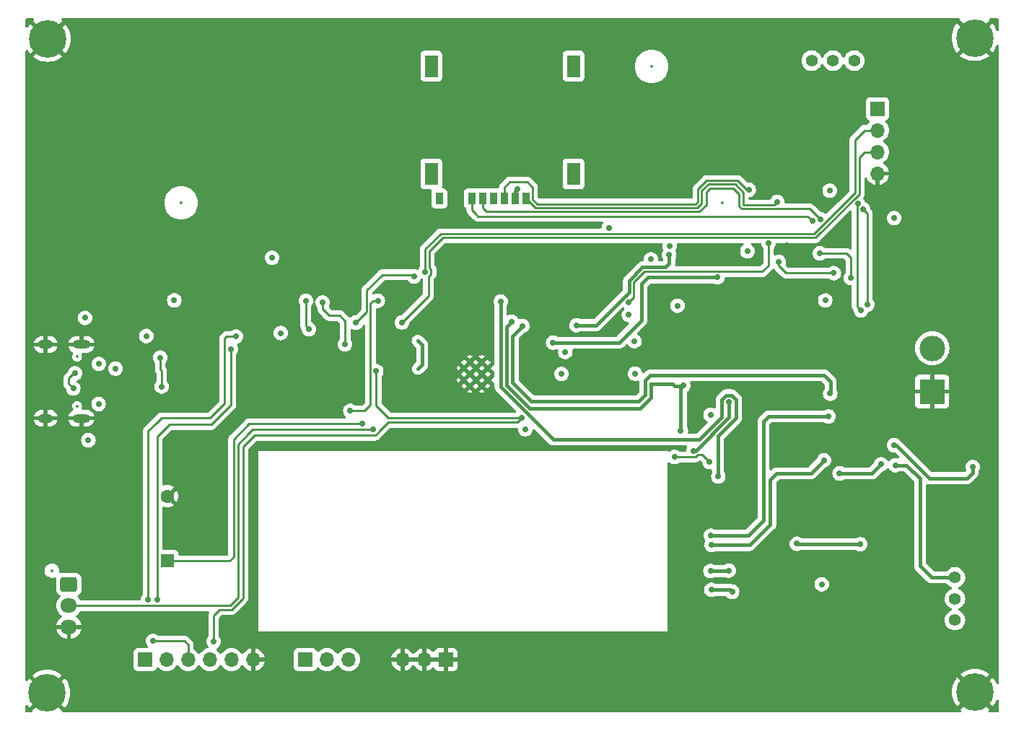
<source format=gbl>
%TF.GenerationSoftware,KiCad,Pcbnew,7.0.8*%
%TF.CreationDate,2024-04-21T21:21:45+03:00*%
%TF.ProjectId,esp32A9G,65737033-3241-4394-972e-6b696361645f,rev?*%
%TF.SameCoordinates,Original*%
%TF.FileFunction,Copper,L4,Bot*%
%TF.FilePolarity,Positive*%
%FSLAX46Y46*%
G04 Gerber Fmt 4.6, Leading zero omitted, Abs format (unit mm)*
G04 Created by KiCad (PCBNEW 7.0.8) date 2024-04-21 21:21:45*
%MOMM*%
%LPD*%
G01*
G04 APERTURE LIST*
G04 Aperture macros list*
%AMRoundRect*
0 Rectangle with rounded corners*
0 $1 Rounding radius*
0 $2 $3 $4 $5 $6 $7 $8 $9 X,Y pos of 4 corners*
0 Add a 4 corners polygon primitive as box body*
4,1,4,$2,$3,$4,$5,$6,$7,$8,$9,$2,$3,0*
0 Add four circle primitives for the rounded corners*
1,1,$1+$1,$2,$3*
1,1,$1+$1,$4,$5*
1,1,$1+$1,$6,$7*
1,1,$1+$1,$8,$9*
0 Add four rect primitives between the rounded corners*
20,1,$1+$1,$2,$3,$4,$5,0*
20,1,$1+$1,$4,$5,$6,$7,0*
20,1,$1+$1,$6,$7,$8,$9,0*
20,1,$1+$1,$8,$9,$2,$3,0*%
G04 Aperture macros list end*
%TA.AperFunction,ComponentPad*%
%ADD10R,1.700000X1.700000*%
%TD*%
%TA.AperFunction,ComponentPad*%
%ADD11O,1.700000X1.700000*%
%TD*%
%TA.AperFunction,ComponentPad*%
%ADD12O,1.800000X1.000000*%
%TD*%
%TA.AperFunction,ComponentPad*%
%ADD13O,2.100000X1.000000*%
%TD*%
%TA.AperFunction,ComponentPad*%
%ADD14C,1.397000*%
%TD*%
%TA.AperFunction,ComponentPad*%
%ADD15C,0.700000*%
%TD*%
%TA.AperFunction,ComponentPad*%
%ADD16C,4.400000*%
%TD*%
%TA.AperFunction,ComponentPad*%
%ADD17RoundRect,0.250000X-0.725000X0.600000X-0.725000X-0.600000X0.725000X-0.600000X0.725000X0.600000X0*%
%TD*%
%TA.AperFunction,ComponentPad*%
%ADD18O,1.950000X1.700000*%
%TD*%
%TA.AperFunction,ComponentPad*%
%ADD19R,1.600000X1.600000*%
%TD*%
%TA.AperFunction,ComponentPad*%
%ADD20C,1.600000*%
%TD*%
%TA.AperFunction,ComponentPad*%
%ADD21R,3.000000X3.000000*%
%TD*%
%TA.AperFunction,ComponentPad*%
%ADD22C,3.000000*%
%TD*%
%TA.AperFunction,HeatsinkPad*%
%ADD23C,0.600000*%
%TD*%
%TA.AperFunction,SMDPad,CuDef*%
%ADD24R,1.560000X2.610000*%
%TD*%
%TA.AperFunction,SMDPad,CuDef*%
%ADD25R,0.900000X1.350000*%
%TD*%
%TA.AperFunction,ViaPad*%
%ADD26C,0.700000*%
%TD*%
%TA.AperFunction,ViaPad*%
%ADD27C,0.300000*%
%TD*%
%TA.AperFunction,Conductor*%
%ADD28C,0.400000*%
%TD*%
%TA.AperFunction,Conductor*%
%ADD29C,0.250000*%
%TD*%
%ADD30C,0.300000*%
%ADD31C,0.100000*%
%ADD32C,0.350000*%
%ADD33O,1.400000X0.600000*%
%ADD34O,1.700000X0.600000*%
%ADD35C,0.200000*%
G04 APERTURE END LIST*
D10*
%TO.P,J6,1,Pin_1*%
%TO.N,+3V3*%
X64770000Y-119126000D03*
D11*
%TO.P,J6,2,Pin_2*%
%TO.N,/RX*%
X67310000Y-119126000D03*
%TO.P,J6,3,Pin_3*%
%TO.N,/TX*%
X69850000Y-119126000D03*
%TO.P,J6,4,Pin_4*%
%TO.N,/EN*%
X72390000Y-119126000D03*
%TO.P,J6,5,Pin_5*%
%TO.N,/BOOT*%
X74930000Y-119126000D03*
%TO.P,J6,6,Pin_6*%
%TO.N,GND*%
X77470000Y-119126000D03*
%TD*%
D12*
%TO.P,J1,S1,SHIELD*%
%TO.N,GND*%
X53123000Y-90822000D03*
D13*
X57303000Y-90822000D03*
D12*
X53123000Y-82182000D03*
D13*
X57303000Y-82182000D03*
%TD*%
D14*
%TO.P,SW4,1,A*%
%TO.N,SOLAR_IN*%
X159810000Y-109500000D03*
%TO.P,SW4,2,B*%
%TO.N,VCC*%
X159810000Y-112000000D03*
%TO.P,SW4,3,C*%
%TO.N,VBAT*%
X159810000Y-114500000D03*
%TD*%
%TO.P,SW3,1,A*%
%TO.N,BATT_IN*%
X143000000Y-48870000D03*
%TO.P,SW3,2,B*%
%TO.N,VBAT*%
X145500000Y-48870000D03*
%TO.P,SW3,3*%
%TO.N,N/C*%
X148000000Y-48870000D03*
%TD*%
D15*
%TO.P,H1,1,1*%
%TO.N,GND*%
X160463274Y-46203274D03*
X160946548Y-45036548D03*
X160946548Y-47370000D03*
X162113274Y-44553274D03*
D16*
X162113274Y-46203274D03*
D15*
X162113274Y-47853274D03*
X163280000Y-45036548D03*
X163280000Y-47370000D03*
X163763274Y-46203274D03*
%TD*%
D17*
%TO.P,J11,1,Pin_1*%
%TO.N,+3V3*%
X55848000Y-110312000D03*
D18*
%TO.P,J11,2,Pin_2*%
%TO.N,/DHT11*%
X55848000Y-112812000D03*
%TO.P,J11,3,Pin_3*%
%TO.N,GND*%
X55848000Y-115312000D03*
%TD*%
D10*
%TO.P,J5,1,Pin_1*%
%TO.N,VBAT*%
X150718000Y-54498000D03*
D11*
%TO.P,J5,2,Pin_2*%
%TO.N,/TRIG*%
X150718000Y-57038000D03*
%TO.P,J5,3,Pin_3*%
%TO.N,/ECHO*%
X150718000Y-59578000D03*
%TO.P,J5,4,Pin_4*%
%TO.N,GND*%
X150718000Y-62118000D03*
%TD*%
D19*
%TO.P,BZ1,1,-*%
%TO.N,/BUZZER*%
X67406000Y-107574000D03*
D20*
%TO.P,BZ1,2,+*%
%TO.N,GND*%
X67406000Y-99974000D03*
%TD*%
D15*
%TO.P,H2,1,1*%
%TO.N,GND*%
X163796726Y-122936726D03*
X163313452Y-124103452D03*
X163313452Y-121770000D03*
X162146726Y-124586726D03*
D16*
X162146726Y-122936726D03*
D15*
X162146726Y-121286726D03*
X160980000Y-124103452D03*
X160980000Y-121770000D03*
X160496726Y-122936726D03*
%TD*%
%TO.P,H3,1,1*%
%TO.N,GND*%
X54943274Y-123046726D03*
X54460000Y-124213452D03*
X54460000Y-121880000D03*
X53293274Y-124696726D03*
D16*
X53293274Y-123046726D03*
D15*
X53293274Y-121396726D03*
X52126548Y-124213452D03*
X52126548Y-121880000D03*
X51643274Y-123046726D03*
%TD*%
D10*
%TO.P,J7,1,Pin_1*%
%TO.N,+3V3*%
X83581000Y-119126000D03*
D11*
%TO.P,J7,2,Pin_2*%
X86121000Y-119126000D03*
%TO.P,J7,3,Pin_3*%
X88661000Y-119126000D03*
%TD*%
D21*
%TO.P,J4,1,Pin_1*%
%TO.N,GND*%
X157140000Y-87690000D03*
D22*
%TO.P,J4,2,Pin_2*%
%TO.N,Net-(D2-A)*%
X157140000Y-82610000D03*
%TD*%
D15*
%TO.P,H4,1,1*%
%TO.N,GND*%
X51710000Y-46300000D03*
X52193274Y-45133274D03*
X52193274Y-47466726D03*
X53360000Y-44650000D03*
D16*
X53360000Y-46300000D03*
D15*
X53360000Y-47950000D03*
X54526726Y-45133274D03*
X54526726Y-47466726D03*
X55010000Y-46300000D03*
%TD*%
D10*
%TO.P,J8,1,Pin_1*%
%TO.N,GND*%
X100076000Y-119126000D03*
D11*
%TO.P,J8,2,Pin_2*%
X97536000Y-119126000D03*
%TO.P,J8,3,Pin_3*%
X94996000Y-119126000D03*
%TD*%
D23*
%TO.P,U1,39,GND*%
%TO.N,GND*%
X104990000Y-86340000D03*
X104990000Y-84940000D03*
X104290000Y-87040000D03*
X104290000Y-85640000D03*
X104290000Y-84240000D03*
X103615000Y-86340000D03*
X103615000Y-84940000D03*
X102890000Y-87040000D03*
X102890000Y-85640000D03*
X102890000Y-84240000D03*
X102190000Y-86340000D03*
X102190000Y-84940000D03*
%TD*%
D24*
%TO.P,J9,1*%
%TO.N,N/C*%
X98379000Y-62149000D03*
%TO.P,J9,2*%
X98379000Y-49519000D03*
%TO.P,J9,3*%
X115059000Y-49519000D03*
%TO.P,J9,4*%
X115059000Y-62149000D03*
D25*
%TO.P,J9,C1,VCC*%
%TO.N,/SIM_VDD*%
X109474000Y-65024000D03*
%TO.P,J9,C2,RST*%
%TO.N,/SIM_RST*%
X106934000Y-65024000D03*
%TO.P,J9,C3,CLK*%
%TO.N,/SIM_CLK*%
X104394000Y-65024000D03*
%TO.P,J9,C5,GND*%
%TO.N,GND*%
X108204000Y-65024000D03*
%TO.P,J9,C6,VPP*%
%TO.N,unconnected-(J9-VPP-PadC6)*%
X105664000Y-65024000D03*
%TO.P,J9,C7,I/O*%
%TO.N,/SIM_DATA*%
X103124000Y-65024000D03*
%TO.P,J9,CD,CD*%
%TO.N,unconnected-(J9-PadCD)*%
X99314000Y-65024000D03*
%TD*%
D26*
%TO.N,/TX*%
X65740000Y-116960000D03*
%TO.N,/DE-*%
X56358115Y-87325123D03*
X56570000Y-85540000D03*
%TO.N,VBAT*%
X59330000Y-89160000D03*
%TO.N,BATT_IN*%
X121550500Y-78709500D03*
%TO.N,Net-(U10-CS)*%
X115390000Y-79910500D03*
%TO.N,/OD*%
X124110000Y-72180000D03*
X113630000Y-85630000D03*
%TO.N,/OC*%
X122290000Y-85600000D03*
%TO.N,GND*%
X108450000Y-63934500D03*
%TO.N,+3V3*%
X152670000Y-93990000D03*
D27*
X96770000Y-81730000D03*
X96800000Y-85020000D03*
D26*
X161880000Y-96550000D03*
%TO.N,SOLAR_IN*%
X152800500Y-96330000D03*
%TO.N,GND*%
X62300000Y-55440000D03*
%TO.N,/TX*%
X75420000Y-81240000D03*
X65140000Y-112137500D03*
%TO.N,/RX*%
X74860000Y-82710000D03*
X66205500Y-112137500D03*
%TO.N,/EN*%
X72830000Y-117020000D03*
%TO.N,+3V3*%
X109390000Y-92120000D03*
%TO.N,/A9G_RST*%
X132040000Y-97660000D03*
X106500000Y-77140000D03*
%TO.N,VBAT*%
X127240000Y-77620000D03*
%TO.N,BATT_IN*%
X122210000Y-81780000D03*
%TO.N,/LOW_PWR*%
X145170000Y-87940000D03*
%TO.N,/PWR_KEY*%
X107790000Y-79500000D03*
%TO.N,/LOW_PWR*%
X109070000Y-80000000D03*
%TO.N,+3V3*%
X58130000Y-93410000D03*
X64920000Y-81170000D03*
%TO.N,VBAT*%
X68210000Y-77000000D03*
X61330000Y-85000000D03*
X59340000Y-84450000D03*
X57730000Y-79050000D03*
%TO.N,+3V3*%
X79700000Y-72000000D03*
X80704500Y-80830000D03*
%TO.N,/OC*%
X126320000Y-70640000D03*
%TO.N,Net-(U10-CS)*%
X114090000Y-83050000D03*
X126280000Y-71650000D03*
%TO.N,/VIO*%
X129140000Y-94640500D03*
%TO.N,/ADC_0*%
X131030000Y-95960000D03*
X126890000Y-95360000D03*
%TO.N,GND*%
X154470000Y-108970000D03*
X134130000Y-101120000D03*
X136630000Y-107180000D03*
%TO.N,/VIO*%
X133280000Y-88880000D03*
X144590000Y-77010000D03*
%TO.N,/PWR_KEY*%
X127930000Y-86990000D03*
X127640000Y-92280000D03*
%TO.N,BATT_IN*%
X135450000Y-71220000D03*
%TO.N,GND*%
X130760000Y-71240000D03*
X127290000Y-75460000D03*
X121739500Y-72360000D03*
%TO.N,VCC*%
X119180000Y-68505500D03*
%TO.N,GND*%
X140010000Y-70520000D03*
%TO.N,VBAT*%
X131130000Y-90430000D03*
X144170000Y-110300000D03*
%TO.N,Net-(D2-K)*%
X141260000Y-105550000D03*
X148690000Y-105610000D03*
%TO.N,VCC*%
X145100000Y-64120000D03*
X152660000Y-67340000D03*
%TO.N,GND*%
X155140000Y-92860000D03*
X152800000Y-92800000D03*
%TO.N,SOLAR_IN*%
X151130000Y-96230000D03*
X146270000Y-97300000D03*
%TO.N,/BUZZER*%
X90230000Y-91475500D03*
%TO.N,/SIM_CLK*%
X143940000Y-71480000D03*
X147580000Y-74370000D03*
%TO.N,/SIM_VDD*%
X148404424Y-65625861D03*
X148790000Y-78160000D03*
%TO.N,/SIM_DATA*%
X149010000Y-66300000D03*
X149530000Y-77490000D03*
%TO.N,/SIM_RST*%
X139130000Y-72480000D03*
X145590000Y-73800000D03*
%TO.N,Net-(U9-~{STDBY})*%
X121550500Y-77210000D03*
X137927864Y-70304500D03*
%TO.N,/SIM_RST*%
X135610000Y-64030000D03*
%TO.N,/SIM_VDD*%
X138970000Y-65450000D03*
%TO.N,/SIM_CLK*%
X143998056Y-67488056D03*
%TO.N,/SIM_DATA*%
X143060000Y-67630000D03*
%TO.N,/DHT11*%
X91520000Y-92150000D03*
%TO.N,/ECHO*%
X94930000Y-79590000D03*
%TO.N,/TRIG*%
X97660000Y-73640000D03*
%TO.N,VBAT*%
X66720000Y-87100000D03*
X66560000Y-83710000D03*
%TO.N,Net-(D8-K)*%
X131120000Y-108760000D03*
X133270000Y-108700000D03*
%TO.N,/GPRS_LED*%
X144430000Y-95750000D03*
X131270000Y-105700000D03*
%TO.N,/UART_RX*%
X131950000Y-74300000D03*
X112660000Y-81960000D03*
%TO.N,/GSM_LED*%
X144970000Y-90620000D03*
X131150000Y-104610000D03*
%TO.N,Net-(D7-K)*%
X133660000Y-111190000D03*
X131220000Y-110950000D03*
%TO.N,/EN*%
X91904500Y-85310000D03*
%TO.N,/LED*%
X96330000Y-74190000D03*
%TO.N,/BOOT*%
X92090000Y-77030000D03*
X88861000Y-89960000D03*
%TO.N,/LED*%
X89535500Y-79610000D03*
%TO.N,/EN*%
X108990000Y-90800000D03*
%TO.N,/RTS*%
X84020000Y-80370000D03*
X83650000Y-77060000D03*
%TO.N,Net-(Q1-B)*%
X85620000Y-77250000D03*
X88255500Y-82160000D03*
%TD*%
D28*
%TO.N,+3V3*%
X161200000Y-97870000D02*
X161880000Y-97190000D01*
X152670000Y-93990000D02*
X152950000Y-93990000D01*
X152950000Y-93990000D02*
X156830000Y-97870000D01*
X161880000Y-97190000D02*
X161880000Y-96550000D01*
X156830000Y-97870000D02*
X161200000Y-97870000D01*
%TO.N,GND*%
X60532000Y-115312000D02*
X55848000Y-115312000D01*
X61320000Y-116100000D02*
X60532000Y-115312000D01*
X62390000Y-122930000D02*
X61320000Y-121860000D01*
X94570000Y-122930000D02*
X62390000Y-122930000D01*
X94996000Y-122504000D02*
X94570000Y-122930000D01*
X61320000Y-121860000D02*
X61320000Y-116100000D01*
X94996000Y-119126000D02*
X94996000Y-122504000D01*
D29*
%TO.N,/TX*%
X69400000Y-116960000D02*
X69850000Y-117410000D01*
X69850000Y-117410000D02*
X69850000Y-119126000D01*
X65740000Y-116960000D02*
X69400000Y-116960000D01*
%TO.N,/DE-*%
X55823674Y-86157075D02*
X55823674Y-86790682D01*
X56440749Y-85540000D02*
X55823674Y-86157075D01*
X55823674Y-86790682D02*
X56358115Y-87325123D01*
X56570000Y-85540000D02*
X56440749Y-85540000D01*
D28*
%TO.N,/LOW_PWR*%
X123480000Y-86390000D02*
X124090000Y-85780000D01*
X123480000Y-88050000D02*
X123480000Y-86390000D01*
X109070000Y-80000000D02*
X107900000Y-81170000D01*
X110120000Y-88830000D02*
X122700000Y-88830000D01*
X107900000Y-81170000D02*
X107900000Y-86610000D01*
X107900000Y-86610000D02*
X110120000Y-88830000D01*
X122700000Y-88830000D02*
X123480000Y-88050000D01*
X145220000Y-87890000D02*
X145170000Y-87940000D01*
X124090000Y-85780000D02*
X144460000Y-85780000D01*
X144460000Y-85780000D02*
X145220000Y-86540000D01*
X145220000Y-86540000D02*
X145220000Y-87890000D01*
D29*
%TO.N,/ECHO*%
X98040000Y-76480000D02*
X94930000Y-79590000D01*
X98040000Y-74214595D02*
X98040000Y-76480000D01*
X98335000Y-73919595D02*
X98040000Y-74214595D01*
X98335000Y-73360405D02*
X98335000Y-73919595D01*
X98110000Y-73135405D02*
X98335000Y-73360405D01*
X99740000Y-69630000D02*
X98110000Y-71260000D01*
X98110000Y-71260000D02*
X98110000Y-73135405D01*
X143446396Y-69630000D02*
X99740000Y-69630000D01*
X148570000Y-64506396D02*
X143446396Y-69630000D01*
X148570000Y-60190000D02*
X148570000Y-64506396D01*
X149182000Y-59578000D02*
X148570000Y-60190000D01*
X150718000Y-59578000D02*
X149182000Y-59578000D01*
%TO.N,/ADC_0*%
X130160000Y-95090000D02*
X131030000Y-95960000D01*
X129645095Y-95090000D02*
X130160000Y-95090000D01*
X129375095Y-95360000D02*
X129645095Y-95090000D01*
X126890000Y-95360000D02*
X129375095Y-95360000D01*
%TO.N,/EN*%
X108470000Y-91320000D02*
X108990000Y-90800000D01*
X93290000Y-91320000D02*
X108470000Y-91320000D01*
X92195000Y-92429595D02*
X92195000Y-92415000D01*
X91799595Y-92825000D02*
X92195000Y-92429595D01*
X77660000Y-92770000D02*
X77715000Y-92825000D01*
X76280000Y-94150000D02*
X77660000Y-92770000D01*
X74934396Y-113262000D02*
X76280000Y-111916396D01*
X73528000Y-113262000D02*
X74934396Y-113262000D01*
X92195000Y-92415000D02*
X93290000Y-91320000D01*
X76280000Y-111916396D02*
X76280000Y-94150000D01*
X72830000Y-113960000D02*
X73528000Y-113262000D01*
X72830000Y-117020000D02*
X72830000Y-113960000D01*
X77715000Y-92825000D02*
X91799595Y-92825000D01*
D28*
%TO.N,/PWR_KEY*%
X127890000Y-87030000D02*
X127930000Y-86990000D01*
X126910000Y-87030000D02*
X127890000Y-87030000D01*
X126660000Y-86780000D02*
X126910000Y-87030000D01*
X124130000Y-88400000D02*
X124130000Y-86780000D01*
X124130000Y-86780000D02*
X126660000Y-86780000D01*
X109880000Y-89680000D02*
X122850000Y-89680000D01*
X107190000Y-86990000D02*
X109880000Y-89680000D01*
X107190000Y-80100000D02*
X107190000Y-86990000D01*
X107790000Y-79500000D02*
X107190000Y-80100000D01*
X122850000Y-89680000D02*
X124130000Y-88400000D01*
%TO.N,Net-(U10-CS)*%
X121560000Y-76060000D02*
X117709500Y-79910500D01*
X123157538Y-73100000D02*
X121560000Y-74697538D01*
X117709500Y-79910500D02*
X115390000Y-79910500D01*
X125820000Y-73100000D02*
X123157538Y-73100000D01*
X126280000Y-71650000D02*
X126280000Y-72640000D01*
X126280000Y-72640000D02*
X125820000Y-73100000D01*
X121560000Y-74697538D02*
X121560000Y-76060000D01*
D29*
%TO.N,/SIM_CLK*%
X142770000Y-66260000D02*
X143998056Y-67488056D01*
X134763604Y-66260000D02*
X142770000Y-66260000D01*
X134450000Y-65946396D02*
X134763604Y-66260000D01*
X134450000Y-64520000D02*
X134450000Y-65946396D01*
X133750000Y-63820000D02*
X134450000Y-64520000D01*
X131060000Y-63820000D02*
X133750000Y-63820000D01*
X130610000Y-64270000D02*
X131060000Y-63820000D01*
X129810000Y-66600000D02*
X130610000Y-65800000D01*
X104820000Y-66600000D02*
X129810000Y-66600000D01*
X104394000Y-66174000D02*
X104820000Y-66600000D01*
X104394000Y-65024000D02*
X104394000Y-66174000D01*
X130610000Y-65800000D02*
X130610000Y-64270000D01*
%TO.N,/SIM_RST*%
X135410000Y-64030000D02*
X135610000Y-64030000D01*
X134300000Y-62920000D02*
X135410000Y-64030000D01*
X130687208Y-62920000D02*
X134300000Y-62920000D01*
X129650000Y-63957208D02*
X130687208Y-62920000D01*
X129650000Y-65413604D02*
X129650000Y-63957208D01*
X129383604Y-65680000D02*
X129650000Y-65413604D01*
X110249000Y-63729000D02*
X110249000Y-65162604D01*
X110249000Y-65162604D02*
X110766396Y-65680000D01*
X110766396Y-65680000D02*
X129383604Y-65680000D01*
X109630000Y-63110000D02*
X110249000Y-63729000D01*
X106934000Y-63756000D02*
X107580000Y-63110000D01*
X106934000Y-65024000D02*
X106934000Y-63756000D01*
X107580000Y-63110000D02*
X109630000Y-63110000D01*
D28*
%TO.N,GND*%
X108204000Y-64180500D02*
X108450000Y-63934500D01*
X108204000Y-65024000D02*
X108204000Y-64180500D01*
%TO.N,+3V3*%
X97290000Y-84530000D02*
X97290000Y-82250000D01*
X97290000Y-82250000D02*
X96770000Y-81730000D01*
X96800000Y-85020000D02*
X97290000Y-84530000D01*
%TO.N,SOLAR_IN*%
X154120000Y-96330000D02*
X152800500Y-96330000D01*
X155720000Y-108140000D02*
X155720000Y-97930000D01*
X157080000Y-109500000D02*
X155990000Y-108410000D01*
X155990000Y-108410000D02*
X155720000Y-108140000D01*
X155720000Y-97930000D02*
X154120000Y-96330000D01*
X159810000Y-109500000D02*
X157080000Y-109500000D01*
D29*
%TO.N,/TX*%
X74410000Y-81240000D02*
X75420000Y-81240000D01*
X74130000Y-81480000D02*
X74390000Y-81220000D01*
X74390000Y-81220000D02*
X74410000Y-81240000D01*
X74130000Y-81990000D02*
X74130000Y-81480000D01*
X72410000Y-90780000D02*
X74130000Y-89060000D01*
X66690000Y-90780000D02*
X72410000Y-90780000D01*
X74130000Y-89060000D02*
X74130000Y-81990000D01*
X65140000Y-92330000D02*
X66130000Y-91340000D01*
X65140000Y-112137500D02*
X65140000Y-92330000D01*
X66130000Y-91340000D02*
X66690000Y-90780000D01*
%TO.N,/RX*%
X72560000Y-91570000D02*
X74860000Y-89270000D01*
X74860000Y-89270000D02*
X74860000Y-82710000D01*
X67630000Y-91570000D02*
X72560000Y-91570000D01*
X66351000Y-92840000D02*
X66360000Y-92840000D01*
X66205500Y-92985500D02*
X66351000Y-92840000D01*
X66205500Y-112137500D02*
X66205500Y-92985500D01*
X66360000Y-92840000D02*
X67630000Y-91570000D01*
%TO.N,/DHT11*%
X55848000Y-112812000D02*
X74748000Y-112812000D01*
%TO.N,/EN*%
X93340000Y-90800000D02*
X91904500Y-89364500D01*
X91904500Y-89364500D02*
X91904500Y-85310000D01*
X108990000Y-90800000D02*
X93340000Y-90800000D01*
D28*
%TO.N,/A9G_RST*%
X132010000Y-97630000D02*
X132040000Y-97660000D01*
X132010000Y-92870000D02*
X132010000Y-97630000D01*
X134140000Y-90740000D02*
X132010000Y-92870000D01*
X134140000Y-88679339D02*
X134140000Y-90740000D01*
X133590661Y-88130000D02*
X134140000Y-88679339D01*
X132969339Y-88130000D02*
X133590661Y-88130000D01*
X132430000Y-90721472D02*
X132430000Y-88669339D01*
X132430000Y-88669339D02*
X132969339Y-88130000D01*
X112671472Y-93320000D02*
X129831472Y-93320000D01*
X106500000Y-87148528D02*
X112671472Y-93320000D01*
X106500000Y-77140000D02*
X106500000Y-87148528D01*
X129831472Y-93320000D02*
X132430000Y-90721472D01*
%TO.N,/VIO*%
X129359500Y-94640500D02*
X129140000Y-94640500D01*
X133280000Y-90720000D02*
X129359500Y-94640500D01*
X133280000Y-88880000D02*
X133280000Y-90720000D01*
%TO.N,/PWR_KEY*%
X127640000Y-87280000D02*
X127930000Y-86990000D01*
X127640000Y-92280000D02*
X127640000Y-87280000D01*
%TO.N,/GSM_LED*%
X137920000Y-90620000D02*
X144970000Y-90620000D01*
X137330000Y-96750000D02*
X137360000Y-96720000D01*
X137330000Y-102820000D02*
X137330000Y-96750000D01*
X137360000Y-96720000D02*
X137360000Y-91180000D01*
X135540000Y-104610000D02*
X137330000Y-102820000D01*
X131150000Y-104610000D02*
X135540000Y-104610000D01*
X137360000Y-91180000D02*
X137920000Y-90620000D01*
%TO.N,Net-(D2-K)*%
X141320000Y-105610000D02*
X141260000Y-105550000D01*
X148690000Y-105610000D02*
X141320000Y-105610000D01*
%TO.N,GND*%
X155140000Y-92860000D02*
X152860000Y-92860000D01*
X152860000Y-92860000D02*
X152800000Y-92800000D01*
%TO.N,SOLAR_IN*%
X150060000Y-97300000D02*
X151130000Y-96230000D01*
X146270000Y-97300000D02*
X150060000Y-97300000D01*
D29*
%TO.N,/BUZZER*%
X74696000Y-107574000D02*
X67406000Y-107574000D01*
X75170000Y-93280000D02*
X75170000Y-107100000D01*
X76974500Y-91475500D02*
X75170000Y-93280000D01*
X90230000Y-91475500D02*
X76974500Y-91475500D01*
X75170000Y-107100000D02*
X74696000Y-107574000D01*
%TO.N,/SIM_VDD*%
X138610000Y-65810000D02*
X138970000Y-65450000D01*
X134950000Y-65810000D02*
X138610000Y-65810000D01*
X130100000Y-64143604D02*
X130873604Y-63370000D01*
X130873604Y-63370000D02*
X134000000Y-63370000D01*
X130100000Y-65600000D02*
X130100000Y-64143604D01*
X109474000Y-65024000D02*
X110580000Y-66130000D01*
X110580000Y-66130000D02*
X129570000Y-66130000D01*
X129570000Y-66130000D02*
X130100000Y-65600000D01*
X134950000Y-64320000D02*
X134950000Y-65810000D01*
X134000000Y-63370000D02*
X134950000Y-64320000D01*
%TO.N,/SIM_CLK*%
X147580000Y-71990000D02*
X147350000Y-71760000D01*
X147070000Y-71480000D02*
X143940000Y-71480000D01*
X147580000Y-74370000D02*
X147580000Y-71990000D01*
X147350000Y-71760000D02*
X147070000Y-71480000D01*
%TO.N,/SIM_VDD*%
X148335000Y-65695285D02*
X148404424Y-65625861D01*
X148790000Y-78160000D02*
X148335000Y-77705000D01*
X148335000Y-77705000D02*
X148335000Y-65695285D01*
%TO.N,/SIM_DATA*%
X149530000Y-77490000D02*
X149530000Y-66820000D01*
X149530000Y-66820000D02*
X149010000Y-66300000D01*
%TO.N,/SIM_RST*%
X139130000Y-72930000D02*
X139130000Y-72480000D01*
X139370000Y-73170000D02*
X139130000Y-72930000D01*
X140000000Y-73800000D02*
X139370000Y-73170000D01*
X145590000Y-73800000D02*
X140000000Y-73800000D01*
%TO.N,Net-(U9-~{STDBY})*%
X122110000Y-76650500D02*
X121550500Y-77210000D01*
X122110000Y-74890000D02*
X122110000Y-76650500D01*
X123375000Y-73625000D02*
X122110000Y-74890000D01*
X137927864Y-70304500D02*
X137940000Y-70316636D01*
X137940000Y-72880000D02*
X137195000Y-73625000D01*
X137195000Y-73625000D02*
X123375000Y-73625000D01*
X137940000Y-70316636D02*
X137940000Y-72880000D01*
%TO.N,/SIM_DATA*%
X103846000Y-67116000D02*
X142546000Y-67116000D01*
X103124000Y-66394000D02*
X103530000Y-66800000D01*
X103530000Y-66800000D02*
X103846000Y-67116000D01*
X142546000Y-67116000D02*
X143060000Y-67630000D01*
X103124000Y-65024000D02*
X103124000Y-66394000D01*
%TO.N,/DHT11*%
X77430000Y-92150000D02*
X91520000Y-92150000D01*
X76900000Y-92680000D02*
X77430000Y-92150000D01*
X75710000Y-93870000D02*
X76900000Y-92680000D01*
X75710000Y-111850000D02*
X75710000Y-93870000D01*
X74748000Y-112812000D02*
X75710000Y-111850000D01*
%TO.N,/TRIG*%
X97660000Y-70980000D02*
X97660000Y-73640000D01*
X99460000Y-69180000D02*
X97660000Y-70980000D01*
X143260000Y-69180000D02*
X99460000Y-69180000D01*
X146530000Y-65910000D02*
X143260000Y-69180000D01*
X148060000Y-58160000D02*
X148060000Y-64380000D01*
X148060000Y-64380000D02*
X146530000Y-65910000D01*
X149182000Y-57038000D02*
X148060000Y-58160000D01*
X150718000Y-57038000D02*
X149182000Y-57038000D01*
%TO.N,VBAT*%
X66560000Y-85090000D02*
X66560000Y-83710000D01*
X66720000Y-85250000D02*
X66560000Y-85090000D01*
X66720000Y-87100000D02*
X66720000Y-85250000D01*
X66720000Y-83870000D02*
X66560000Y-83710000D01*
D28*
%TO.N,Net-(D8-K)*%
X131120000Y-108760000D02*
X133210000Y-108760000D01*
X133210000Y-108760000D02*
X133270000Y-108700000D01*
%TO.N,/GPRS_LED*%
X142890000Y-97290000D02*
X144430000Y-95750000D01*
X138900000Y-97290000D02*
X142890000Y-97290000D01*
X138140000Y-98050000D02*
X138900000Y-97290000D01*
X138140000Y-103280000D02*
X138140000Y-98050000D01*
X131270000Y-105700000D02*
X135720000Y-105700000D01*
X135720000Y-105700000D02*
X138140000Y-103280000D01*
%TO.N,/UART_RX*%
X123020000Y-75070000D02*
X123790000Y-74300000D01*
X123020000Y-79330000D02*
X123020000Y-75070000D01*
X120390000Y-81960000D02*
X123020000Y-79330000D01*
X112660000Y-81960000D02*
X120390000Y-81960000D01*
X123790000Y-74300000D02*
X131950000Y-74300000D01*
%TO.N,Net-(D7-K)*%
X133420000Y-110950000D02*
X133660000Y-111190000D01*
X131220000Y-110950000D02*
X133420000Y-110950000D01*
D29*
%TO.N,/LED*%
X96330000Y-74080000D02*
X96330000Y-74190000D01*
X96240000Y-73990000D02*
X96330000Y-74080000D01*
X92600000Y-73990000D02*
X96240000Y-73990000D01*
X90790000Y-75800000D02*
X92600000Y-73990000D01*
X90790000Y-77103604D02*
X90790000Y-75800000D01*
X90780000Y-77113604D02*
X90790000Y-77103604D01*
X90780000Y-78365500D02*
X90780000Y-77113604D01*
X89535500Y-79610000D02*
X90780000Y-78365500D01*
%TO.N,/BOOT*%
X90540000Y-89960000D02*
X88861000Y-89960000D01*
X91230000Y-77300000D02*
X91500000Y-77030000D01*
X91230000Y-89270000D02*
X91230000Y-77300000D01*
X90540000Y-89960000D02*
X91230000Y-89270000D01*
X91500000Y-77030000D02*
X92090000Y-77030000D01*
%TO.N,/RTS*%
X83650000Y-80000000D02*
X84020000Y-80370000D01*
X83650000Y-77060000D02*
X83650000Y-80000000D01*
%TO.N,Net-(Q1-B)*%
X85620000Y-77990000D02*
X85620000Y-77250000D01*
X86050000Y-78420000D02*
X85620000Y-77990000D01*
X86400000Y-78770000D02*
X86050000Y-78420000D01*
X88255500Y-82160000D02*
X88255500Y-79395500D01*
X87630000Y-78770000D02*
X86400000Y-78770000D01*
X88255500Y-79395500D02*
X87630000Y-78770000D01*
%TD*%
%TA.AperFunction,Conductor*%
%TO.N,GND*%
G36*
X52458168Y-123770350D02*
G01*
X52610206Y-123915318D01*
X52712496Y-123981056D01*
X51568304Y-125125247D01*
X51572206Y-125189756D01*
X51576660Y-125226432D01*
X51546430Y-125297389D01*
X51484771Y-125343724D01*
X51429138Y-125354500D01*
X50899500Y-125354500D01*
X50825000Y-125334538D01*
X50770462Y-125280000D01*
X50750500Y-125205500D01*
X50750500Y-124593979D01*
X50770462Y-124519479D01*
X50825000Y-124464941D01*
X50899500Y-124444979D01*
X50974000Y-124464941D01*
X51027012Y-124516896D01*
X51067159Y-124583308D01*
X51067162Y-124583312D01*
X51214751Y-124771694D01*
X51727344Y-124259101D01*
X51926548Y-124259101D01*
X51966161Y-124341357D01*
X52037540Y-124398279D01*
X52104016Y-124413452D01*
X52149080Y-124413452D01*
X52215556Y-124398279D01*
X52286935Y-124341357D01*
X52326548Y-124259101D01*
X52326548Y-124167803D01*
X52286935Y-124085547D01*
X52215556Y-124028625D01*
X52149080Y-124013452D01*
X52104016Y-124013452D01*
X52037540Y-124028625D01*
X51966161Y-124085547D01*
X51926548Y-124167803D01*
X51926548Y-124259101D01*
X51727344Y-124259101D01*
X52357484Y-123628960D01*
X52458168Y-123770350D01*
G37*
%TD.AperFunction*%
%TA.AperFunction,Conductor*%
G36*
X134946488Y-70275462D02*
G01*
X135001026Y-70330000D01*
X135020988Y-70404500D01*
X135001026Y-70479000D01*
X134959568Y-70525044D01*
X134877771Y-70584472D01*
X134877769Y-70584474D01*
X134758143Y-70717330D01*
X134668751Y-70872163D01*
X134668748Y-70872170D01*
X134613502Y-71042199D01*
X134594815Y-71220000D01*
X134613502Y-71397800D01*
X134661159Y-71544474D01*
X134668750Y-71567835D01*
X134716188Y-71650000D01*
X134758143Y-71722669D01*
X134877768Y-71855524D01*
X134877770Y-71855526D01*
X135022407Y-71960612D01*
X135022409Y-71960613D01*
X135022411Y-71960614D01*
X135106014Y-71997836D01*
X135185733Y-72033329D01*
X135334525Y-72064955D01*
X135360608Y-72070500D01*
X135360609Y-72070500D01*
X135539392Y-72070500D01*
X135562089Y-72065675D01*
X135714267Y-72033329D01*
X135877593Y-71960612D01*
X136022230Y-71855526D01*
X136090538Y-71779661D01*
X136141856Y-71722669D01*
X136141857Y-71722667D01*
X136141859Y-71722665D01*
X136231250Y-71567835D01*
X136286497Y-71397803D01*
X136305185Y-71220000D01*
X136286497Y-71042197D01*
X136231250Y-70872165D01*
X136141859Y-70717335D01*
X136141858Y-70717334D01*
X136141856Y-70717330D01*
X136022231Y-70584475D01*
X136006876Y-70573319D01*
X135940430Y-70525042D01*
X135891893Y-70465103D01*
X135879828Y-70388924D01*
X135907469Y-70316919D01*
X135967409Y-70268381D01*
X136028012Y-70255500D01*
X136933369Y-70255500D01*
X137007869Y-70275462D01*
X137062407Y-70330000D01*
X137081553Y-70388926D01*
X137091366Y-70482300D01*
X137124564Y-70584474D01*
X137146614Y-70652335D01*
X137236005Y-70807165D01*
X137276227Y-70851836D01*
X137311244Y-70920557D01*
X137314500Y-70951537D01*
X137314500Y-72559191D01*
X137294538Y-72633691D01*
X137270859Y-72664550D01*
X136979550Y-72955859D01*
X136912755Y-72994423D01*
X136874191Y-72999500D01*
X127108339Y-72999500D01*
X127033839Y-72979538D01*
X126979301Y-72925000D01*
X126959339Y-72850500D01*
X126963668Y-72814843D01*
X126965137Y-72808879D01*
X126965140Y-72808872D01*
X126972571Y-72747671D01*
X126973242Y-72743254D01*
X126984357Y-72682606D01*
X126980635Y-72621088D01*
X126980500Y-72616591D01*
X126980500Y-72177622D01*
X127000462Y-72103122D01*
X127061250Y-71997835D01*
X127116497Y-71827803D01*
X127135185Y-71650000D01*
X127116497Y-71472197D01*
X127061250Y-71302165D01*
X127036553Y-71259388D01*
X127033523Y-71254139D01*
X127013561Y-71179639D01*
X127033522Y-71105143D01*
X127101250Y-70987835D01*
X127156497Y-70817803D01*
X127175185Y-70640000D01*
X127156497Y-70462197D01*
X127155109Y-70457928D01*
X127152710Y-70450540D01*
X127148675Y-70373518D01*
X127183692Y-70304797D01*
X127248378Y-70262792D01*
X127294418Y-70255500D01*
X134871988Y-70255500D01*
X134946488Y-70275462D01*
G37*
%TD.AperFunction*%
%TA.AperFunction,Conductor*%
G36*
X97076507Y-118916156D02*
G01*
X97036000Y-119054111D01*
X97036000Y-119197889D01*
X97076507Y-119335844D01*
X97102314Y-119376000D01*
X95429686Y-119376000D01*
X95455493Y-119335844D01*
X95496000Y-119197889D01*
X95496000Y-119054111D01*
X95455493Y-118916156D01*
X95429686Y-118876000D01*
X97102314Y-118876000D01*
X97076507Y-118916156D01*
G37*
%TD.AperFunction*%
%TA.AperFunction,Conductor*%
G36*
X99616507Y-118916156D02*
G01*
X99576000Y-119054111D01*
X99576000Y-119197889D01*
X99616507Y-119335844D01*
X99642314Y-119376000D01*
X97969686Y-119376000D01*
X97995493Y-119335844D01*
X98036000Y-119197889D01*
X98036000Y-119054111D01*
X97995493Y-118916156D01*
X97969686Y-118876000D01*
X99642314Y-118876000D01*
X99616507Y-118916156D01*
G37*
%TD.AperFunction*%
%TA.AperFunction,Conductor*%
G36*
X160323635Y-43915462D02*
G01*
X160378173Y-43970000D01*
X160398135Y-44044500D01*
X160391707Y-44068489D01*
X160388303Y-44124750D01*
X161529967Y-45266414D01*
X161515864Y-45273685D01*
X161350734Y-45403545D01*
X161213164Y-45562309D01*
X161178608Y-45622161D01*
X160638644Y-45082197D01*
X160746548Y-45082197D01*
X160786161Y-45164453D01*
X160857540Y-45221375D01*
X160924016Y-45236548D01*
X160969080Y-45236548D01*
X161035556Y-45221375D01*
X161106935Y-45164453D01*
X161146548Y-45082197D01*
X161146548Y-44990899D01*
X161106935Y-44908643D01*
X161035556Y-44851721D01*
X160969080Y-44836548D01*
X160924016Y-44836548D01*
X160857540Y-44851721D01*
X160786161Y-44908643D01*
X160746548Y-44990899D01*
X160746548Y-45082197D01*
X160638644Y-45082197D01*
X160034751Y-44478304D01*
X159887155Y-44666696D01*
X159718178Y-44946218D01*
X159718172Y-44946229D01*
X159584114Y-45244094D01*
X159584113Y-45244095D01*
X159486940Y-45555934D01*
X159486937Y-45555944D01*
X159428061Y-45877225D01*
X159408339Y-46203272D01*
X159408339Y-46203275D01*
X159428061Y-46529322D01*
X159486937Y-46850603D01*
X159486940Y-46850613D01*
X159584113Y-47162452D01*
X159584114Y-47162453D01*
X159718172Y-47460318D01*
X159718178Y-47460329D01*
X159887156Y-47739851D01*
X159887162Y-47739860D01*
X160034751Y-47928242D01*
X160547344Y-47415649D01*
X160746548Y-47415649D01*
X160786161Y-47497905D01*
X160857540Y-47554827D01*
X160924016Y-47570000D01*
X160969080Y-47570000D01*
X161035556Y-47554827D01*
X161106935Y-47497905D01*
X161146548Y-47415649D01*
X161146548Y-47324351D01*
X161106935Y-47242095D01*
X161035556Y-47185173D01*
X160969080Y-47170000D01*
X160924016Y-47170000D01*
X160857540Y-47185173D01*
X160786161Y-47242095D01*
X160746548Y-47324351D01*
X160746548Y-47415649D01*
X160547344Y-47415649D01*
X161177484Y-46785508D01*
X161278168Y-46926898D01*
X161430206Y-47071866D01*
X161532496Y-47137604D01*
X160388304Y-48281795D01*
X160388304Y-48281796D01*
X160576687Y-48429385D01*
X160576696Y-48429391D01*
X160856218Y-48598369D01*
X160856229Y-48598375D01*
X161154094Y-48732433D01*
X161154095Y-48732434D01*
X161465934Y-48829607D01*
X161465944Y-48829610D01*
X161787226Y-48888486D01*
X161787223Y-48888486D01*
X162113272Y-48908209D01*
X162113276Y-48908209D01*
X162439322Y-48888486D01*
X162760603Y-48829610D01*
X162760613Y-48829607D01*
X163072452Y-48732434D01*
X163072453Y-48732433D01*
X163370318Y-48598375D01*
X163370329Y-48598369D01*
X163649851Y-48429391D01*
X163649852Y-48429391D01*
X163838242Y-48281795D01*
X162972096Y-47415649D01*
X163080000Y-47415649D01*
X163119613Y-47497905D01*
X163190992Y-47554827D01*
X163257468Y-47570000D01*
X163302532Y-47570000D01*
X163369008Y-47554827D01*
X163440387Y-47497905D01*
X163480000Y-47415649D01*
X163480000Y-47324351D01*
X163440387Y-47242095D01*
X163369008Y-47185173D01*
X163302532Y-47170000D01*
X163257468Y-47170000D01*
X163190992Y-47185173D01*
X163119613Y-47242095D01*
X163080000Y-47324351D01*
X163080000Y-47415649D01*
X162972096Y-47415649D01*
X162696580Y-47140133D01*
X162710684Y-47132863D01*
X162875814Y-47003003D01*
X163013384Y-46844239D01*
X163047939Y-46784386D01*
X164191795Y-47928242D01*
X164339391Y-47739852D01*
X164339391Y-47739851D01*
X164508369Y-47460329D01*
X164508375Y-47460318D01*
X164642433Y-47162453D01*
X164642434Y-47162452D01*
X164658247Y-47111707D01*
X164699469Y-47046519D01*
X164767763Y-47010676D01*
X164844828Y-47013782D01*
X164910016Y-47055004D01*
X164945859Y-47123298D01*
X164949500Y-47156035D01*
X164949500Y-121891378D01*
X164929538Y-121965878D01*
X164875000Y-122020416D01*
X164800500Y-122040378D01*
X164726000Y-122020416D01*
X164671462Y-121965878D01*
X164664627Y-121952530D01*
X164541827Y-121679681D01*
X164541821Y-121679670D01*
X164372843Y-121400148D01*
X164372837Y-121400139D01*
X164225247Y-121211756D01*
X163082514Y-122354489D01*
X162981832Y-122213102D01*
X162829794Y-122068134D01*
X162727502Y-122002394D01*
X162914247Y-121815649D01*
X163113452Y-121815649D01*
X163153065Y-121897905D01*
X163224444Y-121954827D01*
X163290920Y-121970000D01*
X163335984Y-121970000D01*
X163402460Y-121954827D01*
X163473839Y-121897905D01*
X163513452Y-121815649D01*
X163513452Y-121724351D01*
X163473839Y-121642095D01*
X163402460Y-121585173D01*
X163335984Y-121570000D01*
X163290920Y-121570000D01*
X163224444Y-121585173D01*
X163153065Y-121642095D01*
X163113452Y-121724351D01*
X163113452Y-121815649D01*
X162914247Y-121815649D01*
X163871694Y-120858203D01*
X163683312Y-120710614D01*
X163683303Y-120710608D01*
X163403781Y-120541630D01*
X163403770Y-120541624D01*
X163105905Y-120407566D01*
X163105904Y-120407565D01*
X162794065Y-120310392D01*
X162794055Y-120310389D01*
X162472773Y-120251513D01*
X162472776Y-120251513D01*
X162146728Y-120231791D01*
X162146724Y-120231791D01*
X161820677Y-120251513D01*
X161499396Y-120310389D01*
X161499386Y-120310392D01*
X161187547Y-120407565D01*
X161187546Y-120407566D01*
X160889681Y-120541624D01*
X160889670Y-120541630D01*
X160610148Y-120710607D01*
X160421756Y-120858203D01*
X161563419Y-121999866D01*
X161549316Y-122007137D01*
X161384186Y-122136997D01*
X161246616Y-122295761D01*
X161212060Y-122355613D01*
X160672096Y-121815649D01*
X160780000Y-121815649D01*
X160819613Y-121897905D01*
X160890992Y-121954827D01*
X160957468Y-121970000D01*
X161002532Y-121970000D01*
X161069008Y-121954827D01*
X161140387Y-121897905D01*
X161180000Y-121815649D01*
X161180000Y-121724351D01*
X161140387Y-121642095D01*
X161069008Y-121585173D01*
X161002532Y-121570000D01*
X160957468Y-121570000D01*
X160890992Y-121585173D01*
X160819613Y-121642095D01*
X160780000Y-121724351D01*
X160780000Y-121815649D01*
X160672096Y-121815649D01*
X160068203Y-121211756D01*
X159920607Y-121400148D01*
X159751630Y-121679670D01*
X159751624Y-121679681D01*
X159617566Y-121977546D01*
X159617565Y-121977547D01*
X159520392Y-122289386D01*
X159520389Y-122289396D01*
X159461513Y-122610677D01*
X159441791Y-122936724D01*
X159441791Y-122936727D01*
X159461513Y-123262774D01*
X159520389Y-123584055D01*
X159520392Y-123584065D01*
X159617565Y-123895904D01*
X159617566Y-123895905D01*
X159751624Y-124193770D01*
X159751630Y-124193781D01*
X159920608Y-124473303D01*
X159920614Y-124473312D01*
X160068203Y-124661694D01*
X160580796Y-124149101D01*
X160780000Y-124149101D01*
X160819613Y-124231357D01*
X160890992Y-124288279D01*
X160957468Y-124303452D01*
X161002532Y-124303452D01*
X161069008Y-124288279D01*
X161140387Y-124231357D01*
X161180000Y-124149101D01*
X161180000Y-124057803D01*
X161140387Y-123975547D01*
X161069008Y-123918625D01*
X161002532Y-123903452D01*
X160957468Y-123903452D01*
X160890992Y-123918625D01*
X160819613Y-123975547D01*
X160780000Y-124057803D01*
X160780000Y-124149101D01*
X160580796Y-124149101D01*
X161210936Y-123518960D01*
X161311620Y-123660350D01*
X161463658Y-123805318D01*
X161565948Y-123871056D01*
X160421756Y-125015247D01*
X160514885Y-125088210D01*
X160561219Y-125149869D01*
X160570516Y-125226435D01*
X160540284Y-125297391D01*
X160478625Y-125343725D01*
X160422994Y-125354500D01*
X55157409Y-125354500D01*
X55082909Y-125334538D01*
X55028371Y-125280000D01*
X55008409Y-125205500D01*
X55014840Y-125181497D01*
X55018242Y-125125247D01*
X54152096Y-124259101D01*
X54260000Y-124259101D01*
X54299613Y-124341357D01*
X54370992Y-124398279D01*
X54437468Y-124413452D01*
X54482532Y-124413452D01*
X54549008Y-124398279D01*
X54620387Y-124341357D01*
X54660000Y-124259101D01*
X54660000Y-124167803D01*
X54620387Y-124085547D01*
X54549008Y-124028625D01*
X54482532Y-124013452D01*
X54437468Y-124013452D01*
X54370992Y-124028625D01*
X54299613Y-124085547D01*
X54260000Y-124167803D01*
X54260000Y-124259101D01*
X54152096Y-124259101D01*
X53876580Y-123983585D01*
X53890684Y-123976315D01*
X54055814Y-123846455D01*
X54193384Y-123687691D01*
X54227939Y-123627838D01*
X55371795Y-124771694D01*
X55519391Y-124583304D01*
X55519391Y-124583303D01*
X55688369Y-124303781D01*
X55688375Y-124303770D01*
X55822433Y-124005905D01*
X55822434Y-124005904D01*
X55919607Y-123694065D01*
X55919610Y-123694055D01*
X55978486Y-123372774D01*
X55998209Y-123046727D01*
X55998209Y-123046724D01*
X55978486Y-122720677D01*
X55919610Y-122399396D01*
X55919607Y-122399386D01*
X55822434Y-122087547D01*
X55822433Y-122087546D01*
X55688375Y-121789681D01*
X55688369Y-121789670D01*
X55519391Y-121510148D01*
X55519385Y-121510139D01*
X55371795Y-121321756D01*
X54229062Y-122464489D01*
X54128380Y-122323102D01*
X53976342Y-122178134D01*
X53874050Y-122112394D01*
X54060795Y-121925649D01*
X54260000Y-121925649D01*
X54299613Y-122007905D01*
X54370992Y-122064827D01*
X54437468Y-122080000D01*
X54482532Y-122080000D01*
X54549008Y-122064827D01*
X54620387Y-122007905D01*
X54660000Y-121925649D01*
X54660000Y-121834351D01*
X54620387Y-121752095D01*
X54549008Y-121695173D01*
X54482532Y-121680000D01*
X54437468Y-121680000D01*
X54370992Y-121695173D01*
X54299613Y-121752095D01*
X54260000Y-121834351D01*
X54260000Y-121925649D01*
X54060795Y-121925649D01*
X55018242Y-120968203D01*
X54829860Y-120820614D01*
X54829851Y-120820608D01*
X54550329Y-120651630D01*
X54550318Y-120651624D01*
X54252453Y-120517566D01*
X54252452Y-120517565D01*
X53940613Y-120420392D01*
X53940603Y-120420389D01*
X53619321Y-120361513D01*
X53619324Y-120361513D01*
X53293276Y-120341791D01*
X53293272Y-120341791D01*
X52967225Y-120361513D01*
X52645944Y-120420389D01*
X52645934Y-120420392D01*
X52334095Y-120517565D01*
X52334094Y-120517566D01*
X52036229Y-120651624D01*
X52036218Y-120651630D01*
X51756696Y-120820607D01*
X51568304Y-120968203D01*
X52709967Y-122109866D01*
X52695864Y-122117137D01*
X52530734Y-122246997D01*
X52393164Y-122405761D01*
X52358608Y-122465613D01*
X51818644Y-121925649D01*
X51926548Y-121925649D01*
X51966161Y-122007905D01*
X52037540Y-122064827D01*
X52104016Y-122080000D01*
X52149080Y-122080000D01*
X52215556Y-122064827D01*
X52286935Y-122007905D01*
X52326548Y-121925649D01*
X52326548Y-121834351D01*
X52286935Y-121752095D01*
X52215556Y-121695173D01*
X52149080Y-121680000D01*
X52104016Y-121680000D01*
X52037540Y-121695173D01*
X51966161Y-121752095D01*
X51926548Y-121834351D01*
X51926548Y-121925649D01*
X51818644Y-121925649D01*
X51214751Y-121321756D01*
X51067155Y-121510148D01*
X51027011Y-121576556D01*
X50971386Y-121629984D01*
X50896499Y-121648442D01*
X50822416Y-121626983D01*
X50768988Y-121571358D01*
X50750500Y-121499472D01*
X50750500Y-108665685D01*
X52993739Y-108665685D01*
X53003754Y-108850401D01*
X53003755Y-108850408D01*
X53053245Y-109028657D01*
X53139899Y-109192103D01*
X53213492Y-109278744D01*
X53259663Y-109333100D01*
X53331270Y-109387534D01*
X53406935Y-109445054D01*
X53574828Y-109522730D01*
X53574829Y-109522730D01*
X53574833Y-109522732D01*
X53755503Y-109562500D01*
X53755508Y-109562500D01*
X53894104Y-109562500D01*
X53894113Y-109562500D01*
X54031910Y-109547514D01*
X54177426Y-109498482D01*
X54254400Y-109493612D01*
X54323497Y-109527880D01*
X54366203Y-109592106D01*
X54373232Y-109654820D01*
X54372500Y-109661985D01*
X54372500Y-110962003D01*
X54372501Y-110962008D01*
X54383001Y-111064797D01*
X54438186Y-111231334D01*
X54530288Y-111380656D01*
X54654344Y-111504712D01*
X54752116Y-111565018D01*
X54782209Y-111583579D01*
X54835138Y-111639679D01*
X54852926Y-111714728D01*
X54830806Y-111788616D01*
X54809348Y-111815755D01*
X54684507Y-111940596D01*
X54548966Y-112134168D01*
X54548965Y-112134169D01*
X54449097Y-112348337D01*
X54449096Y-112348338D01*
X54387937Y-112576590D01*
X54367341Y-112812000D01*
X54387937Y-113047409D01*
X54428555Y-113199000D01*
X54449097Y-113275663D01*
X54548965Y-113489829D01*
X54684505Y-113683401D01*
X54851599Y-113850495D01*
X54979785Y-113940252D01*
X55029362Y-113999335D01*
X55042755Y-114075291D01*
X55016376Y-114147768D01*
X54979785Y-114184358D01*
X54851923Y-114273888D01*
X54684888Y-114440923D01*
X54549406Y-114634411D01*
X54549400Y-114634420D01*
X54449569Y-114848508D01*
X54449568Y-114848510D01*
X54392364Y-115061999D01*
X54392364Y-115062000D01*
X55444031Y-115062000D01*
X55411481Y-115112649D01*
X55373000Y-115243705D01*
X55373000Y-115380295D01*
X55411481Y-115511351D01*
X55444031Y-115562000D01*
X54392364Y-115562000D01*
X54449568Y-115775487D01*
X54549402Y-115989580D01*
X54684891Y-116183079D01*
X54851920Y-116350108D01*
X55045419Y-116485597D01*
X55259512Y-116585431D01*
X55487677Y-116646568D01*
X55598000Y-116656220D01*
X55598000Y-115720018D01*
X55712801Y-115772446D01*
X55814025Y-115787000D01*
X55881975Y-115787000D01*
X55983199Y-115772446D01*
X56098000Y-115720018D01*
X56098000Y-116656219D01*
X56208322Y-116646568D01*
X56436487Y-116585431D01*
X56650580Y-116485597D01*
X56844079Y-116350108D01*
X57011111Y-116183076D01*
X57146593Y-115989588D01*
X57146599Y-115989579D01*
X57246430Y-115775491D01*
X57246431Y-115775489D01*
X57303636Y-115562000D01*
X56251969Y-115562000D01*
X56284519Y-115511351D01*
X56323000Y-115380295D01*
X56323000Y-115243705D01*
X56284519Y-115112649D01*
X56251969Y-115062000D01*
X57303636Y-115062000D01*
X57303635Y-115061999D01*
X57246431Y-114848512D01*
X57146597Y-114634419D01*
X57011108Y-114440920D01*
X56844079Y-114273891D01*
X56716214Y-114184359D01*
X56666637Y-114125275D01*
X56653244Y-114049319D01*
X56679623Y-113976842D01*
X56716213Y-113940252D01*
X56844401Y-113850495D01*
X57011495Y-113683401D01*
X57139188Y-113501035D01*
X57198271Y-113451460D01*
X57261241Y-113437500D01*
X72147720Y-113437500D01*
X72222220Y-113457462D01*
X72276758Y-113512000D01*
X72296720Y-113586500D01*
X72284464Y-113645679D01*
X72269053Y-113681288D01*
X72265966Y-113687590D01*
X72243803Y-113727908D01*
X72243800Y-113727914D01*
X72239307Y-113745412D01*
X72231740Y-113767513D01*
X72224564Y-113784098D01*
X72224560Y-113784110D01*
X72217363Y-113829549D01*
X72215940Y-113836422D01*
X72204500Y-113880979D01*
X72204500Y-113899045D01*
X72202666Y-113922351D01*
X72199840Y-113940195D01*
X72204169Y-113985996D01*
X72204500Y-113993011D01*
X72204500Y-116386440D01*
X72184538Y-116460940D01*
X72166229Y-116486140D01*
X72138142Y-116517333D01*
X72048751Y-116672163D01*
X72048748Y-116672170D01*
X71993502Y-116842199D01*
X71974815Y-117020000D01*
X71993502Y-117197800D01*
X71993503Y-117197803D01*
X72048750Y-117367835D01*
X72122457Y-117495499D01*
X72138143Y-117522668D01*
X72173244Y-117561652D01*
X72208259Y-117630374D01*
X72204222Y-117707396D01*
X72162215Y-117772081D01*
X72101079Y-117805275D01*
X71926340Y-117852096D01*
X71926339Y-117852096D01*
X71926337Y-117852097D01*
X71712171Y-117951965D01*
X71712168Y-117951966D01*
X71712168Y-117951967D01*
X71518596Y-118087507D01*
X71351506Y-118254597D01*
X71242054Y-118410912D01*
X71182970Y-118460489D01*
X71107014Y-118473882D01*
X71034537Y-118447503D01*
X70997946Y-118410912D01*
X70888495Y-118254599D01*
X70721401Y-118087505D01*
X70721399Y-118087503D01*
X70539037Y-117959811D01*
X70489460Y-117900728D01*
X70475500Y-117837758D01*
X70475500Y-117495499D01*
X70477353Y-117478717D01*
X70476790Y-117478664D01*
X70477671Y-117469338D01*
X70477670Y-117469337D01*
X70477672Y-117469333D01*
X70475500Y-117400203D01*
X70475500Y-117370650D01*
X70474703Y-117364346D01*
X70474154Y-117357358D01*
X70473882Y-117348731D01*
X70472709Y-117311373D01*
X70467668Y-117294026D01*
X70462926Y-117271122D01*
X70460664Y-117253208D01*
X70443726Y-117210427D01*
X70441454Y-117203795D01*
X70428618Y-117159610D01*
X70419419Y-117144056D01*
X70409138Y-117123070D01*
X70402486Y-117106268D01*
X70375434Y-117069034D01*
X70371590Y-117063182D01*
X70348171Y-117023581D01*
X70335398Y-117010808D01*
X70320213Y-116993028D01*
X70309596Y-116978415D01*
X70274144Y-116949086D01*
X70268950Y-116944360D01*
X69902755Y-116578165D01*
X69892195Y-116564982D01*
X69891759Y-116565344D01*
X69885785Y-116558121D01*
X69835364Y-116510773D01*
X69814470Y-116489879D01*
X69809454Y-116485988D01*
X69804118Y-116481430D01*
X69770582Y-116449938D01*
X69754746Y-116441232D01*
X69735208Y-116428398D01*
X69720936Y-116417327D01*
X69720934Y-116417326D01*
X69720932Y-116417324D01*
X69678703Y-116399050D01*
X69672407Y-116395965D01*
X69632092Y-116373803D01*
X69632091Y-116373802D01*
X69632090Y-116373802D01*
X69614597Y-116369311D01*
X69592480Y-116361738D01*
X69575896Y-116354562D01*
X69575894Y-116354561D01*
X69575893Y-116354561D01*
X69530449Y-116347363D01*
X69523575Y-116345939D01*
X69501011Y-116340146D01*
X69479019Y-116334500D01*
X69479017Y-116334500D01*
X69460954Y-116334500D01*
X69437647Y-116332666D01*
X69419804Y-116329840D01*
X69419803Y-116329840D01*
X69374004Y-116334169D01*
X69366989Y-116334500D01*
X66374443Y-116334500D01*
X66299943Y-116314538D01*
X66286863Y-116306043D01*
X66167597Y-116219391D01*
X66167588Y-116219385D01*
X66004275Y-116146674D01*
X66004271Y-116146672D01*
X66004267Y-116146671D01*
X65887683Y-116121890D01*
X65829392Y-116109500D01*
X65829391Y-116109500D01*
X65650609Y-116109500D01*
X65650608Y-116109500D01*
X65563171Y-116128085D01*
X65475733Y-116146671D01*
X65475730Y-116146672D01*
X65475728Y-116146673D01*
X65312409Y-116219387D01*
X65167771Y-116324472D01*
X65167769Y-116324474D01*
X65048143Y-116457330D01*
X64958751Y-116612163D01*
X64958748Y-116612170D01*
X64903502Y-116782199D01*
X64884815Y-116960000D01*
X64903502Y-117137800D01*
X64941000Y-117253208D01*
X64958750Y-117307835D01*
X64993391Y-117367835D01*
X65048143Y-117462669D01*
X65105887Y-117526799D01*
X65140903Y-117595521D01*
X65136867Y-117672543D01*
X65094860Y-117737228D01*
X65026138Y-117772244D01*
X64995159Y-117775500D01*
X63872136Y-117775500D01*
X63872111Y-117775502D01*
X63812521Y-117781908D01*
X63812515Y-117781909D01*
X63677670Y-117832202D01*
X63677666Y-117832204D01*
X63562455Y-117918452D01*
X63562452Y-117918455D01*
X63476204Y-118033666D01*
X63476202Y-118033670D01*
X63425908Y-118168517D01*
X63419500Y-118228114D01*
X63419500Y-120023863D01*
X63419502Y-120023888D01*
X63425908Y-120083478D01*
X63425909Y-120083484D01*
X63476202Y-120218329D01*
X63476204Y-120218333D01*
X63562452Y-120333544D01*
X63562455Y-120333547D01*
X63677666Y-120419795D01*
X63677670Y-120419797D01*
X63812517Y-120470091D01*
X63872114Y-120476499D01*
X63872118Y-120476499D01*
X63872127Y-120476500D01*
X65667872Y-120476499D01*
X65727483Y-120470091D01*
X65823447Y-120434298D01*
X65862329Y-120419797D01*
X65862333Y-120419795D01*
X65966532Y-120341791D01*
X65977546Y-120333546D01*
X66063796Y-120218331D01*
X66063797Y-120218329D01*
X66063798Y-120218327D01*
X66099215Y-120123367D01*
X66143953Y-120060540D01*
X66214110Y-120028498D01*
X66290889Y-120035829D01*
X66344180Y-120070076D01*
X66438599Y-120164495D01*
X66632170Y-120300035D01*
X66846337Y-120399903D01*
X67074592Y-120461063D01*
X67310000Y-120481659D01*
X67545408Y-120461063D01*
X67773663Y-120399903D01*
X67987830Y-120300035D01*
X68181401Y-120164495D01*
X68348495Y-119997401D01*
X68457947Y-119841086D01*
X68517030Y-119791511D01*
X68592986Y-119778118D01*
X68665463Y-119804497D01*
X68702051Y-119841085D01*
X68811505Y-119997401D01*
X68978599Y-120164495D01*
X69172170Y-120300035D01*
X69386337Y-120399903D01*
X69614592Y-120461063D01*
X69850000Y-120481659D01*
X70085408Y-120461063D01*
X70313663Y-120399903D01*
X70527830Y-120300035D01*
X70721401Y-120164495D01*
X70888495Y-119997401D01*
X70997947Y-119841086D01*
X71057030Y-119791511D01*
X71132986Y-119778118D01*
X71205463Y-119804497D01*
X71242051Y-119841085D01*
X71351505Y-119997401D01*
X71518599Y-120164495D01*
X71712170Y-120300035D01*
X71926337Y-120399903D01*
X72154592Y-120461063D01*
X72390000Y-120481659D01*
X72625408Y-120461063D01*
X72853663Y-120399903D01*
X73067830Y-120300035D01*
X73261401Y-120164495D01*
X73428495Y-119997401D01*
X73537947Y-119841086D01*
X73597030Y-119791511D01*
X73672986Y-119778118D01*
X73745463Y-119804497D01*
X73782051Y-119841085D01*
X73891505Y-119997401D01*
X74058599Y-120164495D01*
X74252170Y-120300035D01*
X74466337Y-120399903D01*
X74694592Y-120461063D01*
X74930000Y-120481659D01*
X75165408Y-120461063D01*
X75393663Y-120399903D01*
X75607830Y-120300035D01*
X75801401Y-120164495D01*
X75968495Y-119997401D01*
X76078253Y-119840650D01*
X76137335Y-119791075D01*
X76213291Y-119777682D01*
X76285768Y-119804061D01*
X76322358Y-119840652D01*
X76431888Y-119997076D01*
X76598923Y-120164111D01*
X76792411Y-120299593D01*
X76792420Y-120299599D01*
X77006508Y-120399430D01*
X77006513Y-120399432D01*
X77220000Y-120456634D01*
X77220000Y-119561501D01*
X77327685Y-119610680D01*
X77434237Y-119626000D01*
X77505763Y-119626000D01*
X77612315Y-119610680D01*
X77720000Y-119561501D01*
X77720000Y-120456633D01*
X77933486Y-120399432D01*
X77933491Y-120399430D01*
X78147579Y-120299599D01*
X78147588Y-120299593D01*
X78341076Y-120164111D01*
X78481324Y-120023863D01*
X82230500Y-120023863D01*
X82230502Y-120023888D01*
X82236908Y-120083478D01*
X82236909Y-120083484D01*
X82287202Y-120218329D01*
X82287204Y-120218333D01*
X82373452Y-120333544D01*
X82373455Y-120333547D01*
X82488666Y-120419795D01*
X82488670Y-120419797D01*
X82623517Y-120470091D01*
X82683114Y-120476499D01*
X82683118Y-120476499D01*
X82683127Y-120476500D01*
X84478872Y-120476499D01*
X84538483Y-120470091D01*
X84634447Y-120434298D01*
X84673329Y-120419797D01*
X84673333Y-120419795D01*
X84777532Y-120341791D01*
X84788546Y-120333546D01*
X84874796Y-120218331D01*
X84874797Y-120218329D01*
X84874798Y-120218327D01*
X84910215Y-120123367D01*
X84954953Y-120060540D01*
X85025110Y-120028498D01*
X85101889Y-120035829D01*
X85155180Y-120070076D01*
X85249599Y-120164495D01*
X85443170Y-120300035D01*
X85657337Y-120399903D01*
X85885592Y-120461063D01*
X86121000Y-120481659D01*
X86356408Y-120461063D01*
X86584663Y-120399903D01*
X86798830Y-120300035D01*
X86992401Y-120164495D01*
X87159495Y-119997401D01*
X87268947Y-119841086D01*
X87328030Y-119791511D01*
X87403986Y-119778118D01*
X87476463Y-119804497D01*
X87513051Y-119841085D01*
X87622505Y-119997401D01*
X87789599Y-120164495D01*
X87983170Y-120300035D01*
X88197337Y-120399903D01*
X88425592Y-120461063D01*
X88661000Y-120481659D01*
X88896408Y-120461063D01*
X89124663Y-120399903D01*
X89338830Y-120300035D01*
X89532401Y-120164495D01*
X89699495Y-119997401D01*
X89835035Y-119803830D01*
X89934903Y-119589663D01*
X89992153Y-119376000D01*
X93665364Y-119376000D01*
X93722568Y-119589489D01*
X93722569Y-119589491D01*
X93822400Y-119803579D01*
X93822406Y-119803588D01*
X93957888Y-119997076D01*
X94124923Y-120164111D01*
X94318411Y-120299593D01*
X94318420Y-120299599D01*
X94532508Y-120399430D01*
X94532513Y-120399432D01*
X94746000Y-120456634D01*
X94746000Y-119561501D01*
X94853685Y-119610680D01*
X94960237Y-119626000D01*
X95031763Y-119626000D01*
X95138315Y-119610680D01*
X95246000Y-119561501D01*
X95246000Y-120456633D01*
X95459486Y-120399432D01*
X95459491Y-120399430D01*
X95673579Y-120299599D01*
X95673588Y-120299593D01*
X95867076Y-120164111D01*
X96034108Y-119997079D01*
X96143946Y-119840215D01*
X96203030Y-119790638D01*
X96278986Y-119777245D01*
X96351463Y-119803624D01*
X96388054Y-119840215D01*
X96497891Y-119997079D01*
X96664923Y-120164111D01*
X96858411Y-120299593D01*
X96858420Y-120299599D01*
X97072508Y-120399430D01*
X97072513Y-120399432D01*
X97286000Y-120456634D01*
X97286000Y-119561501D01*
X97393685Y-119610680D01*
X97500237Y-119626000D01*
X97571763Y-119626000D01*
X97678315Y-119610680D01*
X97786000Y-119561501D01*
X97786000Y-120456633D01*
X97999486Y-120399432D01*
X97999491Y-120399430D01*
X98213579Y-120299599D01*
X98213588Y-120299593D01*
X98407079Y-120164109D01*
X98502015Y-120069173D01*
X98568809Y-120030608D01*
X98645937Y-120030608D01*
X98712732Y-120069172D01*
X98746979Y-120122460D01*
X98782646Y-120218086D01*
X98782650Y-120218094D01*
X98868809Y-120333187D01*
X98868812Y-120333190D01*
X98983905Y-120419349D01*
X98983915Y-120419354D01*
X99118623Y-120469598D01*
X99118621Y-120469598D01*
X99178157Y-120475998D01*
X99178177Y-120476000D01*
X99826000Y-120476000D01*
X99826000Y-119561501D01*
X99933685Y-119610680D01*
X100040237Y-119626000D01*
X100111763Y-119626000D01*
X100218315Y-119610680D01*
X100326000Y-119561501D01*
X100326000Y-120476000D01*
X100973823Y-120476000D01*
X100973842Y-120475998D01*
X101033377Y-120469598D01*
X101168084Y-120419354D01*
X101168094Y-120419349D01*
X101283187Y-120333190D01*
X101283190Y-120333187D01*
X101369349Y-120218094D01*
X101369354Y-120218084D01*
X101419598Y-120083377D01*
X101425998Y-120023842D01*
X101426000Y-120023822D01*
X101426000Y-119376000D01*
X100509686Y-119376000D01*
X100535493Y-119335844D01*
X100576000Y-119197889D01*
X100576000Y-119054111D01*
X100535493Y-118916156D01*
X100509686Y-118876000D01*
X101426000Y-118876000D01*
X101426000Y-118228177D01*
X101425998Y-118228157D01*
X101419598Y-118168622D01*
X101369354Y-118033915D01*
X101369349Y-118033905D01*
X101283190Y-117918812D01*
X101283187Y-117918809D01*
X101168094Y-117832650D01*
X101168084Y-117832645D01*
X101033376Y-117782401D01*
X101033378Y-117782401D01*
X100973842Y-117776001D01*
X100973823Y-117776000D01*
X100326000Y-117776000D01*
X100326000Y-118690498D01*
X100218315Y-118641320D01*
X100111763Y-118626000D01*
X100040237Y-118626000D01*
X99933685Y-118641320D01*
X99826000Y-118690498D01*
X99826000Y-117776000D01*
X99178177Y-117776000D01*
X99178157Y-117776001D01*
X99118622Y-117782401D01*
X98983915Y-117832645D01*
X98983905Y-117832650D01*
X98868812Y-117918809D01*
X98868809Y-117918812D01*
X98782650Y-118033905D01*
X98782646Y-118033913D01*
X98746979Y-118129539D01*
X98702240Y-118192365D01*
X98632082Y-118224405D01*
X98555303Y-118217073D01*
X98502015Y-118182827D01*
X98407076Y-118087888D01*
X98213588Y-117952406D01*
X98213579Y-117952400D01*
X97999491Y-117852569D01*
X97999489Y-117852568D01*
X97786000Y-117795364D01*
X97786000Y-118690498D01*
X97678315Y-118641320D01*
X97571763Y-118626000D01*
X97500237Y-118626000D01*
X97393685Y-118641320D01*
X97286000Y-118690498D01*
X97286000Y-117795364D01*
X97285999Y-117795364D01*
X97072512Y-117852568D01*
X96858419Y-117952402D01*
X96664920Y-118087891D01*
X96497888Y-118254923D01*
X96388053Y-118411784D01*
X96328970Y-118461361D01*
X96253013Y-118474754D01*
X96180537Y-118448374D01*
X96143947Y-118411784D01*
X96034111Y-118254923D01*
X95867076Y-118087888D01*
X95673588Y-117952406D01*
X95673579Y-117952400D01*
X95459491Y-117852569D01*
X95459489Y-117852568D01*
X95246000Y-117795364D01*
X95246000Y-118690498D01*
X95138315Y-118641320D01*
X95031763Y-118626000D01*
X94960237Y-118626000D01*
X94853685Y-118641320D01*
X94746000Y-118690498D01*
X94746000Y-117795364D01*
X94745999Y-117795364D01*
X94532512Y-117852568D01*
X94318419Y-117952402D01*
X94124920Y-118087891D01*
X93957891Y-118254920D01*
X93822402Y-118448419D01*
X93722568Y-118662512D01*
X93665364Y-118875999D01*
X93665364Y-118876000D01*
X94562314Y-118876000D01*
X94536507Y-118916156D01*
X94496000Y-119054111D01*
X94496000Y-119197889D01*
X94536507Y-119335844D01*
X94562314Y-119376000D01*
X93665364Y-119376000D01*
X89992153Y-119376000D01*
X89996063Y-119361408D01*
X90016659Y-119126000D01*
X89996063Y-118890592D01*
X89934903Y-118662337D01*
X89835035Y-118448171D01*
X89699495Y-118254599D01*
X89532401Y-118087505D01*
X89338830Y-117951965D01*
X89124663Y-117852097D01*
X89124661Y-117852096D01*
X88896409Y-117790937D01*
X88661000Y-117770341D01*
X88425590Y-117790937D01*
X88197340Y-117852096D01*
X88197339Y-117852096D01*
X88197337Y-117852097D01*
X87983171Y-117951965D01*
X87983168Y-117951966D01*
X87983168Y-117951967D01*
X87789596Y-118087507D01*
X87622506Y-118254597D01*
X87513054Y-118410912D01*
X87453970Y-118460489D01*
X87378014Y-118473882D01*
X87305537Y-118447503D01*
X87268946Y-118410912D01*
X87159495Y-118254599D01*
X86992401Y-118087505D01*
X86798830Y-117951965D01*
X86584663Y-117852097D01*
X86584661Y-117852096D01*
X86356409Y-117790937D01*
X86121000Y-117770341D01*
X85885590Y-117790937D01*
X85657340Y-117852096D01*
X85657339Y-117852096D01*
X85657337Y-117852097D01*
X85443171Y-117951965D01*
X85443168Y-117951966D01*
X85443168Y-117951967D01*
X85249593Y-118087509D01*
X85155179Y-118181923D01*
X85088384Y-118220487D01*
X85011256Y-118220487D01*
X84944462Y-118181922D01*
X84910215Y-118128633D01*
X84894876Y-118087506D01*
X84874796Y-118033669D01*
X84874795Y-118033668D01*
X84874795Y-118033666D01*
X84788547Y-117918455D01*
X84788544Y-117918452D01*
X84673333Y-117832204D01*
X84673329Y-117832202D01*
X84538482Y-117781908D01*
X84478876Y-117775500D01*
X82683136Y-117775500D01*
X82683111Y-117775502D01*
X82623521Y-117781908D01*
X82623515Y-117781909D01*
X82488670Y-117832202D01*
X82488666Y-117832204D01*
X82373455Y-117918452D01*
X82373452Y-117918455D01*
X82287204Y-118033666D01*
X82287202Y-118033670D01*
X82236908Y-118168517D01*
X82230500Y-118228114D01*
X82230500Y-120023863D01*
X78481324Y-120023863D01*
X78508111Y-119997076D01*
X78643593Y-119803588D01*
X78643599Y-119803579D01*
X78743430Y-119589491D01*
X78743431Y-119589489D01*
X78800636Y-119376000D01*
X77903686Y-119376000D01*
X77929493Y-119335844D01*
X77970000Y-119197889D01*
X77970000Y-119054111D01*
X77929493Y-118916156D01*
X77903686Y-118876000D01*
X78800636Y-118876000D01*
X78800635Y-118875999D01*
X78743431Y-118662512D01*
X78643597Y-118448419D01*
X78508108Y-118254920D01*
X78341076Y-118087888D01*
X78147588Y-117952406D01*
X78147579Y-117952400D01*
X77933491Y-117852569D01*
X77933489Y-117852568D01*
X77720000Y-117795364D01*
X77720000Y-118690498D01*
X77612315Y-118641320D01*
X77505763Y-118626000D01*
X77434237Y-118626000D01*
X77327685Y-118641320D01*
X77220000Y-118690498D01*
X77220000Y-117795364D01*
X77219999Y-117795364D01*
X77006512Y-117852568D01*
X76792419Y-117952402D01*
X76598920Y-118087891D01*
X76431888Y-118254923D01*
X76322358Y-118411348D01*
X76263275Y-118460925D01*
X76187318Y-118474318D01*
X76114842Y-118447938D01*
X76078251Y-118411348D01*
X76077946Y-118410912D01*
X75968495Y-118254599D01*
X75801401Y-118087505D01*
X75607830Y-117951965D01*
X75393663Y-117852097D01*
X75393661Y-117852096D01*
X75165409Y-117790937D01*
X74930000Y-117770341D01*
X74694590Y-117790937D01*
X74466340Y-117852096D01*
X74466339Y-117852096D01*
X74466337Y-117852097D01*
X74252171Y-117951965D01*
X74252168Y-117951966D01*
X74252168Y-117951967D01*
X74058596Y-118087507D01*
X73891506Y-118254597D01*
X73782054Y-118410912D01*
X73722970Y-118460489D01*
X73647014Y-118473882D01*
X73574537Y-118447503D01*
X73537946Y-118410912D01*
X73428495Y-118254599D01*
X73261401Y-118087505D01*
X73261399Y-118087503D01*
X73190262Y-118037692D01*
X73140685Y-117978608D01*
X73127292Y-117902652D01*
X73153672Y-117830176D01*
X73212756Y-117780599D01*
X73215052Y-117779552D01*
X73257593Y-117760612D01*
X73402230Y-117655526D01*
X73518137Y-117526799D01*
X73521856Y-117522669D01*
X73521857Y-117522667D01*
X73521859Y-117522665D01*
X73611250Y-117367835D01*
X73666497Y-117197803D01*
X73685185Y-117020000D01*
X73666497Y-116842197D01*
X73611250Y-116672165D01*
X73521859Y-116517335D01*
X73497138Y-116489880D01*
X73493771Y-116486140D01*
X73458756Y-116417419D01*
X73455500Y-116386440D01*
X73455500Y-114280808D01*
X73475462Y-114206308D01*
X73499141Y-114175449D01*
X73743450Y-113931141D01*
X73810245Y-113892577D01*
X73848809Y-113887500D01*
X74848893Y-113887500D01*
X74865679Y-113889353D01*
X74865733Y-113888791D01*
X74875061Y-113889672D01*
X74875063Y-113889673D01*
X74875064Y-113889672D01*
X74875065Y-113889673D01*
X74944210Y-113887500D01*
X74973743Y-113887500D01*
X74973746Y-113887500D01*
X74980037Y-113886704D01*
X74987031Y-113886154D01*
X74991580Y-113886010D01*
X75033023Y-113884709D01*
X75050367Y-113879669D01*
X75073264Y-113874927D01*
X75091188Y-113872664D01*
X75133970Y-113855724D01*
X75140598Y-113853455D01*
X75184786Y-113840618D01*
X75200341Y-113831418D01*
X75221327Y-113821137D01*
X75238128Y-113814486D01*
X75275361Y-113787433D01*
X75281195Y-113783600D01*
X75320816Y-113760170D01*
X75333581Y-113747403D01*
X75351368Y-113732212D01*
X75365977Y-113721598D01*
X75365983Y-113721594D01*
X75395319Y-113686130D01*
X75400020Y-113680964D01*
X76661836Y-112419149D01*
X76675013Y-112408596D01*
X76674652Y-112408159D01*
X76681872Y-112402184D01*
X76681877Y-112402182D01*
X76729226Y-112351760D01*
X76750120Y-112330867D01*
X76754017Y-112325842D01*
X76758555Y-112320528D01*
X76790062Y-112286978D01*
X76798767Y-112271141D01*
X76811596Y-112251610D01*
X76822673Y-112237332D01*
X76840947Y-112195099D01*
X76844033Y-112188802D01*
X76852381Y-112173618D01*
X76866197Y-112148488D01*
X76870690Y-112130987D01*
X76878264Y-112108867D01*
X76885437Y-112092292D01*
X76892634Y-112046848D01*
X76894056Y-112039982D01*
X76905500Y-111995415D01*
X76905500Y-111977346D01*
X76907335Y-111954035D01*
X76910160Y-111936200D01*
X76905831Y-111890399D01*
X76905500Y-111883384D01*
X76905500Y-94470808D01*
X76925462Y-94396308D01*
X76949141Y-94365449D01*
X77820449Y-93494141D01*
X77887244Y-93455577D01*
X77925808Y-93450500D01*
X91714092Y-93450500D01*
X91730878Y-93452353D01*
X91730932Y-93451791D01*
X91740260Y-93452672D01*
X91740262Y-93452673D01*
X91740263Y-93452672D01*
X91740264Y-93452673D01*
X91809409Y-93450500D01*
X91838942Y-93450500D01*
X91838945Y-93450500D01*
X91845236Y-93449704D01*
X91852230Y-93449154D01*
X91856779Y-93449010D01*
X91898222Y-93447709D01*
X91915566Y-93442669D01*
X91938463Y-93437927D01*
X91956387Y-93435664D01*
X91999169Y-93418724D01*
X92005797Y-93416455D01*
X92049985Y-93403618D01*
X92065540Y-93394418D01*
X92086526Y-93384137D01*
X92103327Y-93377486D01*
X92140560Y-93350433D01*
X92146394Y-93346600D01*
X92186015Y-93323170D01*
X92198781Y-93310402D01*
X92216561Y-93295216D01*
X92231182Y-93284594D01*
X92260519Y-93249131D01*
X92265217Y-93243967D01*
X92576835Y-92932348D01*
X92590011Y-92921796D01*
X92589649Y-92921359D01*
X92596870Y-92915384D01*
X92596877Y-92915381D01*
X92644226Y-92864959D01*
X92665120Y-92844066D01*
X92669017Y-92839041D01*
X92673555Y-92833727D01*
X92705062Y-92800177D01*
X92707847Y-92795109D01*
X92733056Y-92761532D01*
X93505450Y-91989141D01*
X93572245Y-91950577D01*
X93610809Y-91945500D01*
X108384497Y-91945500D01*
X108400885Y-91947309D01*
X108400937Y-91946753D01*
X108401231Y-91946780D01*
X108403425Y-91947589D01*
X108417000Y-91949088D01*
X108419814Y-91949717D01*
X108419005Y-91953336D01*
X108473594Y-91973472D01*
X108522915Y-92032769D01*
X108535981Y-92108782D01*
X108535789Y-92110726D01*
X108534815Y-92119995D01*
X108534815Y-92119998D01*
X108534815Y-92120000D01*
X108535621Y-92127670D01*
X108553502Y-92297800D01*
X108553503Y-92297803D01*
X108608750Y-92467835D01*
X108608751Y-92467836D01*
X108698143Y-92622669D01*
X108817768Y-92755524D01*
X108817770Y-92755526D01*
X108962407Y-92860612D01*
X108962409Y-92860613D01*
X108962411Y-92860614D01*
X109098848Y-92921359D01*
X109125733Y-92933329D01*
X109274525Y-92964955D01*
X109300608Y-92970500D01*
X109300609Y-92970500D01*
X109479392Y-92970500D01*
X109502089Y-92965675D01*
X109654267Y-92933329D01*
X109817593Y-92860612D01*
X109962230Y-92755526D01*
X110039792Y-92669385D01*
X110081856Y-92622669D01*
X110081857Y-92622667D01*
X110081859Y-92622665D01*
X110171250Y-92467835D01*
X110226497Y-92297803D01*
X110234942Y-92217455D01*
X110262582Y-92145449D01*
X110322522Y-92096911D01*
X110398700Y-92084845D01*
X110470706Y-92112485D01*
X110488485Y-92127670D01*
X112159592Y-93798777D01*
X112162677Y-93802055D01*
X112203543Y-93848183D01*
X112254299Y-93883217D01*
X112257879Y-93885851D01*
X112306415Y-93923877D01*
X112313572Y-93927097D01*
X112337066Y-93940348D01*
X112343542Y-93944818D01*
X112401202Y-93966685D01*
X112405312Y-93968387D01*
X112461540Y-93993694D01*
X112469271Y-93995110D01*
X112495246Y-94002350D01*
X112502600Y-94005140D01*
X112555482Y-94011560D01*
X112563800Y-94012571D01*
X112568216Y-94013242D01*
X112628866Y-94024357D01*
X112690384Y-94020635D01*
X112694878Y-94020500D01*
X128257809Y-94020500D01*
X128332309Y-94040462D01*
X128386847Y-94095000D01*
X128406809Y-94169500D01*
X128386847Y-94243999D01*
X128358753Y-94292659D01*
X128358748Y-94292670D01*
X128303502Y-94462699D01*
X128288959Y-94601074D01*
X128261319Y-94673080D01*
X128201379Y-94721618D01*
X128140775Y-94734500D01*
X127524443Y-94734500D01*
X127449943Y-94714538D01*
X127436863Y-94706043D01*
X127317597Y-94619391D01*
X127317593Y-94619388D01*
X127317591Y-94619387D01*
X127317588Y-94619385D01*
X127154275Y-94546674D01*
X127154271Y-94546672D01*
X127154267Y-94546671D01*
X127037683Y-94521890D01*
X126979392Y-94509500D01*
X126979391Y-94509500D01*
X126800609Y-94509500D01*
X126800608Y-94509500D01*
X126713171Y-94528085D01*
X126625733Y-94546671D01*
X126625730Y-94546672D01*
X126625728Y-94546673D01*
X126462409Y-94619387D01*
X126462404Y-94619390D01*
X126326142Y-94718389D01*
X126254136Y-94746029D01*
X126177958Y-94733963D01*
X126133204Y-94703204D01*
X126090000Y-94660000D01*
X78090000Y-94660000D01*
X78090000Y-115850000D01*
X126090000Y-115850000D01*
X126090000Y-110950000D01*
X130364815Y-110950000D01*
X130383502Y-111127800D01*
X130383503Y-111127803D01*
X130438750Y-111297835D01*
X130438751Y-111297836D01*
X130528143Y-111452669D01*
X130646017Y-111583579D01*
X130647770Y-111585526D01*
X130792407Y-111690612D01*
X130792409Y-111690613D01*
X130792411Y-111690614D01*
X130955724Y-111763325D01*
X130955733Y-111763329D01*
X131104525Y-111794955D01*
X131130608Y-111800500D01*
X131130609Y-111800500D01*
X131309392Y-111800500D01*
X131332089Y-111795675D01*
X131484267Y-111763329D01*
X131647593Y-111690612D01*
X131663635Y-111678956D01*
X131735639Y-111651316D01*
X131751215Y-111650500D01*
X132863836Y-111650500D01*
X132938336Y-111670462D01*
X132974564Y-111699799D01*
X133055480Y-111789665D01*
X133087770Y-111825526D01*
X133232407Y-111930612D01*
X133232409Y-111930613D01*
X133232411Y-111930614D01*
X133254838Y-111940599D01*
X133395733Y-112003329D01*
X133544525Y-112034955D01*
X133570608Y-112040500D01*
X133570609Y-112040500D01*
X133749392Y-112040500D01*
X133772089Y-112035675D01*
X133924267Y-112003329D01*
X134087593Y-111930612D01*
X134232230Y-111825526D01*
X134301171Y-111748960D01*
X134351856Y-111692669D01*
X134351857Y-111692667D01*
X134351859Y-111692665D01*
X134441250Y-111537835D01*
X134496497Y-111367803D01*
X134515185Y-111190000D01*
X134496497Y-111012197D01*
X134441250Y-110842165D01*
X134351859Y-110687335D01*
X134351858Y-110687334D01*
X134351856Y-110687330D01*
X134232231Y-110554475D01*
X134087593Y-110449388D01*
X134087588Y-110449385D01*
X133924270Y-110376672D01*
X133924260Y-110376668D01*
X133806396Y-110351616D01*
X133752734Y-110328497D01*
X133747934Y-110325184D01*
X133747930Y-110325182D01*
X133690302Y-110303326D01*
X133686152Y-110301607D01*
X133682581Y-110300000D01*
X143314815Y-110300000D01*
X143333502Y-110477800D01*
X143333503Y-110477803D01*
X143388750Y-110647835D01*
X143416659Y-110696175D01*
X143478143Y-110802669D01*
X143597768Y-110935524D01*
X143597770Y-110935526D01*
X143742407Y-111040612D01*
X143742409Y-111040613D01*
X143742411Y-111040614D01*
X143796730Y-111064798D01*
X143905733Y-111113329D01*
X144054525Y-111144955D01*
X144080608Y-111150500D01*
X144080609Y-111150500D01*
X144259392Y-111150500D01*
X144282089Y-111145675D01*
X144434267Y-111113329D01*
X144597593Y-111040612D01*
X144742230Y-110935526D01*
X144825170Y-110843412D01*
X144861856Y-110802669D01*
X144861857Y-110802667D01*
X144861859Y-110802665D01*
X144951250Y-110647835D01*
X145006497Y-110477803D01*
X145025185Y-110300000D01*
X145006497Y-110122197D01*
X144951250Y-109952165D01*
X144861859Y-109797335D01*
X144861858Y-109797334D01*
X144861856Y-109797330D01*
X144742231Y-109664475D01*
X144738813Y-109661992D01*
X144597593Y-109559388D01*
X144597591Y-109559387D01*
X144597588Y-109559385D01*
X144434275Y-109486674D01*
X144434271Y-109486672D01*
X144434267Y-109486671D01*
X144311142Y-109460500D01*
X144259392Y-109449500D01*
X144259391Y-109449500D01*
X144080609Y-109449500D01*
X144080608Y-109449500D01*
X144028858Y-109460500D01*
X143905733Y-109486671D01*
X143905730Y-109486672D01*
X143905728Y-109486673D01*
X143742409Y-109559387D01*
X143597771Y-109664472D01*
X143597769Y-109664474D01*
X143478143Y-109797330D01*
X143388751Y-109952163D01*
X143388748Y-109952170D01*
X143333502Y-110122199D01*
X143314815Y-110300000D01*
X133682581Y-110300000D01*
X133671402Y-110294969D01*
X133629934Y-110276305D01*
X133629925Y-110276303D01*
X133622185Y-110274884D01*
X133596227Y-110267648D01*
X133588877Y-110264861D01*
X133588870Y-110264859D01*
X133527707Y-110257432D01*
X133523260Y-110256755D01*
X133462607Y-110245642D01*
X133462606Y-110245642D01*
X133401077Y-110249364D01*
X133396582Y-110249500D01*
X131751215Y-110249500D01*
X131676715Y-110229538D01*
X131663639Y-110221046D01*
X131647593Y-110209388D01*
X131647590Y-110209386D01*
X131647588Y-110209385D01*
X131484275Y-110136674D01*
X131484271Y-110136672D01*
X131484267Y-110136671D01*
X131345151Y-110107101D01*
X131309392Y-110099500D01*
X131309391Y-110099500D01*
X131130609Y-110099500D01*
X131130608Y-110099500D01*
X131043171Y-110118085D01*
X130955733Y-110136671D01*
X130955730Y-110136672D01*
X130955728Y-110136673D01*
X130792409Y-110209387D01*
X130647771Y-110314472D01*
X130647769Y-110314474D01*
X130528143Y-110447330D01*
X130438751Y-110602163D01*
X130438748Y-110602170D01*
X130383502Y-110772199D01*
X130364815Y-110950000D01*
X126090000Y-110950000D01*
X126090000Y-108760000D01*
X130264815Y-108760000D01*
X130283502Y-108937800D01*
X130283503Y-108937803D01*
X130338750Y-109107835D01*
X130387402Y-109192103D01*
X130428143Y-109262669D01*
X130547768Y-109395524D01*
X130547770Y-109395526D01*
X130692407Y-109500612D01*
X130692409Y-109500613D01*
X130692411Y-109500614D01*
X130855724Y-109573325D01*
X130855733Y-109573329D01*
X131004525Y-109604955D01*
X131030608Y-109610500D01*
X131030609Y-109610500D01*
X131209392Y-109610500D01*
X131232089Y-109605675D01*
X131384267Y-109573329D01*
X131547593Y-109500612D01*
X131563635Y-109488956D01*
X131635639Y-109461316D01*
X131651215Y-109460500D01*
X132855406Y-109460500D01*
X132916010Y-109473382D01*
X133005727Y-109513327D01*
X133005729Y-109513327D01*
X133005733Y-109513329D01*
X133140945Y-109542069D01*
X133180608Y-109550500D01*
X133180609Y-109550500D01*
X133359392Y-109550500D01*
X133382089Y-109545675D01*
X133534267Y-109513329D01*
X133697593Y-109440612D01*
X133842230Y-109335526D01*
X133910538Y-109259661D01*
X133961856Y-109202669D01*
X133961857Y-109202667D01*
X133961859Y-109202665D01*
X134051250Y-109047835D01*
X134106497Y-108877803D01*
X134125185Y-108700000D01*
X134106497Y-108522197D01*
X134051250Y-108352165D01*
X133961859Y-108197335D01*
X133961858Y-108197334D01*
X133961856Y-108197330D01*
X133842231Y-108064475D01*
X133834260Y-108058684D01*
X133697593Y-107959388D01*
X133697591Y-107959387D01*
X133697588Y-107959385D01*
X133534275Y-107886674D01*
X133534271Y-107886672D01*
X133534267Y-107886671D01*
X133415847Y-107861500D01*
X133359392Y-107849500D01*
X133359391Y-107849500D01*
X133180609Y-107849500D01*
X133180608Y-107849500D01*
X133124153Y-107861500D01*
X133005733Y-107886671D01*
X133005730Y-107886672D01*
X133005728Y-107886673D01*
X132842409Y-107959387D01*
X132842402Y-107959391D01*
X132743783Y-108031043D01*
X132671778Y-108058684D01*
X132656203Y-108059500D01*
X131651215Y-108059500D01*
X131576715Y-108039538D01*
X131563639Y-108031046D01*
X131547593Y-108019388D01*
X131547590Y-108019386D01*
X131547588Y-108019385D01*
X131384275Y-107946674D01*
X131384271Y-107946672D01*
X131384267Y-107946671D01*
X131267683Y-107921890D01*
X131209392Y-107909500D01*
X131209391Y-107909500D01*
X131030609Y-107909500D01*
X131030608Y-107909500D01*
X130943171Y-107928085D01*
X130855733Y-107946671D01*
X130855730Y-107946672D01*
X130855728Y-107946673D01*
X130692409Y-108019387D01*
X130547771Y-108124472D01*
X130547769Y-108124474D01*
X130428143Y-108257330D01*
X130338751Y-108412163D01*
X130338748Y-108412170D01*
X130283502Y-108582199D01*
X130264815Y-108760000D01*
X126090000Y-108760000D01*
X126090000Y-104610000D01*
X130294815Y-104610000D01*
X130313502Y-104787800D01*
X130313503Y-104787803D01*
X130368750Y-104957835D01*
X130458141Y-105112665D01*
X130488605Y-105146499D01*
X130523622Y-105215220D01*
X130519586Y-105292242D01*
X130506917Y-105320698D01*
X130488752Y-105352161D01*
X130488748Y-105352170D01*
X130433502Y-105522199D01*
X130414815Y-105700000D01*
X130433502Y-105877800D01*
X130433503Y-105877803D01*
X130488750Y-106047835D01*
X130540361Y-106137229D01*
X130578143Y-106202669D01*
X130686835Y-106323382D01*
X130697770Y-106335526D01*
X130842407Y-106440612D01*
X131005733Y-106513329D01*
X131154525Y-106544955D01*
X131180608Y-106550500D01*
X131180609Y-106550500D01*
X131359392Y-106550500D01*
X131382089Y-106545675D01*
X131534267Y-106513329D01*
X131697593Y-106440612D01*
X131713635Y-106428956D01*
X131785639Y-106401316D01*
X131801215Y-106400500D01*
X135696582Y-106400500D01*
X135701077Y-106400635D01*
X135762606Y-106404358D01*
X135823266Y-106393241D01*
X135827688Y-106392569D01*
X135842169Y-106390810D01*
X135888872Y-106385140D01*
X135896208Y-106382357D01*
X135922193Y-106375112D01*
X135929932Y-106373695D01*
X135986190Y-106348374D01*
X135990259Y-106346689D01*
X136047930Y-106324818D01*
X136054394Y-106320355D01*
X136077891Y-106307102D01*
X136085057Y-106303878D01*
X136133580Y-106265862D01*
X136137195Y-106263201D01*
X136187929Y-106228183D01*
X136228822Y-106182022D01*
X136231862Y-106178793D01*
X136860655Y-105550000D01*
X140404815Y-105550000D01*
X140423502Y-105727800D01*
X140423503Y-105727803D01*
X140478750Y-105897835D01*
X140513391Y-105957835D01*
X140568143Y-106052669D01*
X140687768Y-106185524D01*
X140687770Y-106185526D01*
X140832407Y-106290612D01*
X140832409Y-106290613D01*
X140832411Y-106290614D01*
X140933286Y-106335526D01*
X140995733Y-106363329D01*
X141133297Y-106392569D01*
X141170608Y-106400500D01*
X141170609Y-106400500D01*
X141349392Y-106400500D01*
X141386703Y-106392569D01*
X141524267Y-106363329D01*
X141524271Y-106363327D01*
X141524272Y-106363327D01*
X141613990Y-106323382D01*
X141674594Y-106310500D01*
X148158785Y-106310500D01*
X148233285Y-106330462D01*
X148246360Y-106338953D01*
X148262407Y-106350612D01*
X148262410Y-106350613D01*
X148262411Y-106350614D01*
X148357251Y-106392839D01*
X148425733Y-106423329D01*
X148574525Y-106454955D01*
X148600608Y-106460500D01*
X148600609Y-106460500D01*
X148779392Y-106460500D01*
X148802089Y-106455675D01*
X148954267Y-106423329D01*
X149117593Y-106350612D01*
X149262230Y-106245526D01*
X149371203Y-106124500D01*
X149381856Y-106112669D01*
X149381857Y-106112667D01*
X149381859Y-106112665D01*
X149471250Y-105957835D01*
X149526497Y-105787803D01*
X149545185Y-105610000D01*
X149526497Y-105432197D01*
X149471250Y-105262165D01*
X149381859Y-105107335D01*
X149381858Y-105107334D01*
X149381856Y-105107330D01*
X149262231Y-104974475D01*
X149239328Y-104957835D01*
X149117593Y-104869388D01*
X149117588Y-104869385D01*
X148954275Y-104796674D01*
X148954271Y-104796672D01*
X148954267Y-104796671D01*
X148837683Y-104771890D01*
X148779392Y-104759500D01*
X148779391Y-104759500D01*
X148600609Y-104759500D01*
X148600608Y-104759500D01*
X148513171Y-104778085D01*
X148425733Y-104796671D01*
X148425730Y-104796671D01*
X148425724Y-104796674D01*
X148262411Y-104869385D01*
X148251969Y-104876971D01*
X148246365Y-104881043D01*
X148174362Y-104908684D01*
X148158786Y-104909500D01*
X141873798Y-104909500D01*
X141799298Y-104889538D01*
X141786218Y-104881043D01*
X141687598Y-104809391D01*
X141687588Y-104809385D01*
X141524275Y-104736674D01*
X141524271Y-104736672D01*
X141524267Y-104736671D01*
X141407683Y-104711890D01*
X141349392Y-104699500D01*
X141349391Y-104699500D01*
X141170609Y-104699500D01*
X141170608Y-104699500D01*
X141083171Y-104718085D01*
X140995733Y-104736671D01*
X140995730Y-104736672D01*
X140995728Y-104736673D01*
X140832409Y-104809387D01*
X140687771Y-104914472D01*
X140687769Y-104914474D01*
X140568143Y-105047330D01*
X140478751Y-105202163D01*
X140478748Y-105202170D01*
X140423502Y-105372199D01*
X140404815Y-105550000D01*
X136860655Y-105550000D01*
X138618793Y-103791862D01*
X138622022Y-103788822D01*
X138668183Y-103747929D01*
X138703228Y-103697156D01*
X138705843Y-103693603D01*
X138743878Y-103645056D01*
X138747100Y-103637897D01*
X138760355Y-103614395D01*
X138764818Y-103607930D01*
X138786681Y-103550278D01*
X138788382Y-103546171D01*
X138813695Y-103489931D01*
X138815113Y-103482192D01*
X138822353Y-103456218D01*
X138825140Y-103448872D01*
X138832569Y-103387677D01*
X138833237Y-103383287D01*
X138844358Y-103322606D01*
X138840635Y-103261078D01*
X138840500Y-103256581D01*
X138840500Y-98401875D01*
X138860462Y-98327375D01*
X138884141Y-98296516D01*
X139146516Y-98034141D01*
X139213311Y-97995577D01*
X139251875Y-97990500D01*
X142866582Y-97990500D01*
X142871077Y-97990635D01*
X142932606Y-97994358D01*
X142993266Y-97983241D01*
X142997688Y-97982569D01*
X143012169Y-97980810D01*
X143058872Y-97975140D01*
X143066208Y-97972357D01*
X143092193Y-97965112D01*
X143099932Y-97963695D01*
X143156190Y-97938374D01*
X143160259Y-97936689D01*
X143217930Y-97914818D01*
X143224394Y-97910355D01*
X143247891Y-97897102D01*
X143255057Y-97893878D01*
X143303580Y-97855862D01*
X143307195Y-97853201D01*
X143357929Y-97818183D01*
X143398822Y-97772022D01*
X143401862Y-97768793D01*
X143870655Y-97300000D01*
X145414815Y-97300000D01*
X145433502Y-97477800D01*
X145433503Y-97477803D01*
X145488750Y-97647835D01*
X145519952Y-97701879D01*
X145578143Y-97802669D01*
X145688128Y-97924818D01*
X145697770Y-97935526D01*
X145842407Y-98040612D01*
X146005733Y-98113329D01*
X146154525Y-98144955D01*
X146180608Y-98150500D01*
X146180609Y-98150500D01*
X146359392Y-98150500D01*
X146382089Y-98145675D01*
X146534267Y-98113329D01*
X146697593Y-98040612D01*
X146713635Y-98028956D01*
X146785639Y-98001316D01*
X146801215Y-98000500D01*
X150036582Y-98000500D01*
X150041077Y-98000635D01*
X150102606Y-98004358D01*
X150163266Y-97993241D01*
X150167688Y-97992569D01*
X150184726Y-97990500D01*
X150228872Y-97985140D01*
X150236208Y-97982357D01*
X150262193Y-97975112D01*
X150269932Y-97973695D01*
X150326190Y-97948374D01*
X150330259Y-97946689D01*
X150387930Y-97924818D01*
X150394394Y-97920355D01*
X150417891Y-97907102D01*
X150425057Y-97903878D01*
X150473580Y-97865862D01*
X150477195Y-97863201D01*
X150527929Y-97828183D01*
X150568822Y-97782022D01*
X150571862Y-97778793D01*
X151252650Y-97098004D01*
X151319445Y-97059441D01*
X151327032Y-97057620D01*
X151394267Y-97043329D01*
X151557593Y-96970612D01*
X151702230Y-96865526D01*
X151821859Y-96732665D01*
X151821860Y-96732662D01*
X151824192Y-96730073D01*
X151888877Y-96688066D01*
X151965900Y-96684029D01*
X152034621Y-96719044D01*
X152063958Y-96755272D01*
X152088240Y-96797330D01*
X152108643Y-96832668D01*
X152216244Y-96952170D01*
X152228270Y-96965526D01*
X152372907Y-97070612D01*
X152372909Y-97070613D01*
X152372911Y-97070614D01*
X152514410Y-97133613D01*
X152536233Y-97143329D01*
X152685025Y-97174955D01*
X152711108Y-97180500D01*
X152711109Y-97180500D01*
X152889892Y-97180500D01*
X152912589Y-97175675D01*
X153064767Y-97143329D01*
X153228093Y-97070612D01*
X153244135Y-97058956D01*
X153316139Y-97031316D01*
X153331715Y-97030500D01*
X153768125Y-97030500D01*
X153842625Y-97050462D01*
X153873484Y-97074141D01*
X154975859Y-98176516D01*
X155014423Y-98243311D01*
X155019500Y-98281875D01*
X155019500Y-108116581D01*
X155019364Y-108121078D01*
X155017664Y-108149173D01*
X155015642Y-108182605D01*
X155026755Y-108243260D01*
X155027432Y-108247707D01*
X155034859Y-108308870D01*
X155034861Y-108308877D01*
X155037648Y-108316227D01*
X155044884Y-108342185D01*
X155046303Y-108349925D01*
X155046305Y-108349934D01*
X155071604Y-108406144D01*
X155073326Y-108410302D01*
X155095181Y-108467929D01*
X155099647Y-108474398D01*
X155112896Y-108497890D01*
X155116120Y-108505053D01*
X155116124Y-108505060D01*
X155154136Y-108553579D01*
X155156802Y-108557203D01*
X155191812Y-108607922D01*
X155191817Y-108607929D01*
X155234156Y-108645438D01*
X155237943Y-108648793D01*
X155241221Y-108651878D01*
X156568119Y-109978777D01*
X156571193Y-109982041D01*
X156612071Y-110028183D01*
X156612075Y-110028186D01*
X156662807Y-110063204D01*
X156666412Y-110065856D01*
X156714944Y-110103878D01*
X156714945Y-110103878D01*
X156714946Y-110103879D01*
X156714948Y-110103880D01*
X156722104Y-110107101D01*
X156745598Y-110120351D01*
X156748273Y-110122197D01*
X156752070Y-110124818D01*
X156809708Y-110146676D01*
X156813858Y-110148396D01*
X156870069Y-110173695D01*
X156877805Y-110175112D01*
X156903778Y-110182352D01*
X156911128Y-110185140D01*
X156956408Y-110190637D01*
X156972311Y-110192569D01*
X156976743Y-110193243D01*
X157037394Y-110204358D01*
X157098922Y-110200635D01*
X157103418Y-110200500D01*
X158762326Y-110200500D01*
X158836826Y-110220462D01*
X158881229Y-110259706D01*
X158885122Y-110264861D01*
X158920132Y-110311222D01*
X159084344Y-110460921D01*
X159084349Y-110460925D01*
X159273265Y-110577896D01*
X159273276Y-110577902D01*
X159358871Y-110611062D01*
X159421129Y-110656589D01*
X159452283Y-110727145D01*
X159443984Y-110803825D01*
X159398457Y-110866083D01*
X159358871Y-110888938D01*
X159273276Y-110922097D01*
X159273265Y-110922103D01*
X159084349Y-111039074D01*
X159084344Y-111039078D01*
X158920132Y-111188777D01*
X158786220Y-111366105D01*
X158687176Y-111565013D01*
X158687174Y-111565018D01*
X158644579Y-111714728D01*
X158627856Y-111773505D01*
X158626365Y-111778744D01*
X158605863Y-111999995D01*
X158605863Y-112000004D01*
X158626365Y-112221255D01*
X158626365Y-112221257D01*
X158626366Y-112221260D01*
X158630939Y-112237332D01*
X158687174Y-112434981D01*
X158687176Y-112434986D01*
X158786220Y-112633894D01*
X158920132Y-112811222D01*
X159084344Y-112960921D01*
X159084349Y-112960925D01*
X159273265Y-113077896D01*
X159273276Y-113077902D01*
X159358871Y-113111062D01*
X159421129Y-113156589D01*
X159452283Y-113227145D01*
X159443984Y-113303825D01*
X159398457Y-113366083D01*
X159358871Y-113388938D01*
X159273276Y-113422097D01*
X159273265Y-113422103D01*
X159084349Y-113539074D01*
X159084344Y-113539078D01*
X158920132Y-113688777D01*
X158786220Y-113866105D01*
X158687176Y-114065013D01*
X158687174Y-114065018D01*
X158626365Y-114278744D01*
X158605863Y-114499995D01*
X158605863Y-114500004D01*
X158626365Y-114721255D01*
X158687174Y-114934981D01*
X158687176Y-114934986D01*
X158786220Y-115133894D01*
X158920132Y-115311222D01*
X159084344Y-115460921D01*
X159084349Y-115460925D01*
X159273265Y-115577896D01*
X159273276Y-115577902D01*
X159398098Y-115626258D01*
X159480472Y-115658170D01*
X159698896Y-115699000D01*
X159698899Y-115699000D01*
X159921101Y-115699000D01*
X159921104Y-115699000D01*
X160139528Y-115658170D01*
X160265881Y-115609220D01*
X160346723Y-115577902D01*
X160346724Y-115577901D01*
X160346730Y-115577899D01*
X160535655Y-115460922D01*
X160699868Y-115311222D01*
X160833778Y-115133896D01*
X160932824Y-114934984D01*
X160993634Y-114721260D01*
X161014137Y-114500000D01*
X161008662Y-114440920D01*
X161002746Y-114377077D01*
X160993634Y-114278740D01*
X160932824Y-114065016D01*
X160895218Y-113989492D01*
X160833779Y-113866105D01*
X160729422Y-113727914D01*
X160699868Y-113688778D01*
X160535655Y-113539078D01*
X160535650Y-113539074D01*
X160346734Y-113422103D01*
X160346724Y-113422098D01*
X160261128Y-113388938D01*
X160198870Y-113343412D01*
X160167716Y-113272855D01*
X160176015Y-113196175D01*
X160221541Y-113133917D01*
X160261128Y-113111062D01*
X160308108Y-113092861D01*
X160346730Y-113077899D01*
X160535655Y-112960922D01*
X160699868Y-112811222D01*
X160833778Y-112633896D01*
X160932824Y-112434984D01*
X160993634Y-112221260D01*
X161014137Y-112000000D01*
X161013712Y-111995415D01*
X160995650Y-111800500D01*
X160993634Y-111778740D01*
X160943814Y-111603640D01*
X160932825Y-111565018D01*
X160932823Y-111565013D01*
X160833779Y-111366105D01*
X160699867Y-111188777D01*
X160535655Y-111039078D01*
X160535650Y-111039074D01*
X160346734Y-110922103D01*
X160346724Y-110922098D01*
X160261128Y-110888938D01*
X160198870Y-110843412D01*
X160167716Y-110772855D01*
X160176015Y-110696175D01*
X160221541Y-110633917D01*
X160261128Y-110611062D01*
X160308108Y-110592861D01*
X160346730Y-110577899D01*
X160535655Y-110460922D01*
X160699868Y-110311222D01*
X160833778Y-110133896D01*
X160932824Y-109934984D01*
X160993634Y-109721260D01*
X161007342Y-109573325D01*
X161014137Y-109500004D01*
X161014137Y-109499995D01*
X160993634Y-109278744D01*
X160993634Y-109278740D01*
X160946400Y-109112730D01*
X160932825Y-109065018D01*
X160932823Y-109065013D01*
X160833779Y-108866105D01*
X160738769Y-108740292D01*
X160699868Y-108688778D01*
X160620397Y-108616331D01*
X160535655Y-108539078D01*
X160535650Y-108539074D01*
X160346734Y-108422103D01*
X160346723Y-108422097D01*
X160139532Y-108341831D01*
X160139529Y-108341830D01*
X160139528Y-108341830D01*
X160084428Y-108331530D01*
X159921108Y-108301000D01*
X159921104Y-108301000D01*
X159698896Y-108301000D01*
X159698891Y-108301000D01*
X159480467Y-108341831D01*
X159273276Y-108422097D01*
X159273265Y-108422103D01*
X159084349Y-108539074D01*
X159084344Y-108539078D01*
X158920132Y-108688777D01*
X158894555Y-108722646D01*
X158887835Y-108731547D01*
X158881231Y-108740292D01*
X158820405Y-108787715D01*
X158762326Y-108799500D01*
X157431875Y-108799500D01*
X157357375Y-108779538D01*
X157326516Y-108755859D01*
X156464141Y-107893484D01*
X156425577Y-107826689D01*
X156420500Y-107788125D01*
X156420500Y-98684003D01*
X156440462Y-98609503D01*
X156495000Y-98554965D01*
X156569500Y-98535003D01*
X156613832Y-98541751D01*
X156620066Y-98543693D01*
X156620069Y-98543695D01*
X156627805Y-98545112D01*
X156653778Y-98552352D01*
X156661128Y-98555140D01*
X156706408Y-98560637D01*
X156722311Y-98562569D01*
X156726743Y-98563243D01*
X156787394Y-98574358D01*
X156848922Y-98570635D01*
X156853418Y-98570500D01*
X161176582Y-98570500D01*
X161181077Y-98570635D01*
X161242606Y-98574358D01*
X161303266Y-98563241D01*
X161307688Y-98562569D01*
X161322169Y-98560810D01*
X161368872Y-98555140D01*
X161376208Y-98552357D01*
X161402193Y-98545112D01*
X161409932Y-98543695D01*
X161466190Y-98518374D01*
X161470259Y-98516689D01*
X161527930Y-98494818D01*
X161534394Y-98490355D01*
X161557891Y-98477102D01*
X161565057Y-98473878D01*
X161613580Y-98435862D01*
X161617195Y-98433201D01*
X161667929Y-98398183D01*
X161708822Y-98352022D01*
X161711862Y-98348793D01*
X162358793Y-97701862D01*
X162362022Y-97698822D01*
X162408183Y-97657929D01*
X162443216Y-97607173D01*
X162445850Y-97603594D01*
X162483878Y-97555057D01*
X162487103Y-97547889D01*
X162500353Y-97524398D01*
X162504818Y-97517930D01*
X162526697Y-97460235D01*
X162528378Y-97456179D01*
X162553694Y-97399932D01*
X162555109Y-97392208D01*
X162562356Y-97366212D01*
X162565139Y-97358874D01*
X162565138Y-97358874D01*
X162565140Y-97358872D01*
X162572571Y-97297671D01*
X162573242Y-97293254D01*
X162584357Y-97232606D01*
X162580635Y-97171088D01*
X162580500Y-97166591D01*
X162580500Y-97077622D01*
X162600462Y-97003122D01*
X162661250Y-96897835D01*
X162716497Y-96727803D01*
X162735185Y-96550000D01*
X162716497Y-96372197D01*
X162661250Y-96202165D01*
X162571859Y-96047335D01*
X162571858Y-96047334D01*
X162571856Y-96047330D01*
X162452231Y-95914475D01*
X162449493Y-95912486D01*
X162307593Y-95809388D01*
X162307591Y-95809387D01*
X162307588Y-95809385D01*
X162144275Y-95736674D01*
X162144271Y-95736672D01*
X162144267Y-95736671D01*
X162008604Y-95707835D01*
X161969392Y-95699500D01*
X161969391Y-95699500D01*
X161790609Y-95699500D01*
X161790608Y-95699500D01*
X161707633Y-95717137D01*
X161615733Y-95736671D01*
X161615730Y-95736672D01*
X161615728Y-95736673D01*
X161452409Y-95809387D01*
X161307771Y-95914472D01*
X161307769Y-95914474D01*
X161188143Y-96047330D01*
X161098751Y-96202163D01*
X161098748Y-96202170D01*
X161043502Y-96372199D01*
X161024815Y-96550000D01*
X161043502Y-96727800D01*
X161090829Y-96873457D01*
X161094866Y-96950480D01*
X161059851Y-97019201D01*
X161054482Y-97024859D01*
X160953485Y-97125858D01*
X160886690Y-97164423D01*
X160848125Y-97169500D01*
X157181875Y-97169500D01*
X157107375Y-97149538D01*
X157076516Y-97125859D01*
X153461878Y-93511221D01*
X153458793Y-93507943D01*
X153446565Y-93494141D01*
X153417929Y-93461817D01*
X153404682Y-93452673D01*
X153367203Y-93426802D01*
X153363579Y-93424136D01*
X153315060Y-93386124D01*
X153315056Y-93386121D01*
X153307885Y-93382894D01*
X153284403Y-93369650D01*
X153283549Y-93369061D01*
X153277930Y-93365182D01*
X153277927Y-93365181D01*
X153277926Y-93365180D01*
X153252705Y-93355615D01*
X153217962Y-93336842D01*
X153097593Y-93249388D01*
X153097591Y-93249387D01*
X153097588Y-93249385D01*
X152934275Y-93176674D01*
X152934271Y-93176672D01*
X152934267Y-93176671D01*
X152806668Y-93149549D01*
X152759392Y-93139500D01*
X152759391Y-93139500D01*
X152580609Y-93139500D01*
X152580608Y-93139500D01*
X152500997Y-93156422D01*
X152405733Y-93176671D01*
X152405730Y-93176672D01*
X152405728Y-93176673D01*
X152242409Y-93249387D01*
X152097771Y-93354472D01*
X152097769Y-93354474D01*
X151978143Y-93487330D01*
X151888751Y-93642163D01*
X151888748Y-93642170D01*
X151833502Y-93812199D01*
X151814815Y-93990000D01*
X151833502Y-94167800D01*
X151833503Y-94167803D01*
X151888750Y-94337835D01*
X151888751Y-94337836D01*
X151978143Y-94492669D01*
X152097768Y-94625524D01*
X152097770Y-94625526D01*
X152242407Y-94730612D01*
X152242409Y-94730613D01*
X152242411Y-94730614D01*
X152277034Y-94746029D01*
X152405733Y-94803329D01*
X152538997Y-94831655D01*
X152580608Y-94840500D01*
X152748125Y-94840500D01*
X152822625Y-94860462D01*
X152853484Y-94884141D01*
X153255618Y-95286275D01*
X153294182Y-95353070D01*
X153294182Y-95430198D01*
X153255618Y-95496993D01*
X153188823Y-95535557D01*
X153111695Y-95535557D01*
X153089656Y-95527752D01*
X153064775Y-95516674D01*
X153064771Y-95516672D01*
X153064767Y-95516671D01*
X152948183Y-95491890D01*
X152889892Y-95479500D01*
X152889891Y-95479500D01*
X152711109Y-95479500D01*
X152711108Y-95479500D01*
X152628811Y-95496993D01*
X152536233Y-95516671D01*
X152536230Y-95516672D01*
X152536228Y-95516673D01*
X152372909Y-95589387D01*
X152228271Y-95694472D01*
X152228269Y-95694474D01*
X152106306Y-95829927D01*
X152041621Y-95871934D01*
X151964598Y-95875970D01*
X151895877Y-95840954D01*
X151866542Y-95804728D01*
X151821859Y-95727335D01*
X151821858Y-95727334D01*
X151821856Y-95727330D01*
X151702231Y-95594475D01*
X151695229Y-95589388D01*
X151557593Y-95489388D01*
X151557591Y-95489387D01*
X151557588Y-95489385D01*
X151394275Y-95416674D01*
X151394271Y-95416672D01*
X151394267Y-95416671D01*
X151277683Y-95391890D01*
X151219392Y-95379500D01*
X151219391Y-95379500D01*
X151040609Y-95379500D01*
X151040608Y-95379500D01*
X150953171Y-95398085D01*
X150865733Y-95416671D01*
X150865730Y-95416672D01*
X150865728Y-95416673D01*
X150702409Y-95489387D01*
X150557771Y-95594472D01*
X150557769Y-95594474D01*
X150438143Y-95727330D01*
X150348751Y-95882163D01*
X150348748Y-95882170D01*
X150293177Y-96053198D01*
X150256829Y-96112513D01*
X149813484Y-96555859D01*
X149746689Y-96594423D01*
X149708125Y-96599500D01*
X146801215Y-96599500D01*
X146726715Y-96579538D01*
X146713639Y-96571046D01*
X146697593Y-96559388D01*
X146697590Y-96559386D01*
X146697588Y-96559385D01*
X146534275Y-96486674D01*
X146534271Y-96486672D01*
X146534267Y-96486671D01*
X146417683Y-96461890D01*
X146359392Y-96449500D01*
X146359391Y-96449500D01*
X146180609Y-96449500D01*
X146180608Y-96449500D01*
X146093171Y-96468085D01*
X146005733Y-96486671D01*
X146005730Y-96486672D01*
X146005728Y-96486673D01*
X145842409Y-96559387D01*
X145697771Y-96664472D01*
X145697769Y-96664474D01*
X145578143Y-96797330D01*
X145488751Y-96952163D01*
X145488748Y-96952170D01*
X145433502Y-97122199D01*
X145414815Y-97300000D01*
X143870655Y-97300000D01*
X144552653Y-96618002D01*
X144619446Y-96579440D01*
X144626984Y-96577629D01*
X144694267Y-96563329D01*
X144857593Y-96490612D01*
X145002230Y-96385526D01*
X145072189Y-96307829D01*
X145121856Y-96252669D01*
X145121857Y-96252667D01*
X145121859Y-96252665D01*
X145211250Y-96097835D01*
X145266497Y-95927803D01*
X145285185Y-95750000D01*
X145266497Y-95572197D01*
X145211250Y-95402165D01*
X145121859Y-95247335D01*
X145121858Y-95247334D01*
X145121856Y-95247330D01*
X145002231Y-95114475D01*
X144994260Y-95108684D01*
X144857593Y-95009388D01*
X144857591Y-95009387D01*
X144857588Y-95009385D01*
X144694275Y-94936674D01*
X144694271Y-94936672D01*
X144694267Y-94936671D01*
X144577683Y-94911890D01*
X144519392Y-94899500D01*
X144519391Y-94899500D01*
X144340609Y-94899500D01*
X144340608Y-94899500D01*
X144253171Y-94918085D01*
X144165733Y-94936671D01*
X144165730Y-94936672D01*
X144165728Y-94936673D01*
X144002409Y-95009387D01*
X143857771Y-95114472D01*
X143857769Y-95114474D01*
X143738143Y-95247330D01*
X143648751Y-95402163D01*
X143648748Y-95402170D01*
X143593178Y-95573196D01*
X143556830Y-95632511D01*
X142643484Y-96545859D01*
X142576689Y-96584423D01*
X142538125Y-96589500D01*
X138923407Y-96589500D01*
X138918913Y-96589364D01*
X138857394Y-96585643D01*
X138857393Y-96585643D01*
X138857392Y-96585643D01*
X138796755Y-96596753D01*
X138792309Y-96597430D01*
X138731134Y-96604859D01*
X138731131Y-96604859D01*
X138731128Y-96604860D01*
X138723771Y-96607649D01*
X138697808Y-96614887D01*
X138690070Y-96616305D01*
X138690068Y-96616306D01*
X138633868Y-96641599D01*
X138629711Y-96643321D01*
X138572066Y-96665183D01*
X138565591Y-96669653D01*
X138542109Y-96682897D01*
X138534947Y-96686120D01*
X138534945Y-96686121D01*
X138486428Y-96724130D01*
X138482806Y-96726795D01*
X138432070Y-96761817D01*
X138391209Y-96807940D01*
X138388124Y-96811218D01*
X138318189Y-96881152D01*
X138251394Y-96919715D01*
X138174266Y-96919715D01*
X138107471Y-96881150D01*
X138068908Y-96814355D01*
X138064103Y-96766791D01*
X138064355Y-96762616D01*
X138064357Y-96762606D01*
X138060635Y-96701088D01*
X138060500Y-96696591D01*
X138060500Y-91531874D01*
X138080462Y-91457374D01*
X138104141Y-91426515D01*
X138166515Y-91364141D01*
X138233310Y-91325577D01*
X138271874Y-91320500D01*
X144438785Y-91320500D01*
X144513285Y-91340462D01*
X144526360Y-91348953D01*
X144542407Y-91360612D01*
X144542410Y-91360613D01*
X144542411Y-91360614D01*
X144651960Y-91409388D01*
X144705733Y-91433329D01*
X144854525Y-91464955D01*
X144880608Y-91470500D01*
X144880609Y-91470500D01*
X145059392Y-91470500D01*
X145082089Y-91465675D01*
X145234267Y-91433329D01*
X145397593Y-91360612D01*
X145542230Y-91255526D01*
X145617810Y-91171586D01*
X145661856Y-91122669D01*
X145661857Y-91122667D01*
X145661859Y-91122665D01*
X145751250Y-90967835D01*
X145806497Y-90797803D01*
X145825185Y-90620000D01*
X145806497Y-90442197D01*
X145751250Y-90272165D01*
X145661859Y-90117335D01*
X145661858Y-90117334D01*
X145661856Y-90117330D01*
X145542231Y-89984475D01*
X145525786Y-89972527D01*
X145397593Y-89879388D01*
X145397588Y-89879385D01*
X145234275Y-89806674D01*
X145234271Y-89806672D01*
X145234267Y-89806671D01*
X145117683Y-89781890D01*
X145059392Y-89769500D01*
X145059391Y-89769500D01*
X144880609Y-89769500D01*
X144880608Y-89769500D01*
X144820874Y-89782197D01*
X144705733Y-89806671D01*
X144705730Y-89806671D01*
X144705724Y-89806674D01*
X144542411Y-89879385D01*
X144531969Y-89886971D01*
X144526365Y-89891043D01*
X144454362Y-89918684D01*
X144438786Y-89919500D01*
X137943418Y-89919500D01*
X137938922Y-89919364D01*
X137877394Y-89915642D01*
X137877393Y-89915642D01*
X137877391Y-89915642D01*
X137816738Y-89926756D01*
X137812292Y-89927432D01*
X137751129Y-89934859D01*
X137745708Y-89936915D01*
X137743776Y-89937647D01*
X137717810Y-89944886D01*
X137715059Y-89945390D01*
X137710066Y-89946305D01*
X137653846Y-89971607D01*
X137649690Y-89973329D01*
X137592070Y-89995181D01*
X137592065Y-89995184D01*
X137585588Y-89999655D01*
X137562118Y-90012893D01*
X137554945Y-90016121D01*
X137554939Y-90016125D01*
X137506434Y-90054125D01*
X137502812Y-90056791D01*
X137452072Y-90091815D01*
X137411199Y-90137951D01*
X137408114Y-90141228D01*
X136881220Y-90668121D01*
X136877943Y-90671206D01*
X136831817Y-90712070D01*
X136796806Y-90762790D01*
X136794141Y-90766413D01*
X136756123Y-90814940D01*
X136756120Y-90814946D01*
X136752892Y-90822118D01*
X136739654Y-90845589D01*
X136735185Y-90852063D01*
X136735181Y-90852072D01*
X136713326Y-90909695D01*
X136711605Y-90913850D01*
X136686305Y-90970067D01*
X136686304Y-90970071D01*
X136684883Y-90977822D01*
X136677649Y-91003771D01*
X136674861Y-91011124D01*
X136674859Y-91011131D01*
X136667432Y-91072293D01*
X136666755Y-91076740D01*
X136655642Y-91137392D01*
X136655642Y-91137394D01*
X136657888Y-91174515D01*
X136659364Y-91198918D01*
X136659500Y-91203417D01*
X136659500Y-96509093D01*
X136657057Y-96535962D01*
X136654883Y-96547820D01*
X136647648Y-96573775D01*
X136644860Y-96581126D01*
X136644859Y-96581131D01*
X136637432Y-96642293D01*
X136636755Y-96646740D01*
X136626884Y-96700614D01*
X136625642Y-96707394D01*
X136629235Y-96766791D01*
X136629364Y-96768918D01*
X136629500Y-96773417D01*
X136629500Y-102468125D01*
X136609538Y-102542625D01*
X136585859Y-102573484D01*
X135293484Y-103865859D01*
X135226689Y-103904423D01*
X135188125Y-103909500D01*
X131681215Y-103909500D01*
X131606715Y-103889538D01*
X131593639Y-103881046D01*
X131577593Y-103869388D01*
X131577590Y-103869386D01*
X131577588Y-103869385D01*
X131414275Y-103796674D01*
X131414271Y-103796672D01*
X131414267Y-103796671D01*
X131297683Y-103771890D01*
X131239392Y-103759500D01*
X131239391Y-103759500D01*
X131060609Y-103759500D01*
X131060608Y-103759500D01*
X130973171Y-103778085D01*
X130885733Y-103796671D01*
X130885730Y-103796672D01*
X130885728Y-103796673D01*
X130722409Y-103869387D01*
X130577771Y-103974472D01*
X130577769Y-103974474D01*
X130458143Y-104107330D01*
X130368751Y-104262163D01*
X130368748Y-104262170D01*
X130313502Y-104432199D01*
X130294815Y-104610000D01*
X126090000Y-104610000D01*
X126090000Y-96122470D01*
X126109962Y-96047970D01*
X126164500Y-95993432D01*
X126239000Y-95973470D01*
X126313500Y-95993432D01*
X126326572Y-96001921D01*
X126462407Y-96100612D01*
X126625733Y-96173329D01*
X126774525Y-96204955D01*
X126800608Y-96210500D01*
X126800609Y-96210500D01*
X126979392Y-96210500D01*
X127002089Y-96205675D01*
X127154267Y-96173329D01*
X127317593Y-96100612D01*
X127394238Y-96044925D01*
X127436863Y-96013957D01*
X127508868Y-95986316D01*
X127524443Y-95985500D01*
X129289592Y-95985500D01*
X129306378Y-95987353D01*
X129306432Y-95986791D01*
X129315760Y-95987672D01*
X129315762Y-95987673D01*
X129315763Y-95987672D01*
X129315764Y-95987673D01*
X129384909Y-95985500D01*
X129414442Y-95985500D01*
X129414445Y-95985500D01*
X129420736Y-95984704D01*
X129427730Y-95984154D01*
X129432279Y-95984010D01*
X129473722Y-95982709D01*
X129491066Y-95977669D01*
X129513963Y-95972927D01*
X129531887Y-95970664D01*
X129574669Y-95953724D01*
X129581297Y-95951455D01*
X129625485Y-95938618D01*
X129641040Y-95929418D01*
X129662026Y-95919137D01*
X129678827Y-95912486D01*
X129716060Y-95885433D01*
X129721894Y-95881600D01*
X129761515Y-95858170D01*
X129774280Y-95845403D01*
X129792067Y-95830212D01*
X129814270Y-95814082D01*
X129815654Y-95815987D01*
X129871657Y-95785949D01*
X129948748Y-95788362D01*
X130011059Y-95825649D01*
X130140958Y-95955548D01*
X130179522Y-96022343D01*
X130183783Y-96045330D01*
X130193503Y-96137803D01*
X130248750Y-96307835D01*
X130248751Y-96307836D01*
X130338143Y-96462669D01*
X130452344Y-96589500D01*
X130457770Y-96595526D01*
X130602407Y-96700612D01*
X130602409Y-96700613D01*
X130602411Y-96700614D01*
X130725178Y-96755273D01*
X130765733Y-96773329D01*
X130914525Y-96804955D01*
X130940608Y-96810500D01*
X130940609Y-96810500D01*
X131119391Y-96810500D01*
X131129519Y-96808347D01*
X131206541Y-96812383D01*
X131271227Y-96854389D01*
X131306244Y-96923110D01*
X131309500Y-96954091D01*
X131309500Y-97184338D01*
X131289539Y-97258836D01*
X131258752Y-97312161D01*
X131258748Y-97312170D01*
X131203502Y-97482199D01*
X131184815Y-97660000D01*
X131203502Y-97837800D01*
X131250760Y-97983246D01*
X131258750Y-98007835D01*
X131258751Y-98007836D01*
X131348143Y-98162669D01*
X131467768Y-98295524D01*
X131467770Y-98295526D01*
X131612407Y-98400612D01*
X131612409Y-98400613D01*
X131612411Y-98400614D01*
X131775724Y-98473325D01*
X131775733Y-98473329D01*
X131924525Y-98504955D01*
X131950608Y-98510500D01*
X131950609Y-98510500D01*
X132129392Y-98510500D01*
X132152089Y-98505675D01*
X132304267Y-98473329D01*
X132467593Y-98400612D01*
X132612230Y-98295526D01*
X132680538Y-98219661D01*
X132731856Y-98162669D01*
X132731857Y-98162667D01*
X132731859Y-98162665D01*
X132821250Y-98007835D01*
X132876497Y-97837803D01*
X132895185Y-97660000D01*
X132876497Y-97482197D01*
X132821250Y-97312165D01*
X132770500Y-97224263D01*
X132730462Y-97154914D01*
X132710500Y-97080415D01*
X132710500Y-93221874D01*
X132730462Y-93147374D01*
X132754137Y-93116519D01*
X134618793Y-91251862D01*
X134622022Y-91248822D01*
X134668183Y-91207929D01*
X134703201Y-91157195D01*
X134705862Y-91153580D01*
X134718543Y-91137394D01*
X134743878Y-91105057D01*
X134747102Y-91097891D01*
X134760355Y-91074394D01*
X134764818Y-91067930D01*
X134786675Y-91010294D01*
X134788387Y-91006159D01*
X134810046Y-90958038D01*
X134813693Y-90949936D01*
X134813693Y-90949935D01*
X134813695Y-90949931D01*
X134815113Y-90942192D01*
X134822353Y-90916218D01*
X134825140Y-90908872D01*
X134832569Y-90847677D01*
X134833237Y-90843287D01*
X134844358Y-90782606D01*
X134840635Y-90721078D01*
X134840500Y-90716581D01*
X134840500Y-89237822D01*
X155140000Y-89237822D01*
X155140001Y-89237842D01*
X155146401Y-89297377D01*
X155196645Y-89432084D01*
X155196650Y-89432094D01*
X155282809Y-89547187D01*
X155282812Y-89547190D01*
X155397905Y-89633349D01*
X155397915Y-89633354D01*
X155532623Y-89683598D01*
X155532621Y-89683598D01*
X155592157Y-89689998D01*
X155592177Y-89690000D01*
X156890000Y-89690000D01*
X156890000Y-88411802D01*
X157051169Y-88450000D01*
X157184267Y-88450000D01*
X157316461Y-88434549D01*
X157390000Y-88407782D01*
X157390000Y-89690000D01*
X158687823Y-89690000D01*
X158687842Y-89689998D01*
X158747377Y-89683598D01*
X158882084Y-89633354D01*
X158882094Y-89633349D01*
X158997187Y-89547190D01*
X158997190Y-89547187D01*
X159083349Y-89432094D01*
X159083354Y-89432084D01*
X159133598Y-89297377D01*
X159139998Y-89237842D01*
X159140000Y-89237822D01*
X159140000Y-87940000D01*
X157858483Y-87940000D01*
X157893549Y-87822871D01*
X157903879Y-87645509D01*
X157873029Y-87470546D01*
X157859853Y-87440000D01*
X159140000Y-87440000D01*
X159140000Y-86142177D01*
X159139998Y-86142157D01*
X159133598Y-86082622D01*
X159083354Y-85947915D01*
X159083349Y-85947905D01*
X158997190Y-85832812D01*
X158997187Y-85832809D01*
X158882094Y-85746650D01*
X158882084Y-85746645D01*
X158747376Y-85696401D01*
X158747378Y-85696401D01*
X158687842Y-85690001D01*
X158687823Y-85690000D01*
X157390000Y-85690000D01*
X157390000Y-86968197D01*
X157228831Y-86930000D01*
X157095733Y-86930000D01*
X156963539Y-86945451D01*
X156890000Y-86972217D01*
X156890000Y-85690000D01*
X155592177Y-85690000D01*
X155592157Y-85690001D01*
X155532622Y-85696401D01*
X155397915Y-85746645D01*
X155397905Y-85746650D01*
X155282812Y-85832809D01*
X155282809Y-85832812D01*
X155196650Y-85947905D01*
X155196645Y-85947915D01*
X155146401Y-86082622D01*
X155140001Y-86142157D01*
X155140000Y-86142177D01*
X155140000Y-87440000D01*
X156421517Y-87440000D01*
X156386451Y-87557129D01*
X156376121Y-87734491D01*
X156406971Y-87909454D01*
X156420147Y-87940000D01*
X155140000Y-87940000D01*
X155140000Y-89237822D01*
X134840500Y-89237822D01*
X134840500Y-88702756D01*
X134840636Y-88698257D01*
X134841703Y-88680614D01*
X134844358Y-88636733D01*
X134833243Y-88576082D01*
X134832569Y-88571650D01*
X134830637Y-88555747D01*
X134825140Y-88510467D01*
X134822352Y-88503117D01*
X134815112Y-88477142D01*
X134813695Y-88469409D01*
X134813694Y-88469406D01*
X134801660Y-88442669D01*
X134788396Y-88413197D01*
X134786673Y-88409038D01*
X134764818Y-88351409D01*
X134760351Y-88344937D01*
X134747101Y-88321443D01*
X134743880Y-88314287D01*
X134743879Y-88314285D01*
X134743878Y-88314284D01*
X134743878Y-88314283D01*
X134705856Y-88265751D01*
X134703204Y-88262146D01*
X134668186Y-88211414D01*
X134668183Y-88211410D01*
X134656894Y-88201409D01*
X134622041Y-88170532D01*
X134618777Y-88167458D01*
X134102539Y-87651221D01*
X134099454Y-87647943D01*
X134089843Y-87637095D01*
X134058590Y-87601817D01*
X134058583Y-87601812D01*
X134007864Y-87566802D01*
X134004240Y-87564136D01*
X133955721Y-87526124D01*
X133955719Y-87526123D01*
X133955718Y-87526122D01*
X133955714Y-87526120D01*
X133948551Y-87522896D01*
X133925061Y-87509648D01*
X133918591Y-87505182D01*
X133918590Y-87505181D01*
X133860963Y-87483326D01*
X133856813Y-87481607D01*
X133832236Y-87470546D01*
X133800595Y-87456305D01*
X133800586Y-87456303D01*
X133792846Y-87454884D01*
X133766888Y-87447648D01*
X133759538Y-87444861D01*
X133759531Y-87444859D01*
X133698368Y-87437432D01*
X133693921Y-87436755D01*
X133633268Y-87425642D01*
X133633267Y-87425642D01*
X133571738Y-87429364D01*
X133567243Y-87429500D01*
X132992757Y-87429500D01*
X132988261Y-87429364D01*
X132926733Y-87425642D01*
X132926732Y-87425642D01*
X132926730Y-87425642D01*
X132866077Y-87436756D01*
X132861631Y-87437432D01*
X132800468Y-87444859D01*
X132795047Y-87446915D01*
X132793115Y-87447647D01*
X132767149Y-87454886D01*
X132764398Y-87455390D01*
X132759405Y-87456305D01*
X132703185Y-87481607D01*
X132699029Y-87483329D01*
X132641409Y-87505181D01*
X132641404Y-87505184D01*
X132634927Y-87509655D01*
X132611457Y-87522893D01*
X132604284Y-87526121D01*
X132604278Y-87526125D01*
X132555773Y-87564125D01*
X132552151Y-87566791D01*
X132501411Y-87601815D01*
X132460538Y-87647951D01*
X132457453Y-87651228D01*
X131951220Y-88157460D01*
X131947943Y-88160545D01*
X131901817Y-88201409D01*
X131866806Y-88252129D01*
X131864141Y-88255752D01*
X131826123Y-88304279D01*
X131826120Y-88304285D01*
X131822892Y-88311457D01*
X131809654Y-88334928D01*
X131805185Y-88341402D01*
X131805181Y-88341411D01*
X131783326Y-88399034D01*
X131781605Y-88403189D01*
X131756305Y-88459406D01*
X131756304Y-88459410D01*
X131754883Y-88467161D01*
X131747649Y-88493110D01*
X131744861Y-88500463D01*
X131744859Y-88500470D01*
X131737432Y-88561632D01*
X131736755Y-88566079D01*
X131725642Y-88626731D01*
X131725642Y-88626733D01*
X131728902Y-88680614D01*
X131729364Y-88688257D01*
X131729500Y-88692756D01*
X131729500Y-89536486D01*
X131709538Y-89610986D01*
X131655000Y-89665524D01*
X131580500Y-89685486D01*
X131519898Y-89672605D01*
X131394267Y-89616671D01*
X131273179Y-89590933D01*
X131219392Y-89579500D01*
X131219391Y-89579500D01*
X131040609Y-89579500D01*
X131040608Y-89579500D01*
X130953171Y-89598085D01*
X130865733Y-89616671D01*
X130865730Y-89616672D01*
X130865728Y-89616673D01*
X130702409Y-89689387D01*
X130557771Y-89794472D01*
X130557769Y-89794474D01*
X130438143Y-89927330D01*
X130348751Y-90082163D01*
X130348748Y-90082170D01*
X130293502Y-90252199D01*
X130274815Y-90430000D01*
X130293502Y-90607800D01*
X130318898Y-90685962D01*
X130348750Y-90777835D01*
X130391610Y-90852070D01*
X130438143Y-90932669D01*
X130530283Y-91034999D01*
X130557770Y-91065526D01*
X130702407Y-91170612D01*
X130703484Y-91171091D01*
X130704095Y-91171586D01*
X130709168Y-91174515D01*
X130708704Y-91175318D01*
X130763424Y-91219624D01*
X130791068Y-91291628D01*
X130779007Y-91367807D01*
X130748244Y-91412570D01*
X129584956Y-92575859D01*
X129518161Y-92614423D01*
X129479597Y-92619500D01*
X128624983Y-92619500D01*
X128550483Y-92599538D01*
X128495945Y-92545000D01*
X128475983Y-92470500D01*
X128476799Y-92454925D01*
X128495185Y-92280000D01*
X128476497Y-92102197D01*
X128421250Y-91932165D01*
X128416143Y-91923319D01*
X128360462Y-91826875D01*
X128340500Y-91752376D01*
X128340500Y-87818949D01*
X128360462Y-87744449D01*
X128401920Y-87698406D01*
X128430729Y-87677475D01*
X128502230Y-87625526D01*
X128580225Y-87538904D01*
X128621856Y-87492669D01*
X128621857Y-87492667D01*
X128621859Y-87492665D01*
X128711250Y-87337835D01*
X128766497Y-87167803D01*
X128785185Y-86990000D01*
X128766497Y-86812197D01*
X128722094Y-86675542D01*
X128718058Y-86598522D01*
X128753073Y-86529800D01*
X128817758Y-86487793D01*
X128863802Y-86480500D01*
X144108125Y-86480500D01*
X144182625Y-86500462D01*
X144213484Y-86524141D01*
X144475859Y-86786516D01*
X144514423Y-86853311D01*
X144519500Y-86891875D01*
X144519500Y-87334205D01*
X144499538Y-87408705D01*
X144481231Y-87433903D01*
X144478143Y-87437331D01*
X144388751Y-87592163D01*
X144388748Y-87592170D01*
X144333502Y-87762199D01*
X144314815Y-87940000D01*
X144333502Y-88117800D01*
X144333503Y-88117803D01*
X144388750Y-88287835D01*
X144438373Y-88373784D01*
X144478143Y-88442669D01*
X144591780Y-88568874D01*
X144597770Y-88575526D01*
X144742407Y-88680612D01*
X144742409Y-88680613D01*
X144742411Y-88680614D01*
X144873978Y-88739191D01*
X144905733Y-88753329D01*
X145054525Y-88784955D01*
X145080608Y-88790500D01*
X145080609Y-88790500D01*
X145259392Y-88790500D01*
X145282089Y-88785675D01*
X145434267Y-88753329D01*
X145597593Y-88680612D01*
X145742230Y-88575526D01*
X145818822Y-88490462D01*
X145861856Y-88442669D01*
X145861857Y-88442667D01*
X145861859Y-88442665D01*
X145951250Y-88287835D01*
X146006497Y-88117803D01*
X146025185Y-87940000D01*
X146006497Y-87762197D01*
X145951250Y-87592165D01*
X145940460Y-87573477D01*
X145920500Y-87498980D01*
X145920500Y-86563406D01*
X145920636Y-86558907D01*
X145921723Y-86540940D01*
X145924357Y-86497394D01*
X145913242Y-86436744D01*
X145912571Y-86432328D01*
X145910264Y-86413328D01*
X145905140Y-86371128D01*
X145902350Y-86363774D01*
X145895110Y-86337799D01*
X145893694Y-86330068D01*
X145868387Y-86273840D01*
X145866685Y-86269730D01*
X145844818Y-86212070D01*
X145840348Y-86205594D01*
X145827097Y-86182100D01*
X145823877Y-86174943D01*
X145785851Y-86126407D01*
X145783217Y-86122827D01*
X145748183Y-86072071D01*
X145702055Y-86031205D01*
X145698777Y-86028120D01*
X144971878Y-85301221D01*
X144968793Y-85297943D01*
X144961142Y-85289307D01*
X144927929Y-85251817D01*
X144920655Y-85246796D01*
X144877203Y-85216802D01*
X144873579Y-85214136D01*
X144825060Y-85176124D01*
X144825058Y-85176123D01*
X144825057Y-85176122D01*
X144825053Y-85176120D01*
X144817890Y-85172896D01*
X144794400Y-85159648D01*
X144790981Y-85157288D01*
X144787929Y-85155181D01*
X144730302Y-85133326D01*
X144726152Y-85131607D01*
X144698451Y-85119140D01*
X144669934Y-85106305D01*
X144669925Y-85106303D01*
X144662185Y-85104884D01*
X144636227Y-85097648D01*
X144628877Y-85094861D01*
X144628870Y-85094859D01*
X144567707Y-85087432D01*
X144563260Y-85086755D01*
X144502607Y-85075642D01*
X144502606Y-85075642D01*
X144441077Y-85079364D01*
X144436582Y-85079500D01*
X124113407Y-85079500D01*
X124108913Y-85079364D01*
X124047394Y-85075643D01*
X124047393Y-85075643D01*
X124047392Y-85075643D01*
X123986755Y-85086753D01*
X123982309Y-85087430D01*
X123921134Y-85094859D01*
X123921131Y-85094859D01*
X123921128Y-85094860D01*
X123913771Y-85097649D01*
X123887808Y-85104887D01*
X123880070Y-85106305D01*
X123880068Y-85106306D01*
X123823868Y-85131599D01*
X123819711Y-85133321D01*
X123762066Y-85155183D01*
X123755591Y-85159653D01*
X123732109Y-85172897D01*
X123724947Y-85176120D01*
X123724945Y-85176121D01*
X123676428Y-85214130D01*
X123672806Y-85216795D01*
X123622078Y-85251812D01*
X123622071Y-85251817D01*
X123621763Y-85252165D01*
X123581206Y-85297943D01*
X123578121Y-85301220D01*
X123378505Y-85500836D01*
X123311710Y-85539400D01*
X123234582Y-85539400D01*
X123167787Y-85500836D01*
X123129223Y-85434041D01*
X123127403Y-85426458D01*
X123126497Y-85422200D01*
X123126497Y-85422199D01*
X123126497Y-85422197D01*
X123071250Y-85252165D01*
X122981859Y-85097335D01*
X122981858Y-85097334D01*
X122981856Y-85097330D01*
X122862231Y-84964475D01*
X122860283Y-84963060D01*
X122717593Y-84859388D01*
X122717591Y-84859387D01*
X122717588Y-84859385D01*
X122554275Y-84786674D01*
X122554271Y-84786672D01*
X122554267Y-84786671D01*
X122432826Y-84760858D01*
X122379392Y-84749500D01*
X122379391Y-84749500D01*
X122200609Y-84749500D01*
X122200608Y-84749500D01*
X122147169Y-84760859D01*
X122025733Y-84786671D01*
X122025730Y-84786672D01*
X122025728Y-84786673D01*
X121862409Y-84859387D01*
X121717771Y-84964472D01*
X121717769Y-84964474D01*
X121598143Y-85097330D01*
X121508751Y-85252163D01*
X121508748Y-85252170D01*
X121453502Y-85422199D01*
X121434815Y-85600000D01*
X121453502Y-85777800D01*
X121453503Y-85777803D01*
X121508750Y-85947835D01*
X121556019Y-86029708D01*
X121598143Y-86102669D01*
X121696650Y-86212070D01*
X121717770Y-86235526D01*
X121862407Y-86340612D01*
X121862409Y-86340613D01*
X121862411Y-86340614D01*
X121929786Y-86370611D01*
X122025733Y-86413329D01*
X122166872Y-86443329D01*
X122200608Y-86450500D01*
X122200609Y-86450500D01*
X122379392Y-86450500D01*
X122402089Y-86445675D01*
X122554267Y-86413329D01*
X122569898Y-86406369D01*
X122646073Y-86394304D01*
X122718079Y-86421944D01*
X122766618Y-86481883D01*
X122779500Y-86542488D01*
X122779500Y-87698125D01*
X122759538Y-87772625D01*
X122735859Y-87803484D01*
X122453484Y-88085859D01*
X122386689Y-88124423D01*
X122348125Y-88129500D01*
X110471875Y-88129500D01*
X110397375Y-88109538D01*
X110366516Y-88085859D01*
X108644141Y-86363484D01*
X108605577Y-86296689D01*
X108600500Y-86258125D01*
X108600500Y-85630000D01*
X112774815Y-85630000D01*
X112793502Y-85807800D01*
X112795298Y-85813329D01*
X112848750Y-85977835D01*
X112886180Y-86042665D01*
X112938143Y-86132669D01*
X113051106Y-86258125D01*
X113057770Y-86265526D01*
X113202407Y-86370612D01*
X113202409Y-86370613D01*
X113202411Y-86370614D01*
X113304721Y-86416165D01*
X113365733Y-86443329D01*
X113514525Y-86474955D01*
X113540608Y-86480500D01*
X113540609Y-86480500D01*
X113719392Y-86480500D01*
X113745375Y-86474977D01*
X113894267Y-86443329D01*
X114057593Y-86370612D01*
X114202230Y-86265526D01*
X114283267Y-86175526D01*
X114321856Y-86132669D01*
X114321857Y-86132667D01*
X114321859Y-86132665D01*
X114411250Y-85977835D01*
X114466497Y-85807803D01*
X114485185Y-85630000D01*
X114466497Y-85452197D01*
X114411250Y-85282165D01*
X114321859Y-85127335D01*
X114321858Y-85127334D01*
X114321856Y-85127330D01*
X114202231Y-84994475D01*
X114187896Y-84984060D01*
X114057593Y-84889388D01*
X114057591Y-84889387D01*
X114057588Y-84889385D01*
X113894275Y-84816674D01*
X113894271Y-84816672D01*
X113894267Y-84816671D01*
X113753142Y-84786674D01*
X113719392Y-84779500D01*
X113719391Y-84779500D01*
X113540609Y-84779500D01*
X113540608Y-84779500D01*
X113454345Y-84797836D01*
X113365733Y-84816671D01*
X113365730Y-84816672D01*
X113365728Y-84816673D01*
X113202409Y-84889387D01*
X113057771Y-84994472D01*
X113057769Y-84994474D01*
X112938143Y-85127330D01*
X112848751Y-85282163D01*
X112848748Y-85282170D01*
X112793502Y-85452199D01*
X112774815Y-85630000D01*
X108600500Y-85630000D01*
X108600500Y-81521874D01*
X108620462Y-81447374D01*
X108644137Y-81416518D01*
X109192653Y-80868002D01*
X109259446Y-80829440D01*
X109266984Y-80827629D01*
X109334267Y-80813329D01*
X109497593Y-80740612D01*
X109642230Y-80635526D01*
X109721215Y-80547805D01*
X109761856Y-80502669D01*
X109761857Y-80502667D01*
X109761859Y-80502665D01*
X109851250Y-80347835D01*
X109906497Y-80177803D01*
X109925185Y-80000000D01*
X109906497Y-79822197D01*
X109851250Y-79652165D01*
X109761859Y-79497335D01*
X109761858Y-79497334D01*
X109761856Y-79497330D01*
X109642231Y-79364475D01*
X109630837Y-79356197D01*
X109497593Y-79259388D01*
X109497588Y-79259385D01*
X109334275Y-79186674D01*
X109334271Y-79186672D01*
X109334267Y-79186671D01*
X109217683Y-79161890D01*
X109159392Y-79149500D01*
X109159391Y-79149500D01*
X108980609Y-79149500D01*
X108980608Y-79149500D01*
X108893171Y-79168085D01*
X108805733Y-79186671D01*
X108805730Y-79186672D01*
X108805728Y-79186673D01*
X108757606Y-79208098D01*
X108681427Y-79220163D01*
X108609422Y-79192521D01*
X108567967Y-79146479D01*
X108481859Y-78997335D01*
X108481858Y-78997334D01*
X108481857Y-78997332D01*
X108362231Y-78864475D01*
X108341464Y-78849387D01*
X108217593Y-78759388D01*
X108217588Y-78759385D01*
X108054275Y-78686674D01*
X108054271Y-78686672D01*
X108054267Y-78686671D01*
X107937683Y-78661890D01*
X107879392Y-78649500D01*
X107879391Y-78649500D01*
X107700609Y-78649500D01*
X107700608Y-78649500D01*
X107613171Y-78668085D01*
X107525733Y-78686671D01*
X107525732Y-78686671D01*
X107474458Y-78709500D01*
X107418481Y-78734423D01*
X107410103Y-78738153D01*
X107333925Y-78750218D01*
X107261919Y-78722577D01*
X107213381Y-78662637D01*
X107200500Y-78602034D01*
X107200500Y-77667622D01*
X107220462Y-77593122D01*
X107281250Y-77487835D01*
X107336497Y-77317803D01*
X107355185Y-77140000D01*
X107336497Y-76962197D01*
X107281250Y-76792165D01*
X107191859Y-76637335D01*
X107191858Y-76637334D01*
X107191856Y-76637330D01*
X107072231Y-76504475D01*
X106997951Y-76450507D01*
X106927593Y-76399388D01*
X106927591Y-76399387D01*
X106927588Y-76399385D01*
X106764275Y-76326674D01*
X106764271Y-76326672D01*
X106764267Y-76326671D01*
X106647683Y-76301890D01*
X106589392Y-76289500D01*
X106589391Y-76289500D01*
X106410609Y-76289500D01*
X106410608Y-76289500D01*
X106323171Y-76308085D01*
X106235733Y-76326671D01*
X106235730Y-76326672D01*
X106235728Y-76326673D01*
X106072409Y-76399387D01*
X105927771Y-76504472D01*
X105927769Y-76504474D01*
X105808143Y-76637330D01*
X105718751Y-76792163D01*
X105718748Y-76792170D01*
X105663502Y-76962199D01*
X105644815Y-77140000D01*
X105663502Y-77317800D01*
X105663503Y-77317803D01*
X105718750Y-77487835D01*
X105771414Y-77579052D01*
X105779538Y-77593122D01*
X105799500Y-77667622D01*
X105799500Y-84422334D01*
X105779538Y-84496834D01*
X105755859Y-84527693D01*
X105343553Y-84939999D01*
X105343553Y-84940000D01*
X105755859Y-85352306D01*
X105794423Y-85419101D01*
X105799500Y-85457665D01*
X105799500Y-85822334D01*
X105779538Y-85896834D01*
X105755859Y-85927693D01*
X105343553Y-86339999D01*
X105343553Y-86340000D01*
X105755859Y-86752306D01*
X105794423Y-86819101D01*
X105799500Y-86857665D01*
X105799500Y-87125109D01*
X105799364Y-87129608D01*
X105795642Y-87191133D01*
X105806755Y-87251788D01*
X105807432Y-87256235D01*
X105814859Y-87317398D01*
X105814861Y-87317405D01*
X105817648Y-87324755D01*
X105824884Y-87350713D01*
X105826303Y-87358453D01*
X105826305Y-87358462D01*
X105851604Y-87414672D01*
X105853326Y-87418830D01*
X105875181Y-87476457D01*
X105875182Y-87476458D01*
X105879371Y-87482527D01*
X105879647Y-87482926D01*
X105892896Y-87506418D01*
X105896120Y-87513581D01*
X105896124Y-87513588D01*
X105934136Y-87562107D01*
X105936802Y-87565731D01*
X105971812Y-87616450D01*
X105971817Y-87616457D01*
X106014156Y-87653966D01*
X106017943Y-87657321D01*
X106021221Y-87660406D01*
X108280956Y-89920141D01*
X108319520Y-89986936D01*
X108319520Y-90064064D01*
X108280956Y-90130859D01*
X108214161Y-90169423D01*
X108175597Y-90174500D01*
X93660808Y-90174500D01*
X93586308Y-90154538D01*
X93555449Y-90130859D01*
X92573641Y-89149050D01*
X92535077Y-89082255D01*
X92530000Y-89043691D01*
X92530000Y-87756660D01*
X102526891Y-87756660D01*
X102540697Y-87765336D01*
X102710859Y-87824877D01*
X102889999Y-87845062D01*
X102890001Y-87845062D01*
X103069140Y-87824877D01*
X103069141Y-87824877D01*
X103239302Y-87765336D01*
X103253108Y-87756661D01*
X103253107Y-87756660D01*
X103926891Y-87756660D01*
X103940697Y-87765336D01*
X104110859Y-87824877D01*
X104289999Y-87845062D01*
X104290001Y-87845062D01*
X104469140Y-87824877D01*
X104469141Y-87824877D01*
X104639302Y-87765336D01*
X104653108Y-87756661D01*
X104290000Y-87393553D01*
X103926891Y-87756660D01*
X103253107Y-87756660D01*
X102890000Y-87393553D01*
X102526891Y-87756660D01*
X92530000Y-87756660D01*
X92530000Y-87056660D01*
X101826891Y-87056660D01*
X101840697Y-87065336D01*
X102012959Y-87125612D01*
X102076685Y-87169060D01*
X102104387Y-87217039D01*
X102164665Y-87389306D01*
X102164666Y-87389307D01*
X102173337Y-87403107D01*
X102173338Y-87403107D01*
X102503953Y-87072492D01*
X102790000Y-87072492D01*
X102828197Y-87125065D01*
X102874162Y-87140000D01*
X102905838Y-87140000D01*
X102951803Y-87125065D01*
X102990000Y-87072492D01*
X102990000Y-87052500D01*
X103256053Y-87052500D01*
X103590000Y-87386447D01*
X103903955Y-87072492D01*
X104190000Y-87072492D01*
X104228197Y-87125065D01*
X104274162Y-87140000D01*
X104305838Y-87140000D01*
X104351803Y-87125065D01*
X104390000Y-87072492D01*
X104390000Y-87040000D01*
X104643553Y-87040000D01*
X105006661Y-87403108D01*
X105015337Y-87389301D01*
X105075612Y-87217041D01*
X105119059Y-87153314D01*
X105167041Y-87125612D01*
X105339301Y-87065337D01*
X105353108Y-87056661D01*
X104990000Y-86693553D01*
X104643553Y-87040000D01*
X104390000Y-87040000D01*
X104390000Y-87007508D01*
X104351803Y-86954935D01*
X104305838Y-86940000D01*
X104274162Y-86940000D01*
X104228197Y-86954935D01*
X104190000Y-87007508D01*
X104190000Y-87072492D01*
X103903955Y-87072492D01*
X103936447Y-87040000D01*
X103602500Y-86706053D01*
X103256053Y-87052500D01*
X102990000Y-87052500D01*
X102990000Y-87007508D01*
X102951803Y-86954935D01*
X102905838Y-86940000D01*
X102874162Y-86940000D01*
X102828197Y-86954935D01*
X102790000Y-87007508D01*
X102790000Y-87072492D01*
X102503953Y-87072492D01*
X102536446Y-87039999D01*
X102190000Y-86693553D01*
X101826891Y-87056660D01*
X92530000Y-87056660D01*
X92530000Y-86340000D01*
X101384938Y-86340000D01*
X101405122Y-86519140D01*
X101464664Y-86689303D01*
X101464666Y-86689307D01*
X101473337Y-86703107D01*
X101473338Y-86703107D01*
X101803953Y-86372492D01*
X102090000Y-86372492D01*
X102128197Y-86425065D01*
X102174162Y-86440000D01*
X102205838Y-86440000D01*
X102251803Y-86425065D01*
X102290000Y-86372492D01*
X102290000Y-86340000D01*
X102543553Y-86340000D01*
X102890000Y-86686447D01*
X103203955Y-86372492D01*
X103515000Y-86372492D01*
X103553197Y-86425065D01*
X103599162Y-86440000D01*
X103630838Y-86440000D01*
X103676803Y-86425065D01*
X103715000Y-86372492D01*
X103715000Y-86340000D01*
X103968553Y-86340000D01*
X104302500Y-86673947D01*
X104603955Y-86372492D01*
X104890000Y-86372492D01*
X104928197Y-86425065D01*
X104974162Y-86440000D01*
X105005838Y-86440000D01*
X105051803Y-86425065D01*
X105090000Y-86372492D01*
X105090000Y-86307508D01*
X105051803Y-86254935D01*
X105005838Y-86240000D01*
X104974162Y-86240000D01*
X104928197Y-86254935D01*
X104890000Y-86307508D01*
X104890000Y-86372492D01*
X104603955Y-86372492D01*
X104636447Y-86340000D01*
X104302500Y-86006053D01*
X103968553Y-86340000D01*
X103715000Y-86340000D01*
X103715000Y-86307508D01*
X103676803Y-86254935D01*
X103630838Y-86240000D01*
X103599162Y-86240000D01*
X103553197Y-86254935D01*
X103515000Y-86307508D01*
X103515000Y-86372492D01*
X103203955Y-86372492D01*
X103236447Y-86340000D01*
X102890000Y-85993553D01*
X102543553Y-86340000D01*
X102290000Y-86340000D01*
X102290000Y-86307508D01*
X102251803Y-86254935D01*
X102205838Y-86240000D01*
X102174162Y-86240000D01*
X102128197Y-86254935D01*
X102090000Y-86307508D01*
X102090000Y-86372492D01*
X101803953Y-86372492D01*
X101836446Y-86339999D01*
X101473338Y-85976891D01*
X101473337Y-85976891D01*
X101464663Y-85990696D01*
X101405122Y-86160858D01*
X101405122Y-86160859D01*
X101384938Y-86339999D01*
X101384938Y-86340000D01*
X92530000Y-86340000D01*
X92530000Y-85943559D01*
X92549962Y-85869059D01*
X92568267Y-85843863D01*
X92596359Y-85812665D01*
X92685750Y-85657835D01*
X92740997Y-85487803D01*
X92759685Y-85310000D01*
X92740997Y-85132197D01*
X92685750Y-84962165D01*
X92596359Y-84807335D01*
X92596358Y-84807334D01*
X92596356Y-84807330D01*
X92476731Y-84674475D01*
X92449846Y-84654942D01*
X92332093Y-84569388D01*
X92332088Y-84569385D01*
X92168775Y-84496674D01*
X92168771Y-84496672D01*
X92168767Y-84496671D01*
X92107455Y-84483638D01*
X91993890Y-84459499D01*
X91988927Y-84458978D01*
X91916922Y-84431339D01*
X91868383Y-84371400D01*
X91855500Y-84310794D01*
X91855500Y-81772606D01*
X96065642Y-81772606D01*
X96096305Y-81939932D01*
X96166122Y-82095057D01*
X96244710Y-82195367D01*
X96545860Y-82496517D01*
X96584423Y-82563310D01*
X96589500Y-82601874D01*
X96589500Y-84178125D01*
X96569538Y-84252625D01*
X96545859Y-84283484D01*
X96274707Y-84554636D01*
X96196122Y-84654942D01*
X96126305Y-84810067D01*
X96117267Y-84859387D01*
X96098010Y-84964475D01*
X96095642Y-84977395D01*
X96105913Y-85147191D01*
X96105913Y-85147194D01*
X96105914Y-85147196D01*
X96156522Y-85309606D01*
X96184532Y-85355940D01*
X96242721Y-85452197D01*
X96244528Y-85455185D01*
X96364815Y-85575472D01*
X96510394Y-85663478D01*
X96672804Y-85714086D01*
X96842606Y-85724358D01*
X97009932Y-85693695D01*
X97129236Y-85640000D01*
X101843553Y-85640000D01*
X102190000Y-85986447D01*
X102503955Y-85672492D01*
X102790000Y-85672492D01*
X102828197Y-85725065D01*
X102874162Y-85740000D01*
X102905838Y-85740000D01*
X102951803Y-85725065D01*
X102990000Y-85672492D01*
X102990000Y-85640000D01*
X103268553Y-85640000D01*
X103602500Y-85973947D01*
X103903955Y-85672492D01*
X104190000Y-85672492D01*
X104228197Y-85725065D01*
X104274162Y-85740000D01*
X104305838Y-85740000D01*
X104351803Y-85725065D01*
X104390000Y-85672492D01*
X104390000Y-85640000D01*
X104643553Y-85640000D01*
X104990000Y-85986447D01*
X105336447Y-85640000D01*
X104990000Y-85293553D01*
X104643553Y-85640000D01*
X104390000Y-85640000D01*
X104390000Y-85607508D01*
X104351803Y-85554935D01*
X104305838Y-85540000D01*
X104274162Y-85540000D01*
X104228197Y-85554935D01*
X104190000Y-85607508D01*
X104190000Y-85672492D01*
X103903955Y-85672492D01*
X103936447Y-85640000D01*
X103602500Y-85306053D01*
X103268553Y-85640000D01*
X102990000Y-85640000D01*
X102990000Y-85607508D01*
X102951803Y-85554935D01*
X102905838Y-85540000D01*
X102874162Y-85540000D01*
X102828197Y-85554935D01*
X102790000Y-85607508D01*
X102790000Y-85672492D01*
X102503955Y-85672492D01*
X102536447Y-85640000D01*
X102190000Y-85293553D01*
X101843553Y-85640000D01*
X97129236Y-85640000D01*
X97165057Y-85623878D01*
X97265367Y-85545290D01*
X97768793Y-85041862D01*
X97772022Y-85038822D01*
X97818183Y-84997929D01*
X97853228Y-84947156D01*
X97855843Y-84943603D01*
X97858666Y-84940000D01*
X101384938Y-84940000D01*
X101405122Y-85119140D01*
X101464664Y-85289303D01*
X101464666Y-85289307D01*
X101473337Y-85303107D01*
X101473338Y-85303107D01*
X101803953Y-84972492D01*
X102090000Y-84972492D01*
X102128197Y-85025065D01*
X102174162Y-85040000D01*
X102205838Y-85040000D01*
X102251803Y-85025065D01*
X102290000Y-84972492D01*
X102290000Y-84940000D01*
X102543553Y-84940000D01*
X102890000Y-85286447D01*
X103203955Y-84972492D01*
X103515000Y-84972492D01*
X103553197Y-85025065D01*
X103599162Y-85040000D01*
X103630838Y-85040000D01*
X103676803Y-85025065D01*
X103715000Y-84972492D01*
X103715000Y-84940000D01*
X103968553Y-84940000D01*
X104302500Y-85273947D01*
X104603955Y-84972492D01*
X104890000Y-84972492D01*
X104928197Y-85025065D01*
X104974162Y-85040000D01*
X105005838Y-85040000D01*
X105051803Y-85025065D01*
X105090000Y-84972492D01*
X105090000Y-84907508D01*
X105051803Y-84854935D01*
X105005838Y-84840000D01*
X104974162Y-84840000D01*
X104928197Y-84854935D01*
X104890000Y-84907508D01*
X104890000Y-84972492D01*
X104603955Y-84972492D01*
X104636447Y-84940000D01*
X104302500Y-84606053D01*
X103968553Y-84940000D01*
X103715000Y-84940000D01*
X103715000Y-84907508D01*
X103676803Y-84854935D01*
X103630838Y-84840000D01*
X103599162Y-84840000D01*
X103553197Y-84854935D01*
X103515000Y-84907508D01*
X103515000Y-84972492D01*
X103203955Y-84972492D01*
X103236447Y-84940000D01*
X102890000Y-84593553D01*
X102543553Y-84940000D01*
X102290000Y-84940000D01*
X102290000Y-84907508D01*
X102251803Y-84854935D01*
X102205838Y-84840000D01*
X102174162Y-84840000D01*
X102128197Y-84854935D01*
X102090000Y-84907508D01*
X102090000Y-84972492D01*
X101803953Y-84972492D01*
X101836446Y-84939999D01*
X101473338Y-84576891D01*
X101473337Y-84576891D01*
X101464663Y-84590696D01*
X101405122Y-84760858D01*
X101405122Y-84760859D01*
X101384938Y-84939999D01*
X101384938Y-84940000D01*
X97858666Y-84940000D01*
X97893878Y-84895056D01*
X97897100Y-84887897D01*
X97910355Y-84864395D01*
X97912169Y-84861767D01*
X97914818Y-84857930D01*
X97936681Y-84800278D01*
X97938382Y-84796171D01*
X97963695Y-84739931D01*
X97965113Y-84732192D01*
X97972353Y-84706218D01*
X97975140Y-84698872D01*
X97982569Y-84637677D01*
X97983237Y-84633287D01*
X97994358Y-84572606D01*
X97990635Y-84511078D01*
X97990500Y-84506581D01*
X97990500Y-84223338D01*
X101826891Y-84223338D01*
X102190000Y-84586447D01*
X102503955Y-84272492D01*
X102790000Y-84272492D01*
X102828197Y-84325065D01*
X102874162Y-84340000D01*
X102905838Y-84340000D01*
X102951803Y-84325065D01*
X102990000Y-84272492D01*
X102990000Y-84227500D01*
X103256053Y-84227500D01*
X103602500Y-84573947D01*
X103903955Y-84272492D01*
X104190000Y-84272492D01*
X104228197Y-84325065D01*
X104274162Y-84340000D01*
X104305838Y-84340000D01*
X104351803Y-84325065D01*
X104390000Y-84272492D01*
X104390000Y-84240000D01*
X104643553Y-84240000D01*
X104989999Y-84586446D01*
X105353107Y-84223338D01*
X105353107Y-84223337D01*
X105339307Y-84214666D01*
X105339306Y-84214665D01*
X105167039Y-84154387D01*
X105103313Y-84110939D01*
X105075612Y-84062959D01*
X105015336Y-83890697D01*
X105006660Y-83876891D01*
X104643553Y-84239999D01*
X104643553Y-84240000D01*
X104390000Y-84240000D01*
X104390000Y-84207508D01*
X104351803Y-84154935D01*
X104305838Y-84140000D01*
X104274162Y-84140000D01*
X104228197Y-84154935D01*
X104190000Y-84207508D01*
X104190000Y-84272492D01*
X103903955Y-84272492D01*
X103936447Y-84240000D01*
X103590000Y-83893553D01*
X103256053Y-84227500D01*
X102990000Y-84227500D01*
X102990000Y-84207508D01*
X102951803Y-84154935D01*
X102905838Y-84140000D01*
X102874162Y-84140000D01*
X102828197Y-84154935D01*
X102790000Y-84207508D01*
X102790000Y-84272492D01*
X102503955Y-84272492D01*
X102536447Y-84240000D01*
X102173338Y-83876891D01*
X102173337Y-83876891D01*
X102164663Y-83890696D01*
X102104387Y-84062959D01*
X102060939Y-84126686D01*
X102012959Y-84154387D01*
X101840696Y-84214663D01*
X101826891Y-84223337D01*
X101826891Y-84223338D01*
X97990500Y-84223338D01*
X97990500Y-83523338D01*
X102526891Y-83523338D01*
X102889999Y-83886446D01*
X103253107Y-83523338D01*
X103926891Y-83523338D01*
X104289999Y-83886446D01*
X104653107Y-83523338D01*
X104653107Y-83523337D01*
X104639307Y-83514666D01*
X104639303Y-83514664D01*
X104469140Y-83455122D01*
X104290001Y-83434938D01*
X104289999Y-83434938D01*
X104110859Y-83455122D01*
X104110858Y-83455122D01*
X103940696Y-83514663D01*
X103926891Y-83523337D01*
X103926891Y-83523338D01*
X103253107Y-83523338D01*
X103253107Y-83523337D01*
X103239307Y-83514666D01*
X103239303Y-83514664D01*
X103069140Y-83455122D01*
X102890001Y-83434938D01*
X102889999Y-83434938D01*
X102710859Y-83455122D01*
X102710858Y-83455122D01*
X102540696Y-83514663D01*
X102526891Y-83523337D01*
X102526891Y-83523338D01*
X97990500Y-83523338D01*
X97990500Y-82273417D01*
X97990636Y-82268918D01*
X97994358Y-82207394D01*
X97983243Y-82146742D01*
X97982569Y-82142311D01*
X97980325Y-82123835D01*
X97975140Y-82081128D01*
X97972352Y-82073779D01*
X97965113Y-82047809D01*
X97963695Y-82040068D01*
X97938393Y-81983850D01*
X97936674Y-81979699D01*
X97914818Y-81922070D01*
X97914817Y-81922069D01*
X97910350Y-81915597D01*
X97897098Y-81892099D01*
X97893878Y-81884943D01*
X97855847Y-81836400D01*
X97853211Y-81832817D01*
X97818183Y-81782071D01*
X97772041Y-81741193D01*
X97768777Y-81738120D01*
X97520133Y-81489476D01*
X97235367Y-81204710D01*
X97135057Y-81126122D01*
X96979932Y-81056305D01*
X96812606Y-81025642D01*
X96812604Y-81025642D01*
X96642808Y-81035913D01*
X96642804Y-81035914D01*
X96480394Y-81086522D01*
X96480391Y-81086524D01*
X96334815Y-81174527D01*
X96214527Y-81294815D01*
X96126524Y-81440391D01*
X96126522Y-81440394D01*
X96075914Y-81602804D01*
X96075913Y-81602808D01*
X96067453Y-81742665D01*
X96065642Y-81772606D01*
X91855500Y-81772606D01*
X91855500Y-78029500D01*
X91875462Y-77955000D01*
X91930000Y-77900462D01*
X92004500Y-77880500D01*
X92179392Y-77880500D01*
X92202089Y-77875675D01*
X92354267Y-77843329D01*
X92517593Y-77770612D01*
X92662230Y-77665526D01*
X92754847Y-77562665D01*
X92781856Y-77532669D01*
X92781857Y-77532667D01*
X92781859Y-77532665D01*
X92871250Y-77377835D01*
X92926497Y-77207803D01*
X92945185Y-77030000D01*
X92926497Y-76852197D01*
X92871250Y-76682165D01*
X92781859Y-76527335D01*
X92781858Y-76527334D01*
X92781856Y-76527330D01*
X92662231Y-76394475D01*
X92634702Y-76374474D01*
X92517593Y-76289388D01*
X92517591Y-76289387D01*
X92517588Y-76289385D01*
X92354275Y-76216674D01*
X92354271Y-76216672D01*
X92354267Y-76216671D01*
X92213142Y-76186674D01*
X92179392Y-76179500D01*
X92179391Y-76179500D01*
X92000609Y-76179500D01*
X92000608Y-76179500D01*
X91919826Y-76196671D01*
X91825733Y-76216671D01*
X91825730Y-76216672D01*
X91825728Y-76216673D01*
X91662409Y-76289387D01*
X91658839Y-76291980D01*
X91652077Y-76296893D01*
X91580073Y-76324532D01*
X91503895Y-76312466D01*
X91443955Y-76263927D01*
X91416316Y-76191921D01*
X91415500Y-76176348D01*
X91415500Y-76120808D01*
X91435462Y-76046308D01*
X91459141Y-76015449D01*
X92815449Y-74659141D01*
X92882244Y-74620577D01*
X92920808Y-74615500D01*
X95507564Y-74615500D01*
X95582064Y-74635462D01*
X95633206Y-74686603D01*
X95633553Y-74686351D01*
X95635144Y-74688541D01*
X95636600Y-74689997D01*
X95638141Y-74692666D01*
X95737189Y-74802669D01*
X95757770Y-74825526D01*
X95902407Y-74930612D01*
X95902409Y-74930613D01*
X95902411Y-74930614D01*
X95913444Y-74935526D01*
X96065733Y-75003329D01*
X96214525Y-75034955D01*
X96240608Y-75040500D01*
X96240609Y-75040500D01*
X96419392Y-75040500D01*
X96442089Y-75035675D01*
X96594267Y-75003329D01*
X96757593Y-74930612D01*
X96902230Y-74825526D01*
X96970538Y-74749661D01*
X97021856Y-74692669D01*
X97021858Y-74692666D01*
X97021859Y-74692665D01*
X97111250Y-74537835D01*
X97120055Y-74510735D01*
X97162060Y-74446054D01*
X97230781Y-74411038D01*
X97307804Y-74415074D01*
X97322345Y-74420654D01*
X97326083Y-74422319D01*
X97386030Y-74470847D01*
X97413681Y-74542848D01*
X97414500Y-74558446D01*
X97414500Y-76159191D01*
X97394538Y-76233691D01*
X97370859Y-76264550D01*
X94939550Y-78695859D01*
X94872755Y-78734423D01*
X94848261Y-78737647D01*
X94848370Y-78738684D01*
X94840611Y-78739499D01*
X94746516Y-78759500D01*
X94665733Y-78776671D01*
X94665730Y-78776672D01*
X94665728Y-78776673D01*
X94502409Y-78849387D01*
X94357771Y-78954472D01*
X94357769Y-78954474D01*
X94238143Y-79087330D01*
X94148751Y-79242163D01*
X94148748Y-79242170D01*
X94093502Y-79412199D01*
X94074815Y-79590000D01*
X94093502Y-79767800D01*
X94093503Y-79767803D01*
X94148750Y-79937835D01*
X94160297Y-79957835D01*
X94238143Y-80092669D01*
X94357768Y-80225524D01*
X94357770Y-80225526D01*
X94502407Y-80330612D01*
X94502409Y-80330613D01*
X94502411Y-80330614D01*
X94634169Y-80389276D01*
X94665733Y-80403329D01*
X94814525Y-80434955D01*
X94840608Y-80440500D01*
X94840609Y-80440500D01*
X95019392Y-80440500D01*
X95042089Y-80435675D01*
X95194267Y-80403329D01*
X95357593Y-80330612D01*
X95502230Y-80225526D01*
X95600868Y-80115978D01*
X95621856Y-80092669D01*
X95621857Y-80092667D01*
X95621859Y-80092665D01*
X95711250Y-79937835D01*
X95766497Y-79767803D01*
X95776215Y-79675331D01*
X95803854Y-79603329D01*
X95819034Y-79585554D01*
X98421837Y-76982752D01*
X98435013Y-76972200D01*
X98434652Y-76971763D01*
X98441872Y-76965788D01*
X98441877Y-76965786D01*
X98489226Y-76915364D01*
X98510120Y-76894471D01*
X98514017Y-76889446D01*
X98518555Y-76884132D01*
X98550062Y-76850582D01*
X98558767Y-76834745D01*
X98571596Y-76815214D01*
X98582673Y-76800936D01*
X98600947Y-76758703D01*
X98604033Y-76752406D01*
X98626154Y-76712170D01*
X98626197Y-76712092D01*
X98630690Y-76694591D01*
X98638264Y-76672471D01*
X98642725Y-76662163D01*
X98645437Y-76655896D01*
X98652634Y-76610452D01*
X98654056Y-76603586D01*
X98665500Y-76559019D01*
X98665500Y-76540950D01*
X98667335Y-76517639D01*
X98670160Y-76499804D01*
X98665831Y-76454003D01*
X98665500Y-76446988D01*
X98665500Y-74535403D01*
X98685462Y-74460903D01*
X98709134Y-74430051D01*
X98711952Y-74427233D01*
X98716832Y-74422352D01*
X98730012Y-74411796D01*
X98729651Y-74411359D01*
X98736870Y-74405385D01*
X98736877Y-74405381D01*
X98784227Y-74354958D01*
X98805120Y-74334066D01*
X98809017Y-74329041D01*
X98813555Y-74323727D01*
X98845062Y-74290177D01*
X98853767Y-74274340D01*
X98866596Y-74254809D01*
X98877673Y-74240531D01*
X98895948Y-74198297D01*
X98899032Y-74192003D01*
X98921197Y-74151687D01*
X98925687Y-74134196D01*
X98933261Y-74112073D01*
X98940438Y-74095491D01*
X98947635Y-74050049D01*
X98949056Y-74043180D01*
X98960500Y-73998614D01*
X98960500Y-73980549D01*
X98962334Y-73957241D01*
X98965160Y-73939399D01*
X98962421Y-73910434D01*
X98960831Y-73893598D01*
X98960500Y-73886583D01*
X98960500Y-73445904D01*
X98962353Y-73429122D01*
X98961790Y-73429069D01*
X98962671Y-73419743D01*
X98962670Y-73419742D01*
X98962672Y-73419738D01*
X98960500Y-73350608D01*
X98960500Y-73321055D01*
X98959703Y-73314751D01*
X98959154Y-73307763D01*
X98958664Y-73292165D01*
X98957709Y-73261778D01*
X98952668Y-73244431D01*
X98947926Y-73221527D01*
X98945664Y-73203613D01*
X98936469Y-73180390D01*
X98928726Y-73160832D01*
X98926454Y-73154200D01*
X98913618Y-73110015D01*
X98904419Y-73094461D01*
X98894138Y-73073475D01*
X98887486Y-73056673D01*
X98860434Y-73019439D01*
X98856590Y-73013587D01*
X98852363Y-73006440D01*
X98840674Y-72986673D01*
X98833171Y-72973986D01*
X98820398Y-72961213D01*
X98805213Y-72943433D01*
X98794596Y-72928820D01*
X98794595Y-72928819D01*
X98789522Y-72924622D01*
X98744844Y-72861752D01*
X98735500Y-72809817D01*
X98735500Y-71580808D01*
X98755462Y-71506308D01*
X98779141Y-71475449D01*
X99955450Y-70299141D01*
X100022245Y-70260577D01*
X100060809Y-70255500D01*
X125345582Y-70255500D01*
X125420082Y-70275462D01*
X125474620Y-70330000D01*
X125494582Y-70404500D01*
X125487290Y-70450540D01*
X125483503Y-70462195D01*
X125483502Y-70462199D01*
X125464815Y-70640000D01*
X125483502Y-70817800D01*
X125529769Y-70960196D01*
X125538750Y-70987835D01*
X125561448Y-71027149D01*
X125566477Y-71035859D01*
X125586438Y-71110359D01*
X125566477Y-71184857D01*
X125546188Y-71220000D01*
X125498750Y-71302165D01*
X125498750Y-71302166D01*
X125498748Y-71302170D01*
X125443502Y-71472199D01*
X125424815Y-71650000D01*
X125443502Y-71827800D01*
X125443503Y-71827803D01*
X125498750Y-71997835D01*
X125540703Y-72070500D01*
X125559538Y-72103122D01*
X125579500Y-72177622D01*
X125579500Y-72250500D01*
X125559538Y-72325000D01*
X125505000Y-72379538D01*
X125430500Y-72399500D01*
X125107596Y-72399500D01*
X125033096Y-72379538D01*
X124978558Y-72325000D01*
X124958596Y-72250500D01*
X124959412Y-72234925D01*
X124960916Y-72220612D01*
X124965185Y-72180000D01*
X124946497Y-72002197D01*
X124891250Y-71832165D01*
X124801859Y-71677335D01*
X124801858Y-71677334D01*
X124801856Y-71677330D01*
X124682231Y-71544475D01*
X124629699Y-71506308D01*
X124537593Y-71439388D01*
X124537591Y-71439387D01*
X124537588Y-71439385D01*
X124374275Y-71366674D01*
X124374271Y-71366672D01*
X124374267Y-71366671D01*
X124257683Y-71341890D01*
X124199392Y-71329500D01*
X124199391Y-71329500D01*
X124020609Y-71329500D01*
X124020608Y-71329500D01*
X123933171Y-71348085D01*
X123845733Y-71366671D01*
X123845730Y-71366672D01*
X123845728Y-71366673D01*
X123682409Y-71439387D01*
X123537771Y-71544472D01*
X123537769Y-71544474D01*
X123418143Y-71677330D01*
X123328751Y-71832163D01*
X123328748Y-71832170D01*
X123273502Y-72002199D01*
X123254815Y-72180000D01*
X123260172Y-72230975D01*
X123248106Y-72307153D01*
X123199567Y-72367093D01*
X123127561Y-72394732D01*
X123120983Y-72395276D01*
X123114930Y-72395642D01*
X123054276Y-72406756D01*
X123049830Y-72407432D01*
X122988665Y-72414859D01*
X122988664Y-72414860D01*
X122981309Y-72417649D01*
X122955352Y-72424884D01*
X122947611Y-72426303D01*
X122891396Y-72451603D01*
X122887239Y-72453325D01*
X122829603Y-72475184D01*
X122823127Y-72479654D01*
X122799656Y-72492892D01*
X122792484Y-72496120D01*
X122792478Y-72496123D01*
X122743951Y-72534141D01*
X122740328Y-72536806D01*
X122689608Y-72571817D01*
X122648744Y-72617943D01*
X122645659Y-72621220D01*
X121081220Y-74185659D01*
X121077943Y-74188744D01*
X121031817Y-74229608D01*
X120996806Y-74280328D01*
X120994141Y-74283951D01*
X120956123Y-74332478D01*
X120956120Y-74332484D01*
X120952892Y-74339656D01*
X120939654Y-74363127D01*
X120935185Y-74369601D01*
X120935181Y-74369610D01*
X120913326Y-74427233D01*
X120911605Y-74431388D01*
X120886305Y-74487605D01*
X120886304Y-74487609D01*
X120884883Y-74495360D01*
X120877649Y-74521309D01*
X120874861Y-74528662D01*
X120874859Y-74528669D01*
X120867432Y-74589831D01*
X120866755Y-74594278D01*
X120855642Y-74654930D01*
X120859364Y-74716456D01*
X120859500Y-74720955D01*
X120859500Y-75708125D01*
X120839538Y-75782625D01*
X120815859Y-75813484D01*
X117462984Y-79166359D01*
X117396189Y-79204923D01*
X117357625Y-79210000D01*
X115921215Y-79210000D01*
X115846715Y-79190038D01*
X115833639Y-79181546D01*
X115817593Y-79169888D01*
X115817590Y-79169886D01*
X115817588Y-79169885D01*
X115654275Y-79097174D01*
X115654271Y-79097172D01*
X115654267Y-79097171D01*
X115537683Y-79072390D01*
X115479392Y-79060000D01*
X115479391Y-79060000D01*
X115300609Y-79060000D01*
X115300608Y-79060000D01*
X115213171Y-79078585D01*
X115125733Y-79097171D01*
X115125730Y-79097172D01*
X115125728Y-79097173D01*
X114962409Y-79169887D01*
X114817771Y-79274972D01*
X114817769Y-79274974D01*
X114698143Y-79407830D01*
X114608751Y-79562663D01*
X114608748Y-79562670D01*
X114553502Y-79732699D01*
X114534815Y-79910500D01*
X114553502Y-80088300D01*
X114606168Y-80250390D01*
X114608750Y-80258335D01*
X114625263Y-80286936D01*
X114698143Y-80413169D01*
X114807368Y-80534474D01*
X114817770Y-80546026D01*
X114962407Y-80651112D01*
X114962409Y-80651113D01*
X114962411Y-80651114D01*
X115112257Y-80717829D01*
X115125733Y-80723829D01*
X115274525Y-80755455D01*
X115300608Y-80761000D01*
X115300609Y-80761000D01*
X115479392Y-80761000D01*
X115502089Y-80756175D01*
X115654267Y-80723829D01*
X115817593Y-80651112D01*
X115833635Y-80639456D01*
X115905639Y-80611816D01*
X115921215Y-80611000D01*
X117686082Y-80611000D01*
X117690577Y-80611135D01*
X117752106Y-80614858D01*
X117812766Y-80603741D01*
X117817188Y-80603069D01*
X117831669Y-80601310D01*
X117878372Y-80595640D01*
X117885708Y-80592857D01*
X117911693Y-80585612D01*
X117919432Y-80584195D01*
X117975690Y-80558874D01*
X117979759Y-80557189D01*
X118037430Y-80535318D01*
X118043894Y-80530855D01*
X118067391Y-80517602D01*
X118074557Y-80514378D01*
X118123080Y-80476362D01*
X118126695Y-80473701D01*
X118177429Y-80438683D01*
X118218322Y-80392522D01*
X118221362Y-80389293D01*
X120766261Y-77844394D01*
X120833054Y-77805832D01*
X120910182Y-77805832D01*
X120971579Y-77841279D01*
X120972464Y-77840298D01*
X120978267Y-77845523D01*
X120978270Y-77845526D01*
X120978272Y-77845528D01*
X120982149Y-77849018D01*
X121024157Y-77913702D01*
X121028196Y-77990724D01*
X120993182Y-78059447D01*
X120982161Y-78070469D01*
X120978273Y-78073969D01*
X120858643Y-78206830D01*
X120769251Y-78361663D01*
X120769248Y-78361670D01*
X120714002Y-78531699D01*
X120695315Y-78709500D01*
X120714002Y-78887300D01*
X120714003Y-78887303D01*
X120769250Y-79057335D01*
X120805122Y-79119467D01*
X120858643Y-79212169D01*
X120965592Y-79330946D01*
X120978270Y-79345026D01*
X121122907Y-79450112D01*
X121122909Y-79450113D01*
X121122911Y-79450114D01*
X121232424Y-79498872D01*
X121286233Y-79522829D01*
X121434287Y-79554298D01*
X121468748Y-79561624D01*
X121468237Y-79564027D01*
X121528477Y-79587136D01*
X121577029Y-79647065D01*
X121589111Y-79723241D01*
X121561487Y-79795252D01*
X121546283Y-79813058D01*
X120143484Y-81215859D01*
X120076689Y-81254423D01*
X120038125Y-81259500D01*
X113191215Y-81259500D01*
X113116715Y-81239538D01*
X113103639Y-81231046D01*
X113087593Y-81219388D01*
X113087590Y-81219386D01*
X113087588Y-81219385D01*
X112924275Y-81146674D01*
X112924271Y-81146672D01*
X112924267Y-81146671D01*
X112807683Y-81121890D01*
X112749392Y-81109500D01*
X112749391Y-81109500D01*
X112570609Y-81109500D01*
X112570608Y-81109500D01*
X112483171Y-81128085D01*
X112395733Y-81146671D01*
X112395730Y-81146672D01*
X112395728Y-81146673D01*
X112232409Y-81219387D01*
X112087771Y-81324472D01*
X112087769Y-81324474D01*
X111968143Y-81457330D01*
X111878751Y-81612163D01*
X111878748Y-81612170D01*
X111823502Y-81782199D01*
X111804815Y-81960000D01*
X111823502Y-82137800D01*
X111823503Y-82137803D01*
X111878750Y-82307835D01*
X111930361Y-82397229D01*
X111968143Y-82462669D01*
X112078128Y-82584818D01*
X112087770Y-82595526D01*
X112232407Y-82700612D01*
X112232409Y-82700613D01*
X112232411Y-82700614D01*
X112261776Y-82713688D01*
X112395733Y-82773329D01*
X112544525Y-82804955D01*
X112570608Y-82810500D01*
X112570609Y-82810500D01*
X112749392Y-82810500D01*
X112772089Y-82805675D01*
X112924267Y-82773329D01*
X113044807Y-82719661D01*
X113120981Y-82707596D01*
X113192986Y-82735236D01*
X113241525Y-82795176D01*
X113253591Y-82871354D01*
X113236234Y-83036500D01*
X113234815Y-83050000D01*
X113235639Y-83057836D01*
X113253502Y-83227800D01*
X113253503Y-83227803D01*
X113308750Y-83397835D01*
X113334919Y-83443161D01*
X113398143Y-83552669D01*
X113473782Y-83636673D01*
X113517770Y-83685526D01*
X113662407Y-83790612D01*
X113662409Y-83790613D01*
X113662411Y-83790614D01*
X113716002Y-83814474D01*
X113825733Y-83863329D01*
X113967926Y-83893553D01*
X114000608Y-83900500D01*
X114000609Y-83900500D01*
X114179392Y-83900500D01*
X114212074Y-83893553D01*
X114354267Y-83863329D01*
X114517593Y-83790612D01*
X114662230Y-83685526D01*
X114730538Y-83609661D01*
X114781856Y-83552669D01*
X114781857Y-83552667D01*
X114781859Y-83552665D01*
X114871250Y-83397835D01*
X114926497Y-83227803D01*
X114945185Y-83050000D01*
X114926497Y-82872197D01*
X114921084Y-82855540D01*
X114917049Y-82778521D01*
X114952065Y-82709799D01*
X115016750Y-82667792D01*
X115062793Y-82660500D01*
X120366582Y-82660500D01*
X120371077Y-82660635D01*
X120432606Y-82664358D01*
X120493266Y-82653241D01*
X120497688Y-82652569D01*
X120512169Y-82650810D01*
X120558872Y-82645140D01*
X120566208Y-82642357D01*
X120592193Y-82635112D01*
X120599932Y-82633695D01*
X120656190Y-82608374D01*
X120660259Y-82606689D01*
X120717930Y-82584818D01*
X120724394Y-82580355D01*
X120747891Y-82567102D01*
X120755057Y-82563878D01*
X120803580Y-82525862D01*
X120807195Y-82523201D01*
X120857929Y-82488183D01*
X120898822Y-82442022D01*
X120901862Y-82438793D01*
X121212410Y-82128245D01*
X121279203Y-82089683D01*
X121356331Y-82089683D01*
X121423126Y-82128247D01*
X121446802Y-82159102D01*
X121496458Y-82245109D01*
X121518143Y-82282669D01*
X121630582Y-82407543D01*
X121637770Y-82415526D01*
X121782407Y-82520612D01*
X121782409Y-82520613D01*
X121782411Y-82520614D01*
X121886821Y-82567100D01*
X121945733Y-82593329D01*
X122093134Y-82624660D01*
X122120608Y-82630500D01*
X122120609Y-82630500D01*
X122299392Y-82630500D01*
X122326866Y-82624660D01*
X122395812Y-82610005D01*
X155134390Y-82610005D01*
X155154802Y-82895417D01*
X155154803Y-82895426D01*
X155154804Y-82895428D01*
X155155932Y-82900612D01*
X155215629Y-83175040D01*
X155215630Y-83175044D01*
X155215631Y-83175046D01*
X155239967Y-83240294D01*
X155315633Y-83443162D01*
X155452771Y-83694312D01*
X155556128Y-83832380D01*
X155624261Y-83923395D01*
X155826605Y-84125739D01*
X155935836Y-84207508D01*
X156055687Y-84297228D01*
X156306837Y-84434366D01*
X156306839Y-84434367D01*
X156574954Y-84534369D01*
X156854572Y-84595196D01*
X156854579Y-84595196D01*
X156854582Y-84595197D01*
X157139995Y-84615610D01*
X157140000Y-84615610D01*
X157140005Y-84615610D01*
X157425417Y-84595197D01*
X157425418Y-84595196D01*
X157425428Y-84595196D01*
X157705046Y-84534369D01*
X157973161Y-84434367D01*
X158173332Y-84325065D01*
X158224312Y-84297228D01*
X158224315Y-84297226D01*
X158453395Y-84125739D01*
X158655739Y-83923395D01*
X158827226Y-83694315D01*
X158832026Y-83685526D01*
X158925324Y-83514663D01*
X158964367Y-83443161D01*
X159064369Y-83175046D01*
X159125196Y-82895428D01*
X159125197Y-82895417D01*
X159145610Y-82610005D01*
X159145610Y-82609994D01*
X159125197Y-82324582D01*
X159125196Y-82324579D01*
X159125196Y-82324572D01*
X159064369Y-82044954D01*
X158964367Y-81776839D01*
X158944092Y-81739708D01*
X158827228Y-81525687D01*
X158676601Y-81324474D01*
X158655739Y-81296605D01*
X158453395Y-81094261D01*
X158319748Y-80994214D01*
X158224312Y-80922771D01*
X157973162Y-80785633D01*
X157724269Y-80692801D01*
X157705046Y-80685631D01*
X157705044Y-80685630D01*
X157705040Y-80685629D01*
X157474707Y-80635524D01*
X157425428Y-80624804D01*
X157425426Y-80624803D01*
X157425417Y-80624802D01*
X157140005Y-80604390D01*
X157139995Y-80604390D01*
X156854582Y-80624802D01*
X156854572Y-80624804D01*
X156574959Y-80685629D01*
X156306837Y-80785633D01*
X156055687Y-80922771D01*
X155826606Y-81094260D01*
X155624260Y-81296606D01*
X155452771Y-81525687D01*
X155315633Y-81776837D01*
X155215629Y-82044959D01*
X155154804Y-82324572D01*
X155154802Y-82324582D01*
X155134390Y-82609994D01*
X155134390Y-82610005D01*
X122395812Y-82610005D01*
X122474267Y-82593329D01*
X122637593Y-82520612D01*
X122782230Y-82415526D01*
X122879201Y-82307829D01*
X122901856Y-82282669D01*
X122901857Y-82282667D01*
X122901859Y-82282665D01*
X122991250Y-82127835D01*
X123046497Y-81957803D01*
X123065185Y-81780000D01*
X123046497Y-81602197D01*
X122991250Y-81432165D01*
X122901859Y-81277335D01*
X122901858Y-81277334D01*
X122901856Y-81277330D01*
X122782231Y-81144475D01*
X122713120Y-81094262D01*
X122637593Y-81039388D01*
X122602929Y-81023954D01*
X122542992Y-80975419D01*
X122515351Y-80903414D01*
X122527416Y-80827235D01*
X122558173Y-80782482D01*
X123498793Y-79841862D01*
X123502022Y-79838822D01*
X123548183Y-79797929D01*
X123583228Y-79747156D01*
X123585843Y-79743603D01*
X123623878Y-79695056D01*
X123627100Y-79687897D01*
X123640355Y-79664395D01*
X123644818Y-79657930D01*
X123666681Y-79600278D01*
X123668382Y-79596171D01*
X123693695Y-79539931D01*
X123695113Y-79532192D01*
X123702353Y-79506218D01*
X123705140Y-79498872D01*
X123712569Y-79437677D01*
X123713237Y-79433287D01*
X123724358Y-79372606D01*
X123720635Y-79311078D01*
X123720500Y-79306581D01*
X123720500Y-77620000D01*
X126384815Y-77620000D01*
X126403502Y-77797800D01*
X126417310Y-77840298D01*
X126458750Y-77967835D01*
X126471965Y-77990724D01*
X126548143Y-78122669D01*
X126652345Y-78238395D01*
X126667770Y-78255526D01*
X126812407Y-78360612D01*
X126812409Y-78360613D01*
X126812411Y-78360614D01*
X126874283Y-78388161D01*
X126975733Y-78433329D01*
X127124525Y-78464955D01*
X127150608Y-78470500D01*
X127150609Y-78470500D01*
X127329392Y-78470500D01*
X127352089Y-78465675D01*
X127504267Y-78433329D01*
X127667593Y-78360612D01*
X127812230Y-78255526D01*
X127901899Y-78155939D01*
X127931856Y-78122669D01*
X127931857Y-78122667D01*
X127931859Y-78122665D01*
X128021250Y-77967835D01*
X128076497Y-77797803D01*
X128095185Y-77620000D01*
X128076497Y-77442197D01*
X128021250Y-77272165D01*
X127931859Y-77117335D01*
X127931858Y-77117334D01*
X127931856Y-77117330D01*
X127835214Y-77010000D01*
X143734815Y-77010000D01*
X143753502Y-77187800D01*
X143781936Y-77275312D01*
X143808750Y-77357835D01*
X143837618Y-77407836D01*
X143898143Y-77512669D01*
X144017768Y-77645524D01*
X144017770Y-77645526D01*
X144162407Y-77750612D01*
X144162409Y-77750613D01*
X144162411Y-77750614D01*
X144320453Y-77820978D01*
X144325733Y-77823329D01*
X144453563Y-77850500D01*
X144500608Y-77860500D01*
X144500609Y-77860500D01*
X144679392Y-77860500D01*
X144716656Y-77852579D01*
X144854267Y-77823329D01*
X145017593Y-77750612D01*
X145162230Y-77645526D01*
X145236841Y-77562662D01*
X145281856Y-77512669D01*
X145281857Y-77512667D01*
X145281859Y-77512665D01*
X145371250Y-77357835D01*
X145426497Y-77187803D01*
X145445185Y-77010000D01*
X145426497Y-76832197D01*
X145371250Y-76662165D01*
X145281859Y-76507335D01*
X145281858Y-76507334D01*
X145281856Y-76507330D01*
X145162231Y-76374475D01*
X145148467Y-76364475D01*
X145017593Y-76269388D01*
X145017591Y-76269387D01*
X145017588Y-76269385D01*
X144854275Y-76196674D01*
X144854271Y-76196672D01*
X144854267Y-76196671D01*
X144737683Y-76171890D01*
X144679392Y-76159500D01*
X144679391Y-76159500D01*
X144500609Y-76159500D01*
X144500608Y-76159500D01*
X144421345Y-76176348D01*
X144325733Y-76196671D01*
X144325730Y-76196672D01*
X144325728Y-76196673D01*
X144162409Y-76269387D01*
X144017771Y-76374472D01*
X144017769Y-76374474D01*
X143898143Y-76507330D01*
X143808751Y-76662163D01*
X143808748Y-76662170D01*
X143753502Y-76832199D01*
X143734815Y-77010000D01*
X127835214Y-77010000D01*
X127812231Y-76984475D01*
X127809866Y-76982757D01*
X127667593Y-76879388D01*
X127667591Y-76879387D01*
X127667588Y-76879385D01*
X127504275Y-76806674D01*
X127504271Y-76806672D01*
X127504267Y-76806671D01*
X127387683Y-76781890D01*
X127329392Y-76769500D01*
X127329391Y-76769500D01*
X127150609Y-76769500D01*
X127150608Y-76769500D01*
X127063171Y-76788085D01*
X126975733Y-76806671D01*
X126975730Y-76806672D01*
X126975728Y-76806673D01*
X126812409Y-76879387D01*
X126667771Y-76984472D01*
X126667769Y-76984474D01*
X126548143Y-77117330D01*
X126458751Y-77272163D01*
X126458748Y-77272170D01*
X126403502Y-77442199D01*
X126384815Y-77620000D01*
X123720500Y-77620000D01*
X123720500Y-75421875D01*
X123740462Y-75347375D01*
X123764141Y-75316516D01*
X124036516Y-75044141D01*
X124103311Y-75005577D01*
X124141875Y-75000500D01*
X131418785Y-75000500D01*
X131493285Y-75020462D01*
X131506360Y-75028953D01*
X131522407Y-75040612D01*
X131685733Y-75113329D01*
X131834525Y-75144955D01*
X131860608Y-75150500D01*
X131860609Y-75150500D01*
X132039392Y-75150500D01*
X132062089Y-75145675D01*
X132214267Y-75113329D01*
X132377593Y-75040612D01*
X132522230Y-74935526D01*
X132621277Y-74825524D01*
X132641856Y-74802669D01*
X132641857Y-74802667D01*
X132641859Y-74802665D01*
X132731250Y-74647835D01*
X132786497Y-74477803D01*
X132796364Y-74383926D01*
X132824004Y-74311920D01*
X132883944Y-74263382D01*
X132944548Y-74250500D01*
X137109497Y-74250500D01*
X137126283Y-74252353D01*
X137126337Y-74251791D01*
X137135665Y-74252672D01*
X137135667Y-74252673D01*
X137135668Y-74252672D01*
X137135669Y-74252673D01*
X137204814Y-74250500D01*
X137234347Y-74250500D01*
X137234350Y-74250500D01*
X137240641Y-74249704D01*
X137247635Y-74249154D01*
X137252184Y-74249010D01*
X137293627Y-74247709D01*
X137310971Y-74242669D01*
X137333868Y-74237927D01*
X137351792Y-74235664D01*
X137394574Y-74218724D01*
X137401202Y-74216455D01*
X137445390Y-74203618D01*
X137460945Y-74194418D01*
X137481931Y-74184137D01*
X137498732Y-74177486D01*
X137535965Y-74150433D01*
X137541799Y-74146600D01*
X137581420Y-74123170D01*
X137594185Y-74110403D01*
X137611972Y-74095212D01*
X137626581Y-74084598D01*
X137626587Y-74084594D01*
X137655923Y-74049130D01*
X137660624Y-74043964D01*
X138321836Y-73382753D01*
X138335013Y-73372200D01*
X138334652Y-73371763D01*
X138341877Y-73365786D01*
X138389225Y-73315366D01*
X138398494Y-73306095D01*
X138405886Y-73298703D01*
X138472680Y-73260141D01*
X138549808Y-73260141D01*
X138616603Y-73298705D01*
X138628978Y-73312742D01*
X138631827Y-73316415D01*
X138631830Y-73316420D01*
X138644608Y-73329198D01*
X138659782Y-73346965D01*
X138670406Y-73361587D01*
X138705855Y-73390913D01*
X138711043Y-73395633D01*
X138957239Y-73641830D01*
X138957253Y-73641843D01*
X139497244Y-74181834D01*
X139507801Y-74195011D01*
X139508236Y-74194652D01*
X139514213Y-74201877D01*
X139555376Y-74240531D01*
X139564651Y-74249241D01*
X139585530Y-74270120D01*
X139590548Y-74274012D01*
X139595874Y-74278562D01*
X139629418Y-74310062D01*
X139632798Y-74311920D01*
X139645246Y-74318764D01*
X139664784Y-74331597D01*
X139679064Y-74342674D01*
X139721291Y-74360946D01*
X139727594Y-74364033D01*
X139767908Y-74386197D01*
X139785410Y-74390690D01*
X139807517Y-74398260D01*
X139824105Y-74405438D01*
X139824107Y-74405438D01*
X139824109Y-74405439D01*
X139848673Y-74409328D01*
X139869552Y-74412635D01*
X139876414Y-74414056D01*
X139920981Y-74425500D01*
X139939046Y-74425500D01*
X139962352Y-74427333D01*
X139980196Y-74430160D01*
X140012183Y-74427136D01*
X140025996Y-74425831D01*
X140033011Y-74425500D01*
X144955557Y-74425500D01*
X145030057Y-74445462D01*
X145043137Y-74453957D01*
X145117504Y-74507988D01*
X145162407Y-74540612D01*
X145162410Y-74540613D01*
X145162411Y-74540614D01*
X145325724Y-74613325D01*
X145325733Y-74613329D01*
X145474525Y-74644955D01*
X145500608Y-74650500D01*
X145500609Y-74650500D01*
X145679392Y-74650500D01*
X145702089Y-74645675D01*
X145854267Y-74613329D01*
X146017593Y-74540612D01*
X146162230Y-74435526D01*
X146253583Y-74334069D01*
X146281856Y-74302669D01*
X146281857Y-74302667D01*
X146281859Y-74302665D01*
X146371250Y-74147835D01*
X146426497Y-73977803D01*
X146445185Y-73800000D01*
X146426497Y-73622197D01*
X146371250Y-73452165D01*
X146281859Y-73297335D01*
X146281858Y-73297334D01*
X146281856Y-73297330D01*
X146162231Y-73164475D01*
X146124876Y-73137335D01*
X146017593Y-73059388D01*
X146017591Y-73059387D01*
X146017588Y-73059385D01*
X145854275Y-72986674D01*
X145854271Y-72986672D01*
X145854267Y-72986671D01*
X145709308Y-72955859D01*
X145679392Y-72949500D01*
X145679391Y-72949500D01*
X145500609Y-72949500D01*
X145500608Y-72949500D01*
X145413903Y-72967930D01*
X145325733Y-72986671D01*
X145325730Y-72986672D01*
X145325728Y-72986673D01*
X145162409Y-73059387D01*
X145162403Y-73059391D01*
X145043138Y-73146043D01*
X144971133Y-73173684D01*
X144955558Y-73174500D01*
X140320808Y-73174500D01*
X140246308Y-73154538D01*
X140215449Y-73130859D01*
X140091030Y-73006440D01*
X139976099Y-72891509D01*
X139937537Y-72824716D01*
X139937537Y-72747588D01*
X139939738Y-72740156D01*
X139966497Y-72657803D01*
X139985185Y-72480000D01*
X139966497Y-72302197D01*
X139911250Y-72132165D01*
X139821859Y-71977335D01*
X139821858Y-71977334D01*
X139821856Y-71977330D01*
X139702231Y-71844475D01*
X139685285Y-71832163D01*
X139557593Y-71739388D01*
X139557588Y-71739385D01*
X139394275Y-71666674D01*
X139394271Y-71666672D01*
X139394267Y-71666671D01*
X139277683Y-71641890D01*
X139219392Y-71629500D01*
X139219391Y-71629500D01*
X139040609Y-71629500D01*
X139040608Y-71629500D01*
X138953171Y-71648085D01*
X138865733Y-71666671D01*
X138787705Y-71701410D01*
X138775103Y-71707022D01*
X138698924Y-71719087D01*
X138626919Y-71691446D01*
X138578381Y-71631506D01*
X138565500Y-71570903D01*
X138565500Y-70924581D01*
X138585462Y-70850081D01*
X138603772Y-70824880D01*
X138610147Y-70817800D01*
X138619723Y-70807165D01*
X138709114Y-70652335D01*
X138764361Y-70482303D01*
X138774175Y-70388924D01*
X138801815Y-70316921D01*
X138861754Y-70268382D01*
X138922359Y-70255500D01*
X143360893Y-70255500D01*
X143377679Y-70257353D01*
X143377733Y-70256791D01*
X143387061Y-70257672D01*
X143387063Y-70257673D01*
X143387064Y-70257672D01*
X143387065Y-70257673D01*
X143456210Y-70255500D01*
X143485743Y-70255500D01*
X143485746Y-70255500D01*
X143492037Y-70254704D01*
X143499031Y-70254154D01*
X143503580Y-70254010D01*
X143545023Y-70252709D01*
X143562367Y-70247669D01*
X143585264Y-70242927D01*
X143603188Y-70240664D01*
X143645970Y-70223724D01*
X143652598Y-70221455D01*
X143696786Y-70208618D01*
X143712341Y-70199418D01*
X143733327Y-70189137D01*
X143750128Y-70182486D01*
X143787361Y-70155433D01*
X143793195Y-70151600D01*
X143832816Y-70128170D01*
X143845581Y-70115403D01*
X143863368Y-70100212D01*
X143877977Y-70089598D01*
X143877983Y-70089594D01*
X143907319Y-70054130D01*
X143912020Y-70048964D01*
X147455143Y-66505842D01*
X147521936Y-66467280D01*
X147599064Y-66467280D01*
X147665859Y-66505844D01*
X147704423Y-66572639D01*
X147709500Y-66611203D01*
X147709500Y-70878149D01*
X147689538Y-70952649D01*
X147635000Y-71007187D01*
X147560500Y-71027149D01*
X147486000Y-71007187D01*
X147458504Y-70986767D01*
X147440582Y-70969938D01*
X147424749Y-70961234D01*
X147405208Y-70948398D01*
X147390936Y-70937327D01*
X147390934Y-70937326D01*
X147390932Y-70937324D01*
X147348703Y-70919050D01*
X147342407Y-70915965D01*
X147302092Y-70893803D01*
X147302091Y-70893802D01*
X147302090Y-70893802D01*
X147284597Y-70889311D01*
X147262480Y-70881738D01*
X147245896Y-70874562D01*
X147245894Y-70874561D01*
X147245893Y-70874561D01*
X147200449Y-70867363D01*
X147193575Y-70865939D01*
X147171011Y-70860146D01*
X147149019Y-70854500D01*
X147149017Y-70854500D01*
X147130954Y-70854500D01*
X147107647Y-70852666D01*
X147102400Y-70851835D01*
X147089804Y-70849840D01*
X147089803Y-70849840D01*
X147044004Y-70854169D01*
X147036989Y-70854500D01*
X144574443Y-70854500D01*
X144499943Y-70834538D01*
X144486863Y-70826043D01*
X144367597Y-70739391D01*
X144367588Y-70739385D01*
X144204275Y-70666674D01*
X144204271Y-70666672D01*
X144204267Y-70666671D01*
X144078790Y-70640000D01*
X144029392Y-70629500D01*
X144029391Y-70629500D01*
X143850609Y-70629500D01*
X143850608Y-70629500D01*
X143801210Y-70640000D01*
X143675733Y-70666671D01*
X143675730Y-70666672D01*
X143675728Y-70666673D01*
X143512409Y-70739387D01*
X143367771Y-70844472D01*
X143367769Y-70844474D01*
X143248143Y-70977330D01*
X143158751Y-71132163D01*
X143158748Y-71132170D01*
X143103502Y-71302199D01*
X143084815Y-71480000D01*
X143103502Y-71657800D01*
X143103503Y-71657803D01*
X143158750Y-71827835D01*
X143210361Y-71917229D01*
X143248143Y-71982669D01*
X143359477Y-72106316D01*
X143367770Y-72115526D01*
X143512407Y-72220612D01*
X143512409Y-72220613D01*
X143512411Y-72220614D01*
X143576370Y-72249090D01*
X143675733Y-72293329D01*
X143824525Y-72324955D01*
X143850608Y-72330500D01*
X143850609Y-72330500D01*
X144029392Y-72330500D01*
X144055266Y-72325000D01*
X144204267Y-72293329D01*
X144367593Y-72220612D01*
X144444238Y-72164925D01*
X144486863Y-72133957D01*
X144558868Y-72106316D01*
X144574443Y-72105500D01*
X146749192Y-72105500D01*
X146823692Y-72125462D01*
X146854551Y-72149141D01*
X146910859Y-72205449D01*
X146949423Y-72272244D01*
X146954500Y-72310808D01*
X146954500Y-73736440D01*
X146934538Y-73810940D01*
X146916229Y-73836140D01*
X146888142Y-73867333D01*
X146798751Y-74022163D01*
X146798748Y-74022170D01*
X146743502Y-74192199D01*
X146724815Y-74370000D01*
X146743502Y-74547800D01*
X146776005Y-74647835D01*
X146798750Y-74717835D01*
X146847727Y-74802665D01*
X146888143Y-74872669D01*
X147005788Y-75003325D01*
X147007770Y-75005526D01*
X147152407Y-75110612D01*
X147152409Y-75110613D01*
X147152411Y-75110614D01*
X147241997Y-75150500D01*
X147315733Y-75183329D01*
X147464525Y-75214955D01*
X147490608Y-75220500D01*
X147560500Y-75220500D01*
X147635000Y-75240462D01*
X147689538Y-75295000D01*
X147709500Y-75369500D01*
X147709500Y-77619495D01*
X147707647Y-77636280D01*
X147708209Y-77636334D01*
X147707326Y-77645670D01*
X147709500Y-77714814D01*
X147709500Y-77744355D01*
X147710296Y-77750657D01*
X147710845Y-77757645D01*
X147712290Y-77803620D01*
X147712292Y-77803634D01*
X147717331Y-77820978D01*
X147722072Y-77843870D01*
X147724335Y-77861789D01*
X147724337Y-77861796D01*
X147741273Y-77904570D01*
X147743544Y-77911203D01*
X147749199Y-77930667D01*
X147756382Y-77955390D01*
X147765578Y-77970940D01*
X147775861Y-77991930D01*
X147782514Y-78008732D01*
X147797494Y-78029350D01*
X147809558Y-78045956D01*
X147813410Y-78051820D01*
X147836830Y-78091420D01*
X147846269Y-78100859D01*
X147849606Y-78104196D01*
X147864786Y-78121970D01*
X147875406Y-78136587D01*
X147890924Y-78149424D01*
X147935603Y-78212292D01*
X147944132Y-78248654D01*
X147953503Y-78337803D01*
X148008750Y-78507835D01*
X148060361Y-78597229D01*
X148098143Y-78662669D01*
X148217768Y-78795524D01*
X148217770Y-78795526D01*
X148362407Y-78900612D01*
X148525733Y-78973329D01*
X148674525Y-79004955D01*
X148700608Y-79010500D01*
X148700609Y-79010500D01*
X148879392Y-79010500D01*
X148902089Y-79005675D01*
X149054267Y-78973329D01*
X149217593Y-78900612D01*
X149362230Y-78795526D01*
X149433963Y-78715859D01*
X149481856Y-78662669D01*
X149481857Y-78662667D01*
X149481859Y-78662665D01*
X149571250Y-78507835D01*
X149599498Y-78420892D01*
X149641504Y-78356208D01*
X149710224Y-78321192D01*
X149794267Y-78303329D01*
X149957593Y-78230612D01*
X150102230Y-78125526D01*
X150188828Y-78029350D01*
X150221856Y-77992669D01*
X150221857Y-77992667D01*
X150221859Y-77992665D01*
X150311250Y-77837835D01*
X150366497Y-77667803D01*
X150385185Y-77490000D01*
X150366497Y-77312197D01*
X150311250Y-77142165D01*
X150221859Y-76987335D01*
X150193771Y-76956140D01*
X150158756Y-76887419D01*
X150155500Y-76856440D01*
X150155500Y-67340000D01*
X151804815Y-67340000D01*
X151823502Y-67517800D01*
X151875664Y-67678339D01*
X151878750Y-67687835D01*
X151930361Y-67777229D01*
X151968143Y-67842669D01*
X152078292Y-67965000D01*
X152087770Y-67975526D01*
X152232407Y-68080612D01*
X152232409Y-68080613D01*
X152232411Y-68080614D01*
X152395724Y-68153325D01*
X152395733Y-68153329D01*
X152544525Y-68184955D01*
X152570608Y-68190500D01*
X152570609Y-68190500D01*
X152749392Y-68190500D01*
X152772089Y-68185675D01*
X152924267Y-68153329D01*
X153087593Y-68080612D01*
X153232230Y-67975526D01*
X153350245Y-67844458D01*
X153351856Y-67842669D01*
X153351857Y-67842667D01*
X153351859Y-67842665D01*
X153441250Y-67687835D01*
X153496497Y-67517803D01*
X153515185Y-67340000D01*
X153496497Y-67162197D01*
X153441250Y-66992165D01*
X153351859Y-66837335D01*
X153351858Y-66837334D01*
X153351856Y-66837330D01*
X153232231Y-66704475D01*
X153231621Y-66704032D01*
X153087593Y-66599388D01*
X153087591Y-66599387D01*
X153087588Y-66599385D01*
X152924275Y-66526674D01*
X152924271Y-66526672D01*
X152924267Y-66526671D01*
X152807683Y-66501890D01*
X152749392Y-66489500D01*
X152749391Y-66489500D01*
X152570609Y-66489500D01*
X152570608Y-66489500D01*
X152493716Y-66505844D01*
X152395733Y-66526671D01*
X152395730Y-66526672D01*
X152395728Y-66526673D01*
X152232409Y-66599387D01*
X152087771Y-66704472D01*
X152087769Y-66704474D01*
X151968143Y-66837330D01*
X151878751Y-66992163D01*
X151878748Y-66992170D01*
X151823502Y-67162199D01*
X151804815Y-67340000D01*
X150155500Y-67340000D01*
X150155500Y-66905499D01*
X150157353Y-66888717D01*
X150156790Y-66888664D01*
X150157671Y-66879338D01*
X150157670Y-66879337D01*
X150157672Y-66879333D01*
X150155500Y-66810203D01*
X150155500Y-66780650D01*
X150154703Y-66774346D01*
X150154154Y-66767358D01*
X150153320Y-66740824D01*
X150152709Y-66721373D01*
X150147668Y-66704026D01*
X150142926Y-66681122D01*
X150142119Y-66674730D01*
X150140664Y-66663208D01*
X150133213Y-66644390D01*
X150123726Y-66620427D01*
X150121454Y-66613795D01*
X150108618Y-66569610D01*
X150099419Y-66554056D01*
X150089138Y-66533070D01*
X150082486Y-66516268D01*
X150055434Y-66479034D01*
X150051590Y-66473182D01*
X150028171Y-66433581D01*
X150015398Y-66420808D01*
X150000213Y-66403028D01*
X149989596Y-66388415D01*
X149954144Y-66359086D01*
X149948950Y-66354360D01*
X149899040Y-66304450D01*
X149860476Y-66237655D01*
X149856216Y-66214670D01*
X149846497Y-66122197D01*
X149791250Y-65952165D01*
X149701859Y-65797335D01*
X149701858Y-65797334D01*
X149701856Y-65797330D01*
X149582231Y-65664475D01*
X149540974Y-65634500D01*
X149437593Y-65559388D01*
X149407536Y-65546006D01*
X149310552Y-65502826D01*
X149250613Y-65454288D01*
X149229449Y-65412752D01*
X149185674Y-65278026D01*
X149096283Y-65123196D01*
X149096282Y-65123195D01*
X149096280Y-65123191D01*
X149066845Y-65090501D01*
X149031829Y-65021779D01*
X149035865Y-64944757D01*
X149068955Y-64888805D01*
X149080062Y-64876978D01*
X149088767Y-64861141D01*
X149101596Y-64841610D01*
X149112673Y-64827332D01*
X149130947Y-64785099D01*
X149134033Y-64778802D01*
X149138536Y-64770612D01*
X149156197Y-64738488D01*
X149160690Y-64720987D01*
X149168264Y-64698867D01*
X149175437Y-64682292D01*
X149182634Y-64636848D01*
X149184056Y-64629982D01*
X149195500Y-64585415D01*
X149195500Y-64567346D01*
X149197335Y-64544035D01*
X149200160Y-64526200D01*
X149195831Y-64480399D01*
X149195500Y-64473384D01*
X149195500Y-62719455D01*
X149215462Y-62644955D01*
X149270000Y-62590417D01*
X149344500Y-62570455D01*
X149419000Y-62590417D01*
X149473538Y-62644955D01*
X149479540Y-62656485D01*
X149544400Y-62795579D01*
X149544406Y-62795588D01*
X149679888Y-62989076D01*
X149846923Y-63156111D01*
X150040411Y-63291593D01*
X150040420Y-63291599D01*
X150254508Y-63391430D01*
X150254513Y-63391432D01*
X150468000Y-63448634D01*
X150468000Y-62553501D01*
X150575685Y-62602680D01*
X150682237Y-62618000D01*
X150753763Y-62618000D01*
X150860315Y-62602680D01*
X150968000Y-62553501D01*
X150968000Y-63448633D01*
X151181486Y-63391432D01*
X151181491Y-63391430D01*
X151395579Y-63291599D01*
X151395588Y-63291593D01*
X151589076Y-63156111D01*
X151756111Y-62989076D01*
X151891593Y-62795588D01*
X151891599Y-62795579D01*
X151991430Y-62581491D01*
X151991431Y-62581489D01*
X152048636Y-62368000D01*
X151151686Y-62368000D01*
X151177493Y-62327844D01*
X151218000Y-62189889D01*
X151218000Y-62046111D01*
X151177493Y-61908156D01*
X151151686Y-61868000D01*
X152048636Y-61868000D01*
X152048635Y-61867999D01*
X151991431Y-61654512D01*
X151891597Y-61440419D01*
X151756108Y-61246920D01*
X151589076Y-61079888D01*
X151432652Y-60970358D01*
X151383075Y-60911275D01*
X151369682Y-60835318D01*
X151396062Y-60762842D01*
X151432648Y-60726254D01*
X151589401Y-60616495D01*
X151756495Y-60449401D01*
X151892035Y-60255830D01*
X151991903Y-60041663D01*
X152053063Y-59813408D01*
X152073659Y-59578000D01*
X152053063Y-59342592D01*
X151991903Y-59114337D01*
X151892035Y-58900171D01*
X151756495Y-58706599D01*
X151589401Y-58539505D01*
X151433086Y-58430052D01*
X151383511Y-58370970D01*
X151370118Y-58295014D01*
X151396497Y-58222537D01*
X151433085Y-58185948D01*
X151589401Y-58076495D01*
X151756495Y-57909401D01*
X151892035Y-57715830D01*
X151991903Y-57501663D01*
X152053063Y-57273408D01*
X152073659Y-57038000D01*
X152053063Y-56802592D01*
X151991903Y-56574337D01*
X151892035Y-56360171D01*
X151756495Y-56166599D01*
X151662075Y-56072179D01*
X151623512Y-56005385D01*
X151623512Y-55928257D01*
X151662076Y-55861462D01*
X151715366Y-55827215D01*
X151746278Y-55815685D01*
X151810327Y-55791798D01*
X151810333Y-55791795D01*
X151867938Y-55748671D01*
X151925546Y-55705546D01*
X152011796Y-55590331D01*
X152062091Y-55455483D01*
X152063823Y-55439370D01*
X152068499Y-55395885D01*
X152068499Y-55395882D01*
X152068500Y-55395873D01*
X152068499Y-53600128D01*
X152062091Y-53540517D01*
X152047588Y-53501633D01*
X152011797Y-53405670D01*
X152011795Y-53405666D01*
X151925547Y-53290455D01*
X151925544Y-53290452D01*
X151810333Y-53204204D01*
X151810329Y-53204202D01*
X151675482Y-53153908D01*
X151615876Y-53147500D01*
X149820136Y-53147500D01*
X149820111Y-53147502D01*
X149760521Y-53153908D01*
X149760515Y-53153909D01*
X149625670Y-53204202D01*
X149625666Y-53204204D01*
X149510455Y-53290452D01*
X149510452Y-53290455D01*
X149424204Y-53405666D01*
X149424202Y-53405670D01*
X149373908Y-53540517D01*
X149367500Y-53600114D01*
X149367500Y-55395863D01*
X149367502Y-55395888D01*
X149373908Y-55455478D01*
X149373909Y-55455484D01*
X149424202Y-55590329D01*
X149424204Y-55590333D01*
X149510452Y-55705544D01*
X149510455Y-55705547D01*
X149625666Y-55791795D01*
X149625668Y-55791795D01*
X149625669Y-55791796D01*
X149720633Y-55827215D01*
X149783460Y-55871953D01*
X149815501Y-55942111D01*
X149808170Y-56018890D01*
X149773923Y-56072179D01*
X149679509Y-56166593D01*
X149551813Y-56348963D01*
X149492729Y-56398540D01*
X149429759Y-56412500D01*
X149267503Y-56412500D01*
X149250715Y-56410646D01*
X149250662Y-56411209D01*
X149241337Y-56410327D01*
X149241333Y-56410327D01*
X149172172Y-56412500D01*
X149142637Y-56412500D01*
X149136354Y-56413294D01*
X149129361Y-56413844D01*
X149083376Y-56415289D01*
X149083368Y-56415290D01*
X149066012Y-56420332D01*
X149043133Y-56425070D01*
X149025212Y-56427334D01*
X149025208Y-56427335D01*
X148982433Y-56444271D01*
X148975793Y-56446544D01*
X148931613Y-56459380D01*
X148931607Y-56459383D01*
X148916055Y-56468580D01*
X148895075Y-56478858D01*
X148878271Y-56485512D01*
X148878263Y-56485516D01*
X148841042Y-56512558D01*
X148835175Y-56516412D01*
X148795580Y-56539829D01*
X148795578Y-56539830D01*
X148782805Y-56552604D01*
X148765034Y-56567782D01*
X148750418Y-56578401D01*
X148750408Y-56578410D01*
X148721085Y-56613855D01*
X148716360Y-56619048D01*
X147678157Y-57657250D01*
X147664983Y-57667806D01*
X147665343Y-57668241D01*
X147658123Y-57674213D01*
X147634448Y-57699424D01*
X147610773Y-57724635D01*
X147600327Y-57735081D01*
X147589883Y-57745525D01*
X147589876Y-57745533D01*
X147585986Y-57750547D01*
X147581436Y-57755874D01*
X147549938Y-57789418D01*
X147549935Y-57789421D01*
X147541231Y-57805254D01*
X147528401Y-57824786D01*
X147517328Y-57839062D01*
X147517325Y-57839067D01*
X147499053Y-57881288D01*
X147495966Y-57887590D01*
X147473803Y-57927908D01*
X147473800Y-57927914D01*
X147469307Y-57945412D01*
X147461740Y-57967513D01*
X147454564Y-57984098D01*
X147454560Y-57984110D01*
X147447363Y-58029549D01*
X147445940Y-58036422D01*
X147434500Y-58080979D01*
X147434500Y-58099045D01*
X147432666Y-58122351D01*
X147429840Y-58140195D01*
X147434169Y-58185996D01*
X147434500Y-58193011D01*
X147434500Y-64059190D01*
X147414538Y-64133690D01*
X147390859Y-64164549D01*
X146122621Y-65432787D01*
X144737067Y-66818340D01*
X144670272Y-66856904D01*
X144593144Y-66856904D01*
X144544128Y-66833524D01*
X144425654Y-66747447D01*
X144425644Y-66747441D01*
X144262331Y-66674730D01*
X144262327Y-66674728D01*
X144262323Y-66674727D01*
X144167911Y-66654659D01*
X144087444Y-66637555D01*
X144079686Y-66636740D01*
X144079990Y-66633838D01*
X144019365Y-66617594D01*
X143988506Y-66593915D01*
X143272752Y-65878161D01*
X143262195Y-65864984D01*
X143261760Y-65865345D01*
X143255785Y-65858122D01*
X143205364Y-65810772D01*
X143184471Y-65789879D01*
X143179454Y-65785988D01*
X143174118Y-65781430D01*
X143140582Y-65749938D01*
X143135034Y-65746888D01*
X143124746Y-65741232D01*
X143105208Y-65728398D01*
X143090936Y-65717327D01*
X143090934Y-65717326D01*
X143090932Y-65717324D01*
X143048703Y-65699050D01*
X143042407Y-65695965D01*
X143002092Y-65673803D01*
X143002091Y-65673802D01*
X143002090Y-65673802D01*
X142984597Y-65669311D01*
X142962480Y-65661738D01*
X142945896Y-65654562D01*
X142945894Y-65654561D01*
X142945893Y-65654561D01*
X142900449Y-65647363D01*
X142893575Y-65645939D01*
X142871011Y-65640146D01*
X142849019Y-65634500D01*
X142849017Y-65634500D01*
X142830954Y-65634500D01*
X142807647Y-65632666D01*
X142789804Y-65629840D01*
X142789803Y-65629840D01*
X142744004Y-65634169D01*
X142736989Y-65634500D01*
X139971275Y-65634500D01*
X139896775Y-65614538D01*
X139842237Y-65560000D01*
X139822275Y-65485500D01*
X139823091Y-65469928D01*
X139825185Y-65450001D01*
X139807110Y-65278031D01*
X139806497Y-65272197D01*
X139751250Y-65102165D01*
X139661859Y-64947335D01*
X139661858Y-64947334D01*
X139661856Y-64947330D01*
X139542231Y-64814475D01*
X139501815Y-64785111D01*
X139397593Y-64709388D01*
X139397591Y-64709387D01*
X139397588Y-64709385D01*
X139234275Y-64636674D01*
X139234271Y-64636672D01*
X139234267Y-64636671D01*
X139117683Y-64611890D01*
X139059392Y-64599500D01*
X139059391Y-64599500D01*
X138880609Y-64599500D01*
X138880608Y-64599500D01*
X138793171Y-64618085D01*
X138705733Y-64636671D01*
X138705730Y-64636672D01*
X138705728Y-64636673D01*
X138542409Y-64709387D01*
X138397771Y-64814472D01*
X138397769Y-64814474D01*
X138278143Y-64947330D01*
X138241465Y-65010859D01*
X138188750Y-65102165D01*
X138188749Y-65102167D01*
X138184846Y-65108928D01*
X138182264Y-65107437D01*
X138142938Y-65156024D01*
X138070939Y-65183680D01*
X138055331Y-65184500D01*
X135724500Y-65184500D01*
X135650000Y-65164538D01*
X135595462Y-65110000D01*
X135575500Y-65035500D01*
X135575500Y-65027492D01*
X135595462Y-64952992D01*
X135650000Y-64898454D01*
X135693521Y-64881748D01*
X135742387Y-64871361D01*
X135874267Y-64843329D01*
X136037593Y-64770612D01*
X136182230Y-64665526D01*
X136270632Y-64567346D01*
X136301856Y-64532669D01*
X136301857Y-64532667D01*
X136301859Y-64532665D01*
X136391250Y-64377835D01*
X136446497Y-64207803D01*
X136455726Y-64120000D01*
X144244815Y-64120000D01*
X144263502Y-64297800D01*
X144263503Y-64297803D01*
X144318750Y-64467835D01*
X144326004Y-64480399D01*
X144408143Y-64622669D01*
X144525205Y-64752677D01*
X144527770Y-64755526D01*
X144672407Y-64860612D01*
X144672409Y-64860613D01*
X144672411Y-64860614D01*
X144790244Y-64913076D01*
X144835733Y-64933329D01*
X144984525Y-64964955D01*
X145010608Y-64970500D01*
X145010609Y-64970500D01*
X145189392Y-64970500D01*
X145212089Y-64965675D01*
X145364267Y-64933329D01*
X145527593Y-64860612D01*
X145672230Y-64755526D01*
X145753267Y-64665526D01*
X145791856Y-64622669D01*
X145791857Y-64622667D01*
X145791859Y-64622665D01*
X145881250Y-64467835D01*
X145936497Y-64297803D01*
X145955185Y-64120000D01*
X145936497Y-63942197D01*
X145881250Y-63772165D01*
X145791859Y-63617335D01*
X145791858Y-63617334D01*
X145791856Y-63617330D01*
X145672231Y-63484475D01*
X145666779Y-63480514D01*
X145527593Y-63379388D01*
X145527591Y-63379387D01*
X145527588Y-63379385D01*
X145364275Y-63306674D01*
X145364271Y-63306672D01*
X145364267Y-63306671D01*
X145247683Y-63281890D01*
X145189392Y-63269500D01*
X145189391Y-63269500D01*
X145010609Y-63269500D01*
X145010608Y-63269500D01*
X144923171Y-63288085D01*
X144835733Y-63306671D01*
X144835730Y-63306672D01*
X144835728Y-63306673D01*
X144672409Y-63379387D01*
X144527771Y-63484472D01*
X144527769Y-63484474D01*
X144408143Y-63617330D01*
X144318751Y-63772163D01*
X144318748Y-63772170D01*
X144263502Y-63942199D01*
X144244815Y-64120000D01*
X136455726Y-64120000D01*
X136465185Y-64030000D01*
X136446497Y-63852197D01*
X136391250Y-63682165D01*
X136301859Y-63527335D01*
X136301858Y-63527334D01*
X136301856Y-63527330D01*
X136182231Y-63394475D01*
X136169769Y-63385421D01*
X136037593Y-63289388D01*
X136037588Y-63289385D01*
X135874275Y-63216674D01*
X135874271Y-63216672D01*
X135874267Y-63216671D01*
X135757683Y-63191890D01*
X135699392Y-63179500D01*
X135699391Y-63179500D01*
X135520609Y-63179500D01*
X135512801Y-63179500D01*
X135512801Y-63177889D01*
X135445843Y-63167271D01*
X135401113Y-63136523D01*
X134802752Y-62538161D01*
X134792195Y-62524984D01*
X134791760Y-62525345D01*
X134785785Y-62518122D01*
X134735364Y-62470772D01*
X134714471Y-62449879D01*
X134709454Y-62445988D01*
X134704118Y-62441430D01*
X134670582Y-62409938D01*
X134654749Y-62401234D01*
X134635208Y-62388398D01*
X134620936Y-62377327D01*
X134620934Y-62377326D01*
X134620932Y-62377324D01*
X134578703Y-62359050D01*
X134572407Y-62355965D01*
X134532092Y-62333803D01*
X134532091Y-62333802D01*
X134532090Y-62333802D01*
X134514597Y-62329311D01*
X134492480Y-62321738D01*
X134475896Y-62314562D01*
X134475894Y-62314561D01*
X134475893Y-62314561D01*
X134430449Y-62307363D01*
X134423575Y-62305939D01*
X134401011Y-62300146D01*
X134379019Y-62294500D01*
X134379017Y-62294500D01*
X134360954Y-62294500D01*
X134337647Y-62292666D01*
X134337521Y-62292646D01*
X134319804Y-62289840D01*
X134319803Y-62289840D01*
X134274004Y-62294169D01*
X134266989Y-62294500D01*
X130772711Y-62294500D01*
X130755923Y-62292646D01*
X130755870Y-62293209D01*
X130746545Y-62292327D01*
X130746541Y-62292327D01*
X130677380Y-62294500D01*
X130647845Y-62294500D01*
X130641562Y-62295294D01*
X130634569Y-62295844D01*
X130588584Y-62297289D01*
X130588576Y-62297290D01*
X130571220Y-62302332D01*
X130548341Y-62307070D01*
X130530420Y-62309334D01*
X130530416Y-62309335D01*
X130487641Y-62326271D01*
X130481001Y-62328544D01*
X130436821Y-62341380D01*
X130436815Y-62341383D01*
X130421263Y-62350580D01*
X130400283Y-62360858D01*
X130383479Y-62367512D01*
X130383471Y-62367516D01*
X130346250Y-62394558D01*
X130340383Y-62398412D01*
X130300788Y-62421829D01*
X130300786Y-62421830D01*
X130288013Y-62434604D01*
X130270242Y-62449782D01*
X130255626Y-62460401D01*
X130255616Y-62460410D01*
X130226293Y-62495855D01*
X130221568Y-62501048D01*
X129268157Y-63454458D01*
X129254983Y-63465014D01*
X129255343Y-63465449D01*
X129248123Y-63471421D01*
X129235866Y-63484474D01*
X129200773Y-63521843D01*
X129190327Y-63532289D01*
X129179883Y-63542733D01*
X129179876Y-63542741D01*
X129175986Y-63547755D01*
X129171436Y-63553082D01*
X129139938Y-63586626D01*
X129139935Y-63586629D01*
X129131231Y-63602462D01*
X129118401Y-63621994D01*
X129107328Y-63636270D01*
X129107325Y-63636275D01*
X129089053Y-63678496D01*
X129085966Y-63684798D01*
X129063803Y-63725116D01*
X129063800Y-63725122D01*
X129059307Y-63742620D01*
X129051740Y-63764721D01*
X129044564Y-63781306D01*
X129044560Y-63781318D01*
X129037363Y-63826757D01*
X129035940Y-63833630D01*
X129024500Y-63878187D01*
X129024500Y-63896253D01*
X129022666Y-63919559D01*
X129019840Y-63937403D01*
X129024169Y-63983204D01*
X129024500Y-63990219D01*
X129024500Y-64905500D01*
X129004538Y-64980000D01*
X128950000Y-65034538D01*
X128875500Y-65054500D01*
X111087205Y-65054500D01*
X111012705Y-65034538D01*
X110981846Y-65010859D01*
X110918141Y-64947154D01*
X110879577Y-64880359D01*
X110874500Y-64841795D01*
X110874500Y-63814498D01*
X110876353Y-63797716D01*
X110875790Y-63797663D01*
X110876671Y-63788337D01*
X110876670Y-63788336D01*
X110876672Y-63788332D01*
X110874500Y-63719203D01*
X110874500Y-63689650D01*
X110873703Y-63683346D01*
X110873154Y-63676358D01*
X110872882Y-63667731D01*
X110871709Y-63630373D01*
X110866668Y-63613026D01*
X110861926Y-63590122D01*
X110861485Y-63586629D01*
X110859664Y-63572208D01*
X110858988Y-63570500D01*
X110842726Y-63529426D01*
X110840451Y-63522782D01*
X110834374Y-63501863D01*
X113778500Y-63501863D01*
X113778502Y-63501888D01*
X113784908Y-63561478D01*
X113784909Y-63561484D01*
X113835202Y-63696329D01*
X113835204Y-63696333D01*
X113921452Y-63811544D01*
X113921455Y-63811547D01*
X114036666Y-63897795D01*
X114036670Y-63897797D01*
X114171517Y-63948091D01*
X114231114Y-63954499D01*
X114231118Y-63954499D01*
X114231127Y-63954500D01*
X115886872Y-63954499D01*
X115946483Y-63948091D01*
X116061469Y-63905204D01*
X116081329Y-63897797D01*
X116081333Y-63897795D01*
X116147179Y-63848502D01*
X116196546Y-63811546D01*
X116266300Y-63718367D01*
X116282795Y-63696333D01*
X116282797Y-63696329D01*
X116310522Y-63621994D01*
X116333091Y-63561483D01*
X116335106Y-63542741D01*
X116339499Y-63501885D01*
X116339499Y-63501882D01*
X116339500Y-63501873D01*
X116339499Y-60796128D01*
X116333091Y-60736517D01*
X116288325Y-60616492D01*
X116282797Y-60601670D01*
X116282795Y-60601666D01*
X116196547Y-60486455D01*
X116196544Y-60486452D01*
X116081333Y-60400204D01*
X116081329Y-60400202D01*
X115946482Y-60349908D01*
X115886876Y-60343500D01*
X114231136Y-60343500D01*
X114231111Y-60343502D01*
X114171521Y-60349908D01*
X114171515Y-60349909D01*
X114036670Y-60400202D01*
X114036666Y-60400204D01*
X113921455Y-60486452D01*
X113921452Y-60486455D01*
X113835204Y-60601666D01*
X113835202Y-60601670D01*
X113784908Y-60736517D01*
X113778500Y-60796114D01*
X113778500Y-63501863D01*
X110834374Y-63501863D01*
X110827618Y-63478610D01*
X110818419Y-63463057D01*
X110808134Y-63442060D01*
X110801487Y-63425270D01*
X110801484Y-63425265D01*
X110774443Y-63388047D01*
X110770597Y-63382192D01*
X110747170Y-63342579D01*
X110734392Y-63329801D01*
X110719206Y-63312020D01*
X110715321Y-63306673D01*
X110708594Y-63297413D01*
X110701559Y-63291593D01*
X110673149Y-63268090D01*
X110667955Y-63263364D01*
X110132752Y-62728161D01*
X110122195Y-62714984D01*
X110121760Y-62715345D01*
X110115785Y-62708122D01*
X110065364Y-62660772D01*
X110044471Y-62639879D01*
X110039454Y-62635988D01*
X110034118Y-62631430D01*
X110000582Y-62599938D01*
X109984749Y-62591234D01*
X109965208Y-62578398D01*
X109950936Y-62567327D01*
X109950934Y-62567326D01*
X109950932Y-62567324D01*
X109908703Y-62549050D01*
X109902407Y-62545965D01*
X109862092Y-62523803D01*
X109862091Y-62523802D01*
X109862090Y-62523802D01*
X109844597Y-62519311D01*
X109822480Y-62511738D01*
X109805896Y-62504562D01*
X109805894Y-62504561D01*
X109805893Y-62504561D01*
X109760449Y-62497363D01*
X109753575Y-62495939D01*
X109731011Y-62490146D01*
X109709019Y-62484500D01*
X109709017Y-62484500D01*
X109690954Y-62484500D01*
X109667647Y-62482666D01*
X109667521Y-62482646D01*
X109649804Y-62479840D01*
X109649803Y-62479840D01*
X109604004Y-62484169D01*
X109596989Y-62484500D01*
X107665503Y-62484500D01*
X107648716Y-62482646D01*
X107648663Y-62483209D01*
X107639330Y-62482326D01*
X107570186Y-62484500D01*
X107540637Y-62484500D01*
X107534345Y-62485295D01*
X107527353Y-62485845D01*
X107481373Y-62487290D01*
X107481370Y-62487291D01*
X107464020Y-62492331D01*
X107441136Y-62497070D01*
X107423216Y-62499334D01*
X107423202Y-62499337D01*
X107380424Y-62516273D01*
X107373785Y-62518546D01*
X107329614Y-62531380D01*
X107329607Y-62531383D01*
X107314055Y-62540580D01*
X107293075Y-62550858D01*
X107276271Y-62557512D01*
X107276263Y-62557516D01*
X107239042Y-62584558D01*
X107233175Y-62588412D01*
X107193580Y-62611829D01*
X107193578Y-62611830D01*
X107180805Y-62624604D01*
X107163034Y-62639782D01*
X107148418Y-62650401D01*
X107148408Y-62650410D01*
X107119085Y-62685855D01*
X107114360Y-62691048D01*
X106552157Y-63253250D01*
X106538983Y-63263806D01*
X106539343Y-63264241D01*
X106532123Y-63270213D01*
X106514117Y-63289388D01*
X106484773Y-63320635D01*
X106474327Y-63331081D01*
X106463883Y-63341525D01*
X106463876Y-63341533D01*
X106459986Y-63346547D01*
X106455436Y-63351874D01*
X106423938Y-63385418D01*
X106423935Y-63385421D01*
X106415231Y-63401254D01*
X106402401Y-63420786D01*
X106391328Y-63435062D01*
X106391325Y-63435067D01*
X106373053Y-63477288D01*
X106369966Y-63483590D01*
X106347803Y-63523908D01*
X106347800Y-63523914D01*
X106343307Y-63541412D01*
X106335740Y-63563513D01*
X106328564Y-63580098D01*
X106328560Y-63580110D01*
X106321363Y-63625549D01*
X106319940Y-63632422D01*
X106308500Y-63676979D01*
X106308500Y-63695045D01*
X106306664Y-63718363D01*
X106306239Y-63721043D01*
X106305958Y-63722822D01*
X106274581Y-63793279D01*
X106212179Y-63838608D01*
X106158794Y-63848500D01*
X105166136Y-63848500D01*
X105166111Y-63848502D01*
X105106518Y-63854908D01*
X105081066Y-63864401D01*
X105004287Y-63871730D01*
X104976934Y-63864401D01*
X104951484Y-63854909D01*
X104951476Y-63854907D01*
X104891876Y-63848500D01*
X103896136Y-63848500D01*
X103896111Y-63848502D01*
X103836518Y-63854908D01*
X103811066Y-63864401D01*
X103734287Y-63871730D01*
X103706934Y-63864401D01*
X103681484Y-63854909D01*
X103681476Y-63854907D01*
X103621876Y-63848500D01*
X102626136Y-63848500D01*
X102626111Y-63848502D01*
X102566521Y-63854908D01*
X102566515Y-63854909D01*
X102431670Y-63905202D01*
X102431666Y-63905204D01*
X102316455Y-63991452D01*
X102316452Y-63991455D01*
X102230204Y-64106666D01*
X102230202Y-64106670D01*
X102179908Y-64241517D01*
X102173500Y-64301114D01*
X102173500Y-65746863D01*
X102173502Y-65746888D01*
X102179908Y-65806478D01*
X102179909Y-65806484D01*
X102230202Y-65941329D01*
X102230204Y-65941333D01*
X102316452Y-66056544D01*
X102316455Y-66056547D01*
X102438793Y-66148129D01*
X102486470Y-66208756D01*
X102498500Y-66267409D01*
X102498500Y-66308495D01*
X102496647Y-66325280D01*
X102497209Y-66325334D01*
X102496326Y-66334670D01*
X102498500Y-66403814D01*
X102498500Y-66433355D01*
X102499296Y-66439657D01*
X102499845Y-66446645D01*
X102501290Y-66492620D01*
X102501292Y-66492634D01*
X102506331Y-66509978D01*
X102511072Y-66532870D01*
X102513335Y-66550789D01*
X102513337Y-66550796D01*
X102530273Y-66593570D01*
X102532544Y-66600203D01*
X102545382Y-66644390D01*
X102554578Y-66659940D01*
X102564861Y-66680930D01*
X102571514Y-66697732D01*
X102588071Y-66720521D01*
X102598558Y-66734956D01*
X102602410Y-66740820D01*
X102625830Y-66780420D01*
X102638606Y-66793196D01*
X102653786Y-66810970D01*
X102664406Y-66825587D01*
X102699856Y-66854914D01*
X102705044Y-66859635D01*
X103343244Y-67497834D01*
X103353804Y-67511016D01*
X103354240Y-67510656D01*
X103360211Y-67517875D01*
X103410636Y-67565227D01*
X103431529Y-67586120D01*
X103436544Y-67590010D01*
X103441877Y-67594565D01*
X103475418Y-67626062D01*
X103486775Y-67632305D01*
X103491254Y-67634768D01*
X103510792Y-67647602D01*
X103525064Y-67658673D01*
X103567303Y-67676951D01*
X103573570Y-67680020D01*
X103613908Y-67702197D01*
X103631406Y-67706689D01*
X103653521Y-67714260D01*
X103670104Y-67721437D01*
X103704474Y-67726880D01*
X103715537Y-67728633D01*
X103722414Y-67730057D01*
X103743468Y-67735462D01*
X103766981Y-67741500D01*
X103785045Y-67741500D01*
X103808352Y-67743334D01*
X103812047Y-67743919D01*
X103826196Y-67746160D01*
X103859038Y-67743055D01*
X103871996Y-67741831D01*
X103879011Y-67741500D01*
X118388788Y-67741500D01*
X118463288Y-67761462D01*
X118517826Y-67816000D01*
X118537788Y-67890500D01*
X118517826Y-67965000D01*
X118499516Y-67990201D01*
X118488143Y-68002831D01*
X118398751Y-68157663D01*
X118398748Y-68157670D01*
X118343502Y-68327699D01*
X118341695Y-68344896D01*
X118333688Y-68421075D01*
X118306049Y-68493079D01*
X118246110Y-68541618D01*
X118185505Y-68554500D01*
X99545497Y-68554500D01*
X99528713Y-68552647D01*
X99528660Y-68553210D01*
X99519335Y-68552328D01*
X99519332Y-68552328D01*
X99450203Y-68554500D01*
X99420650Y-68554500D01*
X99420645Y-68554500D01*
X99420638Y-68554501D01*
X99414335Y-68555296D01*
X99407348Y-68555845D01*
X99361373Y-68557290D01*
X99361369Y-68557291D01*
X99344019Y-68562331D01*
X99321135Y-68567070D01*
X99303210Y-68569335D01*
X99303208Y-68569335D01*
X99260421Y-68586274D01*
X99253782Y-68588547D01*
X99209616Y-68601380D01*
X99209607Y-68601384D01*
X99194064Y-68610576D01*
X99173075Y-68620859D01*
X99156267Y-68627514D01*
X99119049Y-68654553D01*
X99113184Y-68658405D01*
X99073578Y-68681830D01*
X99060803Y-68694605D01*
X99043036Y-68709780D01*
X99028411Y-68720407D01*
X98999091Y-68755848D01*
X98994365Y-68761041D01*
X97278157Y-70477250D01*
X97264983Y-70487806D01*
X97265343Y-70488241D01*
X97258123Y-70494213D01*
X97234448Y-70519424D01*
X97210773Y-70544635D01*
X97200327Y-70555081D01*
X97189883Y-70565525D01*
X97189876Y-70565533D01*
X97185986Y-70570547D01*
X97181436Y-70575874D01*
X97149938Y-70609418D01*
X97149935Y-70609421D01*
X97141231Y-70625254D01*
X97128401Y-70644786D01*
X97117328Y-70659062D01*
X97117325Y-70659067D01*
X97099053Y-70701288D01*
X97095966Y-70707590D01*
X97073803Y-70747908D01*
X97073800Y-70747914D01*
X97069307Y-70765412D01*
X97061740Y-70787513D01*
X97054564Y-70804098D01*
X97054560Y-70804110D01*
X97047363Y-70849549D01*
X97045940Y-70856422D01*
X97034500Y-70900979D01*
X97034500Y-70919045D01*
X97032666Y-70942351D01*
X97029840Y-70960195D01*
X97034169Y-71005996D01*
X97034500Y-71013011D01*
X97034500Y-73006440D01*
X97014538Y-73080940D01*
X96996229Y-73106140D01*
X96968142Y-73137333D01*
X96878751Y-73292163D01*
X96878746Y-73292174D01*
X96869944Y-73319264D01*
X96827936Y-73383949D01*
X96759214Y-73418963D01*
X96682192Y-73414924D01*
X96667635Y-73409336D01*
X96594275Y-73376674D01*
X96594271Y-73376672D01*
X96594267Y-73376671D01*
X96471650Y-73350608D01*
X96419392Y-73339500D01*
X96419391Y-73339500D01*
X96240609Y-73339500D01*
X96240607Y-73339500D01*
X96138311Y-73361244D01*
X96107332Y-73364500D01*
X92685503Y-73364500D01*
X92668715Y-73362646D01*
X92668662Y-73363209D01*
X92659337Y-73362327D01*
X92659333Y-73362327D01*
X92590172Y-73364500D01*
X92560637Y-73364500D01*
X92554354Y-73365294D01*
X92547361Y-73365844D01*
X92501376Y-73367289D01*
X92501368Y-73367290D01*
X92484012Y-73372332D01*
X92461133Y-73377070D01*
X92443212Y-73379334D01*
X92443208Y-73379335D01*
X92400433Y-73396271D01*
X92393793Y-73398544D01*
X92349613Y-73411380D01*
X92349607Y-73411383D01*
X92334055Y-73420580D01*
X92313075Y-73430858D01*
X92296271Y-73437512D01*
X92296263Y-73437516D01*
X92259042Y-73464558D01*
X92253175Y-73468412D01*
X92213580Y-73491829D01*
X92213578Y-73491830D01*
X92200805Y-73504604D01*
X92183034Y-73519782D01*
X92168418Y-73530401D01*
X92168408Y-73530410D01*
X92139085Y-73565855D01*
X92134360Y-73571048D01*
X90408157Y-75297250D01*
X90394983Y-75307806D01*
X90395343Y-75308241D01*
X90388123Y-75314213D01*
X90364448Y-75339424D01*
X90340773Y-75364635D01*
X90330327Y-75375081D01*
X90319883Y-75385525D01*
X90319876Y-75385533D01*
X90315986Y-75390547D01*
X90311436Y-75395874D01*
X90279938Y-75429418D01*
X90279935Y-75429421D01*
X90271231Y-75445254D01*
X90258401Y-75464786D01*
X90247328Y-75479062D01*
X90247325Y-75479067D01*
X90229053Y-75521288D01*
X90225966Y-75527590D01*
X90203803Y-75567908D01*
X90203800Y-75567914D01*
X90199307Y-75585412D01*
X90191740Y-75607513D01*
X90184564Y-75624098D01*
X90184560Y-75624110D01*
X90177363Y-75669549D01*
X90175940Y-75676422D01*
X90164500Y-75720979D01*
X90164500Y-75739045D01*
X90162666Y-75762351D01*
X90159840Y-75780195D01*
X90164169Y-75825996D01*
X90164500Y-75833011D01*
X90164500Y-76976814D01*
X90159819Y-77013867D01*
X90154500Y-77034581D01*
X90154500Y-77052649D01*
X90152666Y-77075955D01*
X90149840Y-77093799D01*
X90154169Y-77139600D01*
X90154500Y-77146615D01*
X90154500Y-78044691D01*
X90134538Y-78119191D01*
X90110859Y-78150050D01*
X89545050Y-78715859D01*
X89478255Y-78754423D01*
X89453761Y-78757647D01*
X89453870Y-78758684D01*
X89446111Y-78759499D01*
X89318438Y-78786637D01*
X89271233Y-78796671D01*
X89271230Y-78796672D01*
X89271228Y-78796673D01*
X89107909Y-78869387D01*
X88963271Y-78974472D01*
X88963265Y-78974477D01*
X88953284Y-78985563D01*
X88888598Y-79027568D01*
X88811575Y-79031602D01*
X88742855Y-78996584D01*
X88722015Y-78973438D01*
X88715096Y-78963915D01*
X88679644Y-78934586D01*
X88674450Y-78929860D01*
X88132752Y-78388161D01*
X88122195Y-78374984D01*
X88121760Y-78375345D01*
X88115785Y-78368122D01*
X88065364Y-78320772D01*
X88044471Y-78299879D01*
X88039454Y-78295988D01*
X88034118Y-78291430D01*
X88000582Y-78259938D01*
X87984746Y-78251232D01*
X87965208Y-78238398D01*
X87950936Y-78227327D01*
X87950934Y-78227326D01*
X87950932Y-78227324D01*
X87908703Y-78209050D01*
X87902407Y-78205965D01*
X87862092Y-78183803D01*
X87862091Y-78183802D01*
X87862090Y-78183802D01*
X87844597Y-78179311D01*
X87822480Y-78171738D01*
X87805896Y-78164562D01*
X87805894Y-78164561D01*
X87805893Y-78164561D01*
X87760449Y-78157363D01*
X87753575Y-78155939D01*
X87730636Y-78150050D01*
X87709019Y-78144500D01*
X87709017Y-78144500D01*
X87690954Y-78144500D01*
X87667647Y-78142666D01*
X87649804Y-78139840D01*
X87649803Y-78139840D01*
X87604004Y-78144169D01*
X87596989Y-78144500D01*
X86720809Y-78144500D01*
X86646309Y-78124538D01*
X86615450Y-78100859D01*
X86460732Y-77946141D01*
X86376377Y-77861787D01*
X86337813Y-77794992D01*
X86337813Y-77717864D01*
X86352695Y-77681933D01*
X86401250Y-77597835D01*
X86456497Y-77427803D01*
X86475185Y-77250000D01*
X86456497Y-77072197D01*
X86401250Y-76902165D01*
X86311859Y-76747335D01*
X86311858Y-76747334D01*
X86311856Y-76747330D01*
X86192231Y-76614475D01*
X86181926Y-76606988D01*
X86047593Y-76509388D01*
X86047591Y-76509387D01*
X86047588Y-76509385D01*
X85884275Y-76436674D01*
X85884271Y-76436672D01*
X85884267Y-76436671D01*
X85767683Y-76411890D01*
X85709392Y-76399500D01*
X85709391Y-76399500D01*
X85530609Y-76399500D01*
X85530608Y-76399500D01*
X85443171Y-76418085D01*
X85355733Y-76436671D01*
X85355730Y-76436672D01*
X85355728Y-76436673D01*
X85192409Y-76509387D01*
X85047771Y-76614472D01*
X85047769Y-76614474D01*
X84928143Y-76747330D01*
X84838751Y-76902163D01*
X84838748Y-76902170D01*
X84790796Y-77049751D01*
X84748789Y-77114436D01*
X84680067Y-77149451D01*
X84603045Y-77145414D01*
X84538360Y-77103407D01*
X84503345Y-77034685D01*
X84500905Y-77019281D01*
X84498878Y-77000000D01*
X84486497Y-76882197D01*
X84431250Y-76712165D01*
X84341859Y-76557335D01*
X84341858Y-76557334D01*
X84341856Y-76557330D01*
X84222231Y-76424475D01*
X84187856Y-76399500D01*
X84077593Y-76319388D01*
X84077591Y-76319387D01*
X84077588Y-76319385D01*
X83914275Y-76246674D01*
X83914271Y-76246672D01*
X83914267Y-76246671D01*
X83773142Y-76216674D01*
X83739392Y-76209500D01*
X83739391Y-76209500D01*
X83560609Y-76209500D01*
X83560608Y-76209500D01*
X83473171Y-76228085D01*
X83385733Y-76246671D01*
X83385730Y-76246672D01*
X83385728Y-76246673D01*
X83222409Y-76319387D01*
X83077771Y-76424472D01*
X83077769Y-76424474D01*
X82958143Y-76557330D01*
X82868751Y-76712163D01*
X82868748Y-76712170D01*
X82813502Y-76882199D01*
X82794815Y-77060000D01*
X82813502Y-77237800D01*
X82813503Y-77237803D01*
X82868750Y-77407835D01*
X82958141Y-77562665D01*
X82986229Y-77593859D01*
X83021244Y-77662579D01*
X83024500Y-77693559D01*
X83024500Y-79914495D01*
X83022647Y-79931280D01*
X83023209Y-79931334D01*
X83022326Y-79940670D01*
X83024500Y-80009814D01*
X83024500Y-80039355D01*
X83025296Y-80045657D01*
X83025845Y-80052645D01*
X83027290Y-80098620D01*
X83027292Y-80098634D01*
X83032331Y-80115978D01*
X83037072Y-80138870D01*
X83039335Y-80156789D01*
X83039337Y-80156796D01*
X83047653Y-80177800D01*
X83054255Y-80194475D01*
X83056273Y-80199570D01*
X83058544Y-80206203D01*
X83071382Y-80250390D01*
X83076080Y-80258335D01*
X83080578Y-80265940D01*
X83090861Y-80286930D01*
X83097514Y-80303732D01*
X83108970Y-80319500D01*
X83124558Y-80340956D01*
X83128410Y-80346820D01*
X83134236Y-80356671D01*
X83153181Y-80388704D01*
X83173115Y-80448975D01*
X83183503Y-80547803D01*
X83238750Y-80717835D01*
X83276072Y-80782479D01*
X83328143Y-80872669D01*
X83447768Y-81005524D01*
X83447770Y-81005526D01*
X83592407Y-81110612D01*
X83592409Y-81110613D01*
X83592411Y-81110614D01*
X83743380Y-81177829D01*
X83755733Y-81183329D01*
X83904525Y-81214955D01*
X83930608Y-81220500D01*
X83930609Y-81220500D01*
X84109392Y-81220500D01*
X84132089Y-81215675D01*
X84284267Y-81183329D01*
X84447593Y-81110612D01*
X84592230Y-81005526D01*
X84660538Y-80929661D01*
X84711856Y-80872669D01*
X84711857Y-80872667D01*
X84711859Y-80872665D01*
X84801250Y-80717835D01*
X84856497Y-80547803D01*
X84875185Y-80370000D01*
X84856497Y-80192197D01*
X84801250Y-80022165D01*
X84711859Y-79867335D01*
X84711858Y-79867334D01*
X84711856Y-79867330D01*
X84592231Y-79734475D01*
X84537973Y-79695054D01*
X84447593Y-79629388D01*
X84432926Y-79622858D01*
X84363895Y-79592123D01*
X84303956Y-79543584D01*
X84276316Y-79471579D01*
X84275500Y-79456005D01*
X84275500Y-77693559D01*
X84295462Y-77619059D01*
X84313767Y-77593863D01*
X84341859Y-77562665D01*
X84431250Y-77407835D01*
X84479205Y-77260243D01*
X84521209Y-77195564D01*
X84589930Y-77160548D01*
X84666953Y-77164584D01*
X84731638Y-77206591D01*
X84766654Y-77275312D01*
X84769094Y-77290717D01*
X84783502Y-77427800D01*
X84827322Y-77562665D01*
X84838750Y-77597835D01*
X84928141Y-77752665D01*
X84956229Y-77783859D01*
X84991244Y-77852579D01*
X84994500Y-77883559D01*
X84994500Y-77904495D01*
X84992647Y-77921280D01*
X84993209Y-77921334D01*
X84992326Y-77930670D01*
X84994500Y-77999814D01*
X84994500Y-78029355D01*
X84995296Y-78035657D01*
X84995845Y-78042645D01*
X84997290Y-78088620D01*
X84997292Y-78088634D01*
X85002331Y-78105978D01*
X85007072Y-78128870D01*
X85009335Y-78146789D01*
X85009337Y-78146796D01*
X85012957Y-78155939D01*
X85023989Y-78183803D01*
X85026273Y-78189570D01*
X85028544Y-78196203D01*
X85040302Y-78236673D01*
X85041382Y-78240390D01*
X85050578Y-78255940D01*
X85060861Y-78276930D01*
X85067514Y-78293732D01*
X85078888Y-78309387D01*
X85094558Y-78330956D01*
X85098410Y-78336820D01*
X85121830Y-78376420D01*
X85133571Y-78388161D01*
X85134606Y-78389196D01*
X85149786Y-78406970D01*
X85159902Y-78420894D01*
X85160406Y-78421587D01*
X85195856Y-78450914D01*
X85201045Y-78455635D01*
X85637239Y-78891830D01*
X85637253Y-78891843D01*
X85897244Y-79151834D01*
X85907801Y-79165011D01*
X85908236Y-79164652D01*
X85914213Y-79171877D01*
X85933553Y-79190038D01*
X85964651Y-79219241D01*
X85985530Y-79240120D01*
X85990548Y-79244012D01*
X85995874Y-79248562D01*
X86029418Y-79280062D01*
X86036604Y-79284012D01*
X86045246Y-79288764D01*
X86064784Y-79301597D01*
X86079064Y-79312674D01*
X86121291Y-79330946D01*
X86127594Y-79334033D01*
X86167908Y-79356197D01*
X86185410Y-79360690D01*
X86207517Y-79368260D01*
X86224105Y-79375438D01*
X86224107Y-79375438D01*
X86224109Y-79375439D01*
X86248673Y-79379328D01*
X86269552Y-79382635D01*
X86276414Y-79384056D01*
X86320981Y-79395500D01*
X86339046Y-79395500D01*
X86362352Y-79397333D01*
X86380196Y-79400160D01*
X86412183Y-79397136D01*
X86425996Y-79395831D01*
X86433011Y-79395500D01*
X87309192Y-79395500D01*
X87383692Y-79415462D01*
X87414551Y-79439141D01*
X87586359Y-79610949D01*
X87624923Y-79677744D01*
X87630000Y-79716308D01*
X87630000Y-81526440D01*
X87610038Y-81600940D01*
X87591729Y-81626140D01*
X87563642Y-81657333D01*
X87474251Y-81812163D01*
X87474248Y-81812170D01*
X87419002Y-81982199D01*
X87400315Y-82160000D01*
X87419002Y-82337800D01*
X87419003Y-82337803D01*
X87474250Y-82507835D01*
X87508467Y-82567100D01*
X87563643Y-82662669D01*
X87682955Y-82795176D01*
X87683270Y-82795526D01*
X87827907Y-82900612D01*
X87991233Y-82973329D01*
X88140025Y-83004955D01*
X88166108Y-83010500D01*
X88166109Y-83010500D01*
X88344892Y-83010500D01*
X88367589Y-83005675D01*
X88519767Y-82973329D01*
X88683093Y-82900612D01*
X88827730Y-82795526D01*
X88911793Y-82702165D01*
X88947356Y-82662669D01*
X88947357Y-82662667D01*
X88947359Y-82662665D01*
X89036750Y-82507835D01*
X89091997Y-82337803D01*
X89110685Y-82160000D01*
X89091997Y-81982197D01*
X89036750Y-81812165D01*
X88947359Y-81657335D01*
X88919271Y-81626140D01*
X88884256Y-81557419D01*
X88881000Y-81526440D01*
X88881000Y-80477682D01*
X88900962Y-80403182D01*
X88955500Y-80348644D01*
X89030000Y-80328682D01*
X89100689Y-80347623D01*
X89100773Y-80347436D01*
X89101953Y-80347961D01*
X89104500Y-80348644D01*
X89104503Y-80348646D01*
X89107903Y-80350609D01*
X89107907Y-80350612D01*
X89107910Y-80350613D01*
X89107913Y-80350615D01*
X89194748Y-80389276D01*
X89271233Y-80423329D01*
X89420025Y-80454955D01*
X89446108Y-80460500D01*
X89446109Y-80460500D01*
X89624892Y-80460500D01*
X89647589Y-80455675D01*
X89799767Y-80423329D01*
X89963093Y-80350612D01*
X90107730Y-80245526D01*
X90187627Y-80156792D01*
X90227356Y-80112669D01*
X90227357Y-80112667D01*
X90227359Y-80112665D01*
X90316750Y-79957835D01*
X90316752Y-79957826D01*
X90319380Y-79951926D01*
X90367917Y-79891985D01*
X90439921Y-79864343D01*
X90516100Y-79876406D01*
X90576041Y-79924943D01*
X90603683Y-79996947D01*
X90604500Y-80012526D01*
X90604500Y-88949191D01*
X90584538Y-89023691D01*
X90560859Y-89054550D01*
X90324550Y-89290859D01*
X90257755Y-89329423D01*
X90219191Y-89334500D01*
X89495443Y-89334500D01*
X89420943Y-89314538D01*
X89407863Y-89306043D01*
X89288597Y-89219391D01*
X89288588Y-89219385D01*
X89125275Y-89146674D01*
X89125271Y-89146672D01*
X89125267Y-89146671D01*
X89008683Y-89121890D01*
X88950392Y-89109500D01*
X88950391Y-89109500D01*
X88771609Y-89109500D01*
X88771608Y-89109500D01*
X88684171Y-89128085D01*
X88596733Y-89146671D01*
X88596730Y-89146672D01*
X88596728Y-89146673D01*
X88433409Y-89219387D01*
X88288771Y-89324472D01*
X88288769Y-89324474D01*
X88169143Y-89457330D01*
X88079751Y-89612163D01*
X88079748Y-89612170D01*
X88024502Y-89782199D01*
X88005815Y-89960000D01*
X88024502Y-90137800D01*
X88071965Y-90283877D01*
X88079750Y-90307835D01*
X88121033Y-90379339D01*
X88169143Y-90462669D01*
X88293968Y-90601299D01*
X88328984Y-90670020D01*
X88324948Y-90747043D01*
X88282941Y-90811728D01*
X88214220Y-90846744D01*
X88183240Y-90850000D01*
X77059997Y-90850000D01*
X77043213Y-90848147D01*
X77043160Y-90848710D01*
X77033835Y-90847828D01*
X77033832Y-90847828D01*
X76964703Y-90850000D01*
X76935150Y-90850000D01*
X76935145Y-90850000D01*
X76935138Y-90850001D01*
X76928835Y-90850796D01*
X76921848Y-90851345D01*
X76875873Y-90852790D01*
X76875869Y-90852791D01*
X76858519Y-90857831D01*
X76835635Y-90862570D01*
X76817710Y-90864835D01*
X76817708Y-90864835D01*
X76774921Y-90881774D01*
X76768282Y-90884047D01*
X76724116Y-90896880D01*
X76724107Y-90896884D01*
X76708564Y-90906076D01*
X76687575Y-90916359D01*
X76670767Y-90923014D01*
X76633549Y-90950053D01*
X76627684Y-90953905D01*
X76588078Y-90977330D01*
X76575303Y-90990105D01*
X76557536Y-91005280D01*
X76542911Y-91015907D01*
X76513591Y-91051348D01*
X76508865Y-91056541D01*
X74788157Y-92777250D01*
X74774983Y-92787806D01*
X74775343Y-92788241D01*
X74768123Y-92794213D01*
X74744448Y-92819424D01*
X74720773Y-92844635D01*
X74710327Y-92855081D01*
X74699883Y-92865525D01*
X74699876Y-92865533D01*
X74695986Y-92870547D01*
X74691436Y-92875874D01*
X74659938Y-92909418D01*
X74659935Y-92909421D01*
X74651231Y-92925254D01*
X74638401Y-92944786D01*
X74627328Y-92959062D01*
X74627325Y-92959067D01*
X74609053Y-93001288D01*
X74605966Y-93007590D01*
X74583803Y-93047908D01*
X74583800Y-93047914D01*
X74579307Y-93065412D01*
X74571740Y-93087513D01*
X74564564Y-93104098D01*
X74564560Y-93104110D01*
X74557363Y-93149549D01*
X74555940Y-93156422D01*
X74544500Y-93200979D01*
X74544500Y-93219045D01*
X74542666Y-93242351D01*
X74539840Y-93260195D01*
X74544169Y-93305996D01*
X74544500Y-93313011D01*
X74544500Y-106779191D01*
X74524538Y-106853691D01*
X74500859Y-106884550D01*
X74480550Y-106904859D01*
X74413755Y-106943423D01*
X74375191Y-106948500D01*
X68855499Y-106948500D01*
X68780999Y-106928538D01*
X68726461Y-106874000D01*
X68706499Y-106799500D01*
X68706499Y-106726136D01*
X68706499Y-106726128D01*
X68700091Y-106666517D01*
X68656820Y-106550500D01*
X68649797Y-106531670D01*
X68649795Y-
... [63707 chars truncated]
</source>
